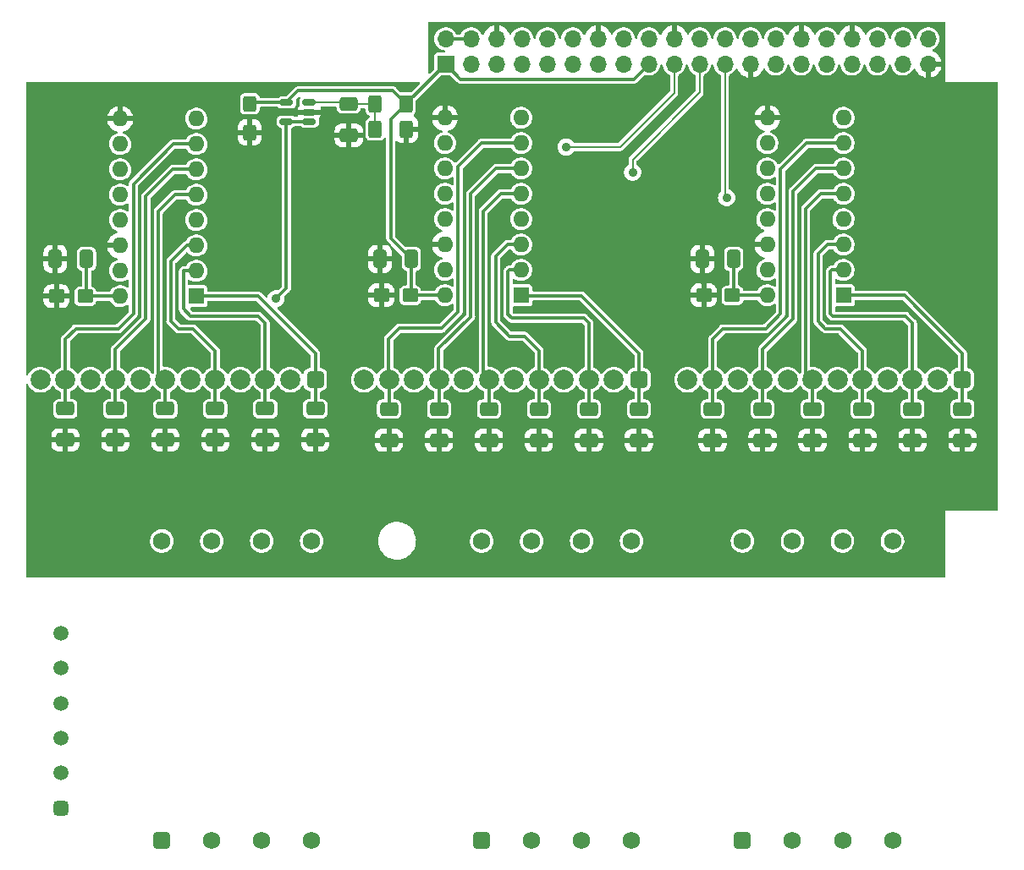
<source format=gbl>
G04 #@! TF.GenerationSoftware,KiCad,Pcbnew,(6.0.8)*
G04 #@! TF.CreationDate,2022-10-16T23:30:32+02:00*
G04 #@! TF.ProjectId,RPiWattMeterHatv3,52506957-6174-4744-9d65-746572486174,rev?*
G04 #@! TF.SameCoordinates,Original*
G04 #@! TF.FileFunction,Copper,L2,Bot*
G04 #@! TF.FilePolarity,Positive*
%FSLAX45Y45*%
G04 Gerber Fmt 4.5, Leading zero omitted, Abs format (unit mm)*
G04 Created by KiCad (PCBNEW (6.0.8)) date 2022-10-16 23:30:32*
%MOMM*%
%LPD*%
G01*
G04 APERTURE LIST*
G04 Aperture macros list*
%AMRoundRect*
0 Rectangle with rounded corners*
0 $1 Rounding radius*
0 $2 $3 $4 $5 $6 $7 $8 $9 X,Y pos of 4 corners*
0 Add a 4 corners polygon primitive as box body*
4,1,4,$2,$3,$4,$5,$6,$7,$8,$9,$2,$3,0*
0 Add four circle primitives for the rounded corners*
1,1,$1+$1,$2,$3*
1,1,$1+$1,$4,$5*
1,1,$1+$1,$6,$7*
1,1,$1+$1,$8,$9*
0 Add four rect primitives between the rounded corners*
20,1,$1+$1,$2,$3,$4,$5,0*
20,1,$1+$1,$4,$5,$6,$7,0*
20,1,$1+$1,$6,$7,$8,$9,0*
20,1,$1+$1,$8,$9,$2,$3,0*%
G04 Aperture macros list end*
G04 #@! TA.AperFunction,SMDPad,CuDef*
%ADD10RoundRect,0.250000X-0.425000X0.537500X-0.425000X-0.537500X0.425000X-0.537500X0.425000X0.537500X0*%
G04 #@! TD*
G04 #@! TA.AperFunction,SMDPad,CuDef*
%ADD11RoundRect,0.250000X0.412500X0.650000X-0.412500X0.650000X-0.412500X-0.650000X0.412500X-0.650000X0*%
G04 #@! TD*
G04 #@! TA.AperFunction,SMDPad,CuDef*
%ADD12RoundRect,0.250000X0.537500X0.425000X-0.537500X0.425000X-0.537500X-0.425000X0.537500X-0.425000X0*%
G04 #@! TD*
G04 #@! TA.AperFunction,ComponentPad*
%ADD13R,1.600000X1.600000*%
G04 #@! TD*
G04 #@! TA.AperFunction,ComponentPad*
%ADD14O,1.600000X1.600000*%
G04 #@! TD*
G04 #@! TA.AperFunction,ComponentPad*
%ADD15C,1.750000*%
G04 #@! TD*
G04 #@! TA.AperFunction,ComponentPad*
%ADD16RoundRect,0.437500X0.437500X-0.437500X0.437500X0.437500X-0.437500X0.437500X-0.437500X-0.437500X0*%
G04 #@! TD*
G04 #@! TA.AperFunction,ComponentPad*
%ADD17RoundRect,0.437500X0.437500X0.437500X-0.437500X0.437500X-0.437500X-0.437500X0.437500X-0.437500X0*%
G04 #@! TD*
G04 #@! TA.AperFunction,ComponentPad*
%ADD18C,2.000000*%
G04 #@! TD*
G04 #@! TA.AperFunction,SMDPad,CuDef*
%ADD19RoundRect,0.250000X-0.650000X0.412500X-0.650000X-0.412500X0.650000X-0.412500X0.650000X0.412500X0*%
G04 #@! TD*
G04 #@! TA.AperFunction,SMDPad,CuDef*
%ADD20RoundRect,0.250000X0.650000X-0.412500X0.650000X0.412500X-0.650000X0.412500X-0.650000X-0.412500X0*%
G04 #@! TD*
G04 #@! TA.AperFunction,ComponentPad*
%ADD21C,1.500000*%
G04 #@! TD*
G04 #@! TA.AperFunction,ComponentPad*
%ADD22RoundRect,0.375000X0.375000X-0.375000X0.375000X0.375000X-0.375000X0.375000X-0.375000X-0.375000X0*%
G04 #@! TD*
G04 #@! TA.AperFunction,ComponentPad*
%ADD23O,1.700000X1.700000*%
G04 #@! TD*
G04 #@! TA.AperFunction,ComponentPad*
%ADD24R,1.700000X1.700000*%
G04 #@! TD*
G04 #@! TA.AperFunction,SMDPad,CuDef*
%ADD25RoundRect,0.150000X0.512500X0.150000X-0.512500X0.150000X-0.512500X-0.150000X0.512500X-0.150000X0*%
G04 #@! TD*
G04 #@! TA.AperFunction,SMDPad,CuDef*
%ADD26RoundRect,0.250000X0.400000X0.625000X-0.400000X0.625000X-0.400000X-0.625000X0.400000X-0.625000X0*%
G04 #@! TD*
G04 #@! TA.AperFunction,SMDPad,CuDef*
%ADD27RoundRect,0.250000X-0.400000X-0.625000X0.400000X-0.625000X0.400000X0.625000X-0.400000X0.625000X0*%
G04 #@! TD*
G04 #@! TA.AperFunction,ViaPad*
%ADD28C,1.000000*%
G04 #@! TD*
G04 #@! TA.AperFunction,ViaPad*
%ADD29C,0.900000*%
G04 #@! TD*
G04 #@! TA.AperFunction,Conductor*
%ADD30C,0.300000*%
G04 #@! TD*
G04 #@! TA.AperFunction,Conductor*
%ADD31C,0.200000*%
G04 #@! TD*
G04 APERTURE END LIST*
D10*
X8877000Y-5273250D03*
X8877000Y-5560750D03*
D11*
X7243250Y-6827000D03*
X6930750Y-6827000D03*
D12*
X13705750Y-7192000D03*
X13418250Y-7192000D03*
X10480750Y-7192000D03*
X10193250Y-7192000D03*
X7230750Y-7202000D03*
X6943250Y-7202000D03*
D13*
X11592000Y-7192000D03*
D14*
X11592000Y-6938000D03*
X11592000Y-6684000D03*
X11592000Y-6430000D03*
X11592000Y-6176000D03*
X11592000Y-5922000D03*
X11592000Y-5668000D03*
X11592000Y-5414000D03*
X10830000Y-5414000D03*
X10830000Y-5668000D03*
X10830000Y-5922000D03*
X10830000Y-6176000D03*
X10830000Y-6430000D03*
X10830000Y-6684000D03*
X10830000Y-6938000D03*
X10830000Y-7192000D03*
D15*
X11197000Y-9652000D03*
X11697000Y-9652000D03*
X12197000Y-9652000D03*
X12697000Y-9652000D03*
X12697000Y-12652000D03*
X12197000Y-12652000D03*
X11697000Y-12652000D03*
D16*
X11197000Y-12652000D03*
D17*
X12770000Y-8037000D03*
D18*
X12520000Y-8037000D03*
X12270000Y-8037000D03*
X12020000Y-8037000D03*
X11770000Y-8037000D03*
X11520000Y-8037000D03*
X11270000Y-8037000D03*
X11020000Y-8037000D03*
X10770000Y-8037000D03*
X10520000Y-8037000D03*
X10270000Y-8037000D03*
X10020000Y-8037000D03*
D11*
X10180750Y-6827000D03*
X10493250Y-6827000D03*
D19*
X10270000Y-8330750D03*
X10270000Y-8643250D03*
X10770000Y-8643250D03*
X10770000Y-8330750D03*
X11270000Y-8643250D03*
X11270000Y-8330750D03*
D20*
X11770000Y-8330750D03*
X11770000Y-8643250D03*
X12270000Y-8330750D03*
X12270000Y-8643250D03*
X12770000Y-8330750D03*
X12770000Y-8643250D03*
D13*
X8342000Y-7202000D03*
D14*
X8342000Y-6948000D03*
X8342000Y-6694000D03*
X8342000Y-6440000D03*
X8342000Y-6186000D03*
X8342000Y-5932000D03*
X8342000Y-5678000D03*
X8342000Y-5424000D03*
X7580000Y-5424000D03*
X7580000Y-5678000D03*
X7580000Y-5932000D03*
X7580000Y-6186000D03*
X7580000Y-6440000D03*
X7580000Y-6694000D03*
X7580000Y-6948000D03*
X7580000Y-7202000D03*
D15*
X7997000Y-9652000D03*
X8497000Y-9652000D03*
X8997000Y-9652000D03*
X9497000Y-9652000D03*
X9497000Y-12652000D03*
X8997000Y-12652000D03*
X8497000Y-12652000D03*
D16*
X7997000Y-12652000D03*
D18*
X6782000Y-8037088D03*
X7032000Y-8037088D03*
X7282000Y-8037088D03*
X7532000Y-8037088D03*
X7782000Y-8037088D03*
X8032000Y-8037088D03*
X8282000Y-8037088D03*
X8532000Y-8037088D03*
X8782000Y-8037088D03*
X9032000Y-8037088D03*
X9282000Y-8037088D03*
D17*
X9532000Y-8037088D03*
D20*
X9532000Y-8640750D03*
X9532000Y-8328250D03*
D19*
X7031635Y-8328250D03*
X7031635Y-8640750D03*
X7532000Y-8328250D03*
X7532000Y-8640750D03*
D20*
X9032000Y-8640750D03*
X9032000Y-8328250D03*
D19*
X8032000Y-8328250D03*
X8032000Y-8640750D03*
D20*
X8532000Y-8640750D03*
X8532000Y-8328250D03*
D21*
X6987000Y-10577000D03*
X6987000Y-10927000D03*
X6987000Y-11277000D03*
X6987000Y-11627000D03*
X6987000Y-11977000D03*
D22*
X6987000Y-12327000D03*
D16*
X13807000Y-12652000D03*
D15*
X14307000Y-12652000D03*
X14807000Y-12652000D03*
X15307000Y-12652000D03*
X15307000Y-9652000D03*
X14807000Y-9652000D03*
X14307000Y-9652000D03*
X13807000Y-9652000D03*
D14*
X14055000Y-7192000D03*
X14055000Y-6938000D03*
X14055000Y-6684000D03*
X14055000Y-6430000D03*
X14055000Y-6176000D03*
X14055000Y-5922000D03*
X14055000Y-5668000D03*
X14055000Y-5414000D03*
X14817000Y-5414000D03*
X14817000Y-5668000D03*
X14817000Y-5922000D03*
X14817000Y-6176000D03*
X14817000Y-6430000D03*
X14817000Y-6684000D03*
X14817000Y-6938000D03*
D13*
X14817000Y-7192000D03*
D18*
X13257000Y-8037000D03*
X13507000Y-8037000D03*
X13757000Y-8037000D03*
X14007000Y-8037000D03*
X14257000Y-8037000D03*
X14507000Y-8037000D03*
X14757000Y-8037000D03*
X15007000Y-8037000D03*
X15257000Y-8037000D03*
X15507000Y-8037000D03*
X15757000Y-8037000D03*
D17*
X16007000Y-8037000D03*
D23*
X15663000Y-4623000D03*
X15663000Y-4877000D03*
X15409000Y-4623000D03*
X15409000Y-4877000D03*
X15155000Y-4623000D03*
X15155000Y-4877000D03*
X14901000Y-4623000D03*
X14901000Y-4877000D03*
X14647000Y-4623000D03*
X14647000Y-4877000D03*
X14393000Y-4623000D03*
X14393000Y-4877000D03*
X14139000Y-4623000D03*
X14139000Y-4877000D03*
X13885000Y-4623000D03*
X13885000Y-4877000D03*
X13631000Y-4623000D03*
X13631000Y-4877000D03*
X13377000Y-4623000D03*
X13377000Y-4877000D03*
X13123000Y-4623000D03*
X13123000Y-4877000D03*
X12869000Y-4623000D03*
X12869000Y-4877000D03*
X12615000Y-4623000D03*
X12615000Y-4877000D03*
X12361000Y-4623000D03*
X12361000Y-4877000D03*
X12107000Y-4623000D03*
X12107000Y-4877000D03*
X11853000Y-4623000D03*
X11853000Y-4877000D03*
X11599000Y-4623000D03*
X11599000Y-4877000D03*
X11345000Y-4623000D03*
X11345000Y-4877000D03*
X11091000Y-4623000D03*
X11091000Y-4877000D03*
X10837000Y-4623000D03*
D24*
X10837000Y-4877000D03*
D25*
X9243250Y-5262000D03*
X9243250Y-5452000D03*
X9470750Y-5452000D03*
X9470750Y-5357000D03*
X9470750Y-5262000D03*
D11*
X13718250Y-6827000D03*
X13405750Y-6827000D03*
D19*
X13507000Y-8643250D03*
X13507000Y-8330750D03*
D20*
X15507000Y-8330750D03*
X15507000Y-8643250D03*
D26*
X10132000Y-5527000D03*
X10442000Y-5527000D03*
D20*
X15007000Y-8330750D03*
X15007000Y-8643250D03*
D19*
X9867000Y-5588250D03*
X9867000Y-5275750D03*
X14507000Y-8643250D03*
X14507000Y-8330750D03*
D27*
X10442000Y-5277000D03*
X10132000Y-5277000D03*
D19*
X14007000Y-8643250D03*
X14007000Y-8330750D03*
D20*
X16007000Y-8330750D03*
X16007000Y-8643250D03*
D28*
X15749500Y-7727000D03*
D29*
X16049500Y-7652000D03*
D28*
X9274500Y-7727000D03*
D29*
X9574500Y-7652000D03*
D28*
X12512000Y-7727000D03*
D29*
X12812000Y-7652000D03*
X12042000Y-5707637D03*
X13647871Y-6212871D03*
X12707000Y-5958189D03*
X9137000Y-7227000D03*
D30*
X15507000Y-8037000D02*
X15507000Y-7472000D01*
X15437000Y-7402000D02*
X14712000Y-7402000D01*
X15507000Y-7472000D02*
X15437000Y-7402000D01*
X14712000Y-7402000D02*
X14687000Y-7377000D01*
X14687000Y-7377000D02*
X14687000Y-6952000D01*
X14687000Y-6952000D02*
X14701000Y-6938000D01*
X14701000Y-6938000D02*
X14817000Y-6938000D01*
X9032000Y-8037000D02*
X9032000Y-7472000D01*
X9032000Y-7472000D02*
X8962000Y-7402000D01*
X8962000Y-7402000D02*
X8287000Y-7402000D01*
X8287000Y-7402000D02*
X8212000Y-7327000D01*
X8212000Y-7327000D02*
X8212000Y-6952000D01*
X8212000Y-6952000D02*
X8216000Y-6948000D01*
X8216000Y-6948000D02*
X8342000Y-6948000D01*
X12267000Y-8032000D02*
X12270000Y-8029000D01*
X12270000Y-8029000D02*
X12270000Y-7470000D01*
X12270000Y-7470000D02*
X12222000Y-7422000D01*
X12222000Y-7422000D02*
X11497000Y-7422000D01*
X11497000Y-7422000D02*
X11462000Y-7387000D01*
X11462000Y-7387000D02*
X11462000Y-6952000D01*
X11462000Y-6952000D02*
X11476000Y-6938000D01*
X11476000Y-6938000D02*
X11592000Y-6938000D01*
X11767000Y-8032000D02*
X11770000Y-8029000D01*
X11770000Y-7745000D02*
X11627000Y-7602000D01*
X11770000Y-8029000D02*
X11770000Y-7745000D01*
X11627000Y-7602000D02*
X11477000Y-7602000D01*
X11477000Y-7602000D02*
X11337000Y-7462000D01*
X11337000Y-6802000D02*
X11455000Y-6684000D01*
X11337000Y-7462000D02*
X11337000Y-6802000D01*
X11455000Y-6684000D02*
X11592000Y-6684000D01*
X10770000Y-8037000D02*
X10767000Y-8034000D01*
X10767000Y-8034000D02*
X10767000Y-7727000D01*
X10767000Y-7727000D02*
X11087000Y-7407000D01*
X11087000Y-7407000D02*
X11087000Y-6177000D01*
X11342000Y-5922000D02*
X11592000Y-5922000D01*
X11087000Y-6177000D02*
X11342000Y-5922000D01*
X10270000Y-8037000D02*
X10267000Y-8034000D01*
X10267000Y-8034000D02*
X10267000Y-7627000D01*
X10267000Y-7627000D02*
X10372000Y-7522000D01*
X10372000Y-7522000D02*
X10797000Y-7522000D01*
X10797000Y-7522000D02*
X10962000Y-7357000D01*
X10962000Y-7357000D02*
X10962000Y-5902000D01*
X10962000Y-5902000D02*
X11196000Y-5668000D01*
X11196000Y-5668000D02*
X11592000Y-5668000D01*
X14507000Y-8037000D02*
X14437000Y-7967000D01*
X14437000Y-7967000D02*
X14437000Y-6327000D01*
X14437000Y-6327000D02*
X14588000Y-6176000D01*
X14588000Y-6176000D02*
X14817000Y-6176000D01*
X15007000Y-8037000D02*
X15007000Y-7747000D01*
X15007000Y-7747000D02*
X14787000Y-7527000D01*
X14637000Y-7527000D02*
X14562000Y-7452000D01*
X14787000Y-7527000D02*
X14637000Y-7527000D01*
X14562000Y-6777000D02*
X14655000Y-6684000D01*
X14655000Y-6684000D02*
X14817000Y-6684000D01*
X14562000Y-7452000D02*
X14562000Y-6777000D01*
X14007000Y-8037000D02*
X14007000Y-7732000D01*
X14007000Y-7732000D02*
X14312000Y-7427000D01*
X14312000Y-7427000D02*
X14312000Y-6152000D01*
X14312000Y-6152000D02*
X14542000Y-5922000D01*
X14542000Y-5922000D02*
X14817000Y-5922000D01*
X13507000Y-8037000D02*
X13507000Y-7632000D01*
X13507000Y-7632000D02*
X13612000Y-7527000D01*
X13612000Y-7527000D02*
X14037000Y-7527000D01*
X14037000Y-7527000D02*
X14187000Y-7377000D01*
X14187000Y-7377000D02*
X14187000Y-5927000D01*
X14187000Y-5927000D02*
X14446000Y-5668000D01*
X14446000Y-5668000D02*
X14817000Y-5668000D01*
X11267000Y-8032000D02*
X11265000Y-8032000D01*
X11265000Y-8032000D02*
X11212000Y-7979000D01*
X11212000Y-7979000D02*
X11212000Y-6352000D01*
X11388000Y-6176000D02*
X11592000Y-6176000D01*
X11212000Y-6352000D02*
X11388000Y-6176000D01*
X8012000Y-8017088D02*
X7962000Y-7967088D01*
X7962000Y-7967088D02*
X7962000Y-6352000D01*
X7962000Y-6352000D02*
X8128000Y-6186000D01*
X8128000Y-6186000D02*
X8342000Y-6186000D01*
X8532000Y-8037000D02*
X8532000Y-7747000D01*
X8312000Y-7527000D02*
X8162000Y-7527000D01*
X8245000Y-6694000D02*
X8342000Y-6694000D01*
X8532000Y-7747000D02*
X8312000Y-7527000D01*
X8162000Y-7527000D02*
X8087000Y-7452000D01*
X8087000Y-7452000D02*
X8087000Y-6852000D01*
X8087000Y-6852000D02*
X8245000Y-6694000D01*
X7532000Y-8037000D02*
X7532000Y-7732000D01*
X7532000Y-7732000D02*
X7837000Y-7427000D01*
X7837000Y-7427000D02*
X7837000Y-6202000D01*
X7837000Y-6202000D02*
X8107000Y-5932000D01*
X8107000Y-5932000D02*
X8342000Y-5932000D01*
X7032000Y-8037000D02*
X7032000Y-7632000D01*
X7032000Y-7632000D02*
X7137000Y-7527000D01*
X7137000Y-7527000D02*
X7562000Y-7527000D01*
X7562000Y-7527000D02*
X7712000Y-7377000D01*
X7712000Y-7377000D02*
X7712000Y-6077000D01*
X7712000Y-6077000D02*
X8111000Y-5678000D01*
X8111000Y-5678000D02*
X8342000Y-5678000D01*
X10442000Y-5277000D02*
X10287000Y-5432000D01*
X10287000Y-5432000D02*
X10287000Y-6620750D01*
X10287000Y-6620750D02*
X10493250Y-6827000D01*
X10442000Y-5277000D02*
X10309500Y-5144500D01*
X10309500Y-5144500D02*
X9360750Y-5144500D01*
X9360750Y-5144500D02*
X9243250Y-5262000D01*
X10837000Y-4877000D02*
X10987000Y-5027000D01*
X10987000Y-5027000D02*
X12719000Y-5027000D01*
X12719000Y-5027000D02*
X12869000Y-4877000D01*
X13718250Y-6827000D02*
X13718250Y-7179500D01*
X13718250Y-7179500D02*
X13705750Y-7192000D01*
X13705750Y-7192000D02*
X14055000Y-7192000D01*
D31*
X9470750Y-5262000D02*
X9853250Y-5262000D01*
X9853250Y-5262000D02*
X9867000Y-5275750D01*
X9867000Y-5275750D02*
X9867000Y-5260750D01*
X10132000Y-5277000D02*
X9868250Y-5277000D01*
X9868250Y-5277000D02*
X9867000Y-5275750D01*
X10132000Y-5277000D02*
X10132000Y-5527000D01*
D30*
X10837000Y-4877000D02*
X10442000Y-5272000D01*
X10442000Y-5272000D02*
X10442000Y-5277000D01*
D31*
X13631000Y-4877000D02*
X13631000Y-6196000D01*
X13631000Y-6196000D02*
X13647871Y-6212871D01*
X13377000Y-4877000D02*
X13377000Y-5162000D01*
X13377000Y-5162000D02*
X12707000Y-5832000D01*
X12707000Y-5832000D02*
X12707000Y-5958189D01*
X13123000Y-4877000D02*
X13123000Y-5166000D01*
X13123000Y-5166000D02*
X12581363Y-5707637D01*
X12581363Y-5707637D02*
X12042000Y-5707637D01*
D30*
X9243250Y-7120750D02*
X9137000Y-7227000D01*
X9243250Y-5452000D02*
X9243250Y-7120750D01*
X12770000Y-8037000D02*
X12770000Y-7770000D01*
X12770000Y-7770000D02*
X12197000Y-7197000D01*
X12197000Y-7197000D02*
X11597000Y-7197000D01*
X11597000Y-7197000D02*
X11592000Y-7192000D01*
X10493250Y-6827000D02*
X10493250Y-7192000D01*
X10830000Y-7192000D02*
X10493250Y-7192000D01*
X9532000Y-8037000D02*
X9532000Y-7772000D01*
X9532000Y-7772000D02*
X8962000Y-7202000D01*
X8962000Y-7202000D02*
X8342000Y-7202000D01*
X7243250Y-7202000D02*
X7580000Y-7202000D01*
X7243250Y-6827000D02*
X7243250Y-7202000D01*
X16007000Y-8037000D02*
X16007000Y-7772000D01*
X16007000Y-7772000D02*
X15427000Y-7192000D01*
X15427000Y-7192000D02*
X14817000Y-7192000D01*
X9243250Y-5452000D02*
X9470750Y-5452000D01*
X8877000Y-5260750D02*
X9242000Y-5260750D01*
X9242000Y-5260750D02*
X9243250Y-5262000D01*
X10837000Y-4623000D02*
X11091000Y-4623000D01*
X13507000Y-8330750D02*
X13507000Y-8037000D01*
X14007000Y-8330750D02*
X14007000Y-8037000D01*
X14507000Y-8330750D02*
X14507000Y-8037000D01*
X15007000Y-8330750D02*
X15007000Y-8037000D01*
X15507000Y-8330750D02*
X15507000Y-8037000D01*
X16007000Y-8330750D02*
X16007000Y-8037000D01*
X11270000Y-8037000D02*
X11270000Y-8328162D01*
X10770000Y-8037000D02*
X10770000Y-8328162D01*
X12270000Y-8037000D02*
X12270000Y-8328162D01*
X10270000Y-8037000D02*
X10270000Y-8327797D01*
X11770000Y-8037000D02*
X11770000Y-8328162D01*
X12770000Y-8037000D02*
X12770000Y-8328162D01*
X10270000Y-8327797D02*
X10269635Y-8328162D01*
X7032000Y-8037088D02*
X7032000Y-8327885D01*
X7032000Y-8327885D02*
X7031635Y-8328250D01*
X7532000Y-8037088D02*
X7532000Y-8328250D01*
X8032000Y-8037088D02*
X8032000Y-8328250D01*
X8532000Y-8037088D02*
X8532000Y-8328250D01*
X9032000Y-8037088D02*
X9032000Y-8328250D01*
X9532000Y-8037088D02*
X9532000Y-8328250D01*
G04 #@! TA.AperFunction,Conductor*
G36*
X15831212Y-4454000D02*
G01*
X15835861Y-4459366D01*
X15837000Y-4464600D01*
X15837000Y-5052000D01*
X16349400Y-5052000D01*
X16356212Y-5054000D01*
X16360861Y-5059366D01*
X16362000Y-5064600D01*
X16362000Y-9339400D01*
X16360000Y-9346212D01*
X16354634Y-9350861D01*
X16349400Y-9352000D01*
X15837000Y-9352000D01*
X15837000Y-10004400D01*
X15835000Y-10011212D01*
X15829634Y-10015861D01*
X15824400Y-10017000D01*
X6649600Y-10017000D01*
X6642788Y-10015000D01*
X6638139Y-10009634D01*
X6637000Y-10004400D01*
X6637000Y-9648910D01*
X7878987Y-9648910D01*
X7880400Y-9670468D01*
X7880542Y-9671028D01*
X7880542Y-9671028D01*
X7882848Y-9680107D01*
X7885718Y-9691407D01*
X7885959Y-9691931D01*
X7885959Y-9691931D01*
X7889887Y-9700450D01*
X7894763Y-9711027D01*
X7907231Y-9728670D01*
X7922706Y-9743745D01*
X7940670Y-9755748D01*
X7941200Y-9755975D01*
X7941200Y-9755976D01*
X7949556Y-9759565D01*
X7960519Y-9764276D01*
X7968313Y-9766039D01*
X7981027Y-9768916D01*
X7981028Y-9768916D01*
X7981591Y-9769044D01*
X7982168Y-9769066D01*
X7982168Y-9769066D01*
X7988665Y-9769322D01*
X8003178Y-9769892D01*
X8014015Y-9768321D01*
X8023987Y-9766875D01*
X8023987Y-9766875D01*
X8024559Y-9766792D01*
X8025106Y-9766606D01*
X8025106Y-9766606D01*
X8044470Y-9760033D01*
X8044470Y-9760033D01*
X8045017Y-9759847D01*
X8063866Y-9749291D01*
X8080476Y-9735477D01*
X8094291Y-9718866D01*
X8104847Y-9700017D01*
X8110944Y-9682056D01*
X8111606Y-9680107D01*
X8111606Y-9680106D01*
X8111792Y-9679559D01*
X8111875Y-9678988D01*
X8111875Y-9678987D01*
X8114838Y-9658546D01*
X8114892Y-9658178D01*
X8115054Y-9652000D01*
X8114770Y-9648910D01*
X8378987Y-9648910D01*
X8380400Y-9670468D01*
X8380542Y-9671028D01*
X8380542Y-9671028D01*
X8382848Y-9680107D01*
X8385718Y-9691407D01*
X8385959Y-9691931D01*
X8385959Y-9691931D01*
X8389887Y-9700450D01*
X8394763Y-9711027D01*
X8407231Y-9728670D01*
X8422707Y-9743745D01*
X8440670Y-9755748D01*
X8441200Y-9755975D01*
X8441200Y-9755976D01*
X8449556Y-9759565D01*
X8460519Y-9764276D01*
X8468313Y-9766039D01*
X8481027Y-9768916D01*
X8481028Y-9768916D01*
X8481591Y-9769044D01*
X8482168Y-9769066D01*
X8482168Y-9769066D01*
X8488665Y-9769322D01*
X8503178Y-9769892D01*
X8514015Y-9768321D01*
X8523987Y-9766875D01*
X8523988Y-9766875D01*
X8524559Y-9766792D01*
X8525106Y-9766606D01*
X8525107Y-9766606D01*
X8544470Y-9760033D01*
X8544471Y-9760033D01*
X8545017Y-9759847D01*
X8563866Y-9749291D01*
X8580477Y-9735477D01*
X8594291Y-9718866D01*
X8604847Y-9700017D01*
X8610944Y-9682056D01*
X8611606Y-9680107D01*
X8611606Y-9680106D01*
X8611792Y-9679559D01*
X8611875Y-9678988D01*
X8611875Y-9678987D01*
X8614839Y-9658546D01*
X8614892Y-9658178D01*
X8615054Y-9652000D01*
X8614770Y-9648910D01*
X8878987Y-9648910D01*
X8880400Y-9670468D01*
X8880542Y-9671028D01*
X8880542Y-9671028D01*
X8882848Y-9680107D01*
X8885718Y-9691407D01*
X8885960Y-9691931D01*
X8885960Y-9691931D01*
X8889887Y-9700450D01*
X8894763Y-9711027D01*
X8907231Y-9728670D01*
X8922707Y-9743745D01*
X8940670Y-9755748D01*
X8941200Y-9755975D01*
X8941200Y-9755976D01*
X8949556Y-9759565D01*
X8960519Y-9764276D01*
X8968313Y-9766039D01*
X8981027Y-9768916D01*
X8981028Y-9768916D01*
X8981591Y-9769044D01*
X8982168Y-9769066D01*
X8982168Y-9769066D01*
X8988665Y-9769322D01*
X9003178Y-9769892D01*
X9014015Y-9768321D01*
X9023987Y-9766875D01*
X9023988Y-9766875D01*
X9024559Y-9766792D01*
X9025106Y-9766606D01*
X9025107Y-9766606D01*
X9044470Y-9760033D01*
X9044471Y-9760033D01*
X9045017Y-9759847D01*
X9063866Y-9749291D01*
X9080477Y-9735477D01*
X9094291Y-9718866D01*
X9104847Y-9700017D01*
X9110944Y-9682056D01*
X9111606Y-9680107D01*
X9111606Y-9680106D01*
X9111792Y-9679559D01*
X9111875Y-9678988D01*
X9111875Y-9678987D01*
X9114839Y-9658546D01*
X9114892Y-9658178D01*
X9115054Y-9652000D01*
X9114770Y-9648910D01*
X9378987Y-9648910D01*
X9380400Y-9670468D01*
X9380542Y-9671028D01*
X9380542Y-9671028D01*
X9382848Y-9680107D01*
X9385718Y-9691407D01*
X9385960Y-9691931D01*
X9385960Y-9691931D01*
X9389887Y-9700450D01*
X9394763Y-9711027D01*
X9407231Y-9728670D01*
X9422707Y-9743745D01*
X9440670Y-9755748D01*
X9441200Y-9755975D01*
X9441200Y-9755976D01*
X9449556Y-9759565D01*
X9460519Y-9764276D01*
X9468313Y-9766039D01*
X9481027Y-9768916D01*
X9481028Y-9768916D01*
X9481591Y-9769044D01*
X9482168Y-9769066D01*
X9482168Y-9769066D01*
X9488665Y-9769322D01*
X9503178Y-9769892D01*
X9514015Y-9768321D01*
X9523987Y-9766875D01*
X9523988Y-9766875D01*
X9524559Y-9766792D01*
X9525106Y-9766606D01*
X9525107Y-9766606D01*
X9544470Y-9760033D01*
X9544471Y-9760033D01*
X9545017Y-9759847D01*
X9563866Y-9749291D01*
X9580477Y-9735477D01*
X9594291Y-9718866D01*
X9604847Y-9700017D01*
X9610944Y-9682056D01*
X9611606Y-9680107D01*
X9611606Y-9680106D01*
X9611792Y-9679559D01*
X9611875Y-9678988D01*
X9611875Y-9678987D01*
X9614839Y-9658546D01*
X9614892Y-9658178D01*
X9614993Y-9654301D01*
X10160493Y-9654301D01*
X10163099Y-9681612D01*
X10163207Y-9682055D01*
X10163207Y-9682056D01*
X10165496Y-9691407D01*
X10169620Y-9708261D01*
X10169791Y-9708685D01*
X10169792Y-9708685D01*
X10176585Y-9725458D01*
X10179920Y-9733690D01*
X10180150Y-9734084D01*
X10180150Y-9734084D01*
X10192647Y-9755427D01*
X10193782Y-9757366D01*
X10210917Y-9778792D01*
X10230966Y-9797520D01*
X10240378Y-9804050D01*
X10253133Y-9812898D01*
X10253134Y-9812899D01*
X10253508Y-9813159D01*
X10253917Y-9813362D01*
X10253917Y-9813362D01*
X10265790Y-9819269D01*
X10278072Y-9825379D01*
X10278505Y-9825521D01*
X10278506Y-9825521D01*
X10303709Y-9833783D01*
X10303710Y-9833783D01*
X10304142Y-9833925D01*
X10304591Y-9834003D01*
X10304592Y-9834003D01*
X10330795Y-9838553D01*
X10330796Y-9838553D01*
X10331173Y-9838619D01*
X10331557Y-9838638D01*
X10339684Y-9839042D01*
X10339685Y-9839042D01*
X10339841Y-9839050D01*
X10356970Y-9839050D01*
X10357197Y-9839034D01*
X10357198Y-9839034D01*
X10370551Y-9838065D01*
X10377364Y-9837570D01*
X10377809Y-9837472D01*
X10377809Y-9837472D01*
X10403708Y-9831754D01*
X10403708Y-9831754D01*
X10404154Y-9831656D01*
X10421258Y-9825175D01*
X10429383Y-9822097D01*
X10429383Y-9822097D01*
X10429810Y-9821935D01*
X10453794Y-9808613D01*
X10467989Y-9797780D01*
X10475240Y-9792246D01*
X10475240Y-9792246D01*
X10475603Y-9791969D01*
X10494782Y-9772350D01*
X10510927Y-9750169D01*
X10523702Y-9725888D01*
X10532837Y-9700019D01*
X10536555Y-9681157D01*
X10538055Y-9673548D01*
X10538055Y-9673548D01*
X10538143Y-9673101D01*
X10538886Y-9658178D01*
X10539347Y-9648910D01*
X11078987Y-9648910D01*
X11080400Y-9670468D01*
X11080542Y-9671028D01*
X11080542Y-9671028D01*
X11082848Y-9680107D01*
X11085718Y-9691407D01*
X11085960Y-9691931D01*
X11085960Y-9691931D01*
X11089887Y-9700450D01*
X11094763Y-9711027D01*
X11107231Y-9728670D01*
X11122707Y-9743745D01*
X11140670Y-9755748D01*
X11141200Y-9755975D01*
X11141200Y-9755976D01*
X11149556Y-9759565D01*
X11160519Y-9764276D01*
X11168313Y-9766039D01*
X11181027Y-9768916D01*
X11181028Y-9768916D01*
X11181591Y-9769044D01*
X11182168Y-9769066D01*
X11182168Y-9769066D01*
X11188665Y-9769322D01*
X11203178Y-9769892D01*
X11214015Y-9768321D01*
X11223987Y-9766875D01*
X11223987Y-9766875D01*
X11224559Y-9766792D01*
X11225106Y-9766606D01*
X11225106Y-9766606D01*
X11244470Y-9760033D01*
X11244470Y-9760033D01*
X11245017Y-9759847D01*
X11263866Y-9749291D01*
X11280476Y-9735477D01*
X11294291Y-9718866D01*
X11304847Y-9700017D01*
X11310944Y-9682056D01*
X11311606Y-9680107D01*
X11311606Y-9680106D01*
X11311792Y-9679559D01*
X11311875Y-9678988D01*
X11311875Y-9678987D01*
X11314838Y-9658546D01*
X11314892Y-9658178D01*
X11315054Y-9652000D01*
X11314770Y-9648910D01*
X11578987Y-9648910D01*
X11580400Y-9670468D01*
X11580542Y-9671028D01*
X11580542Y-9671028D01*
X11582848Y-9680107D01*
X11585718Y-9691407D01*
X11585959Y-9691931D01*
X11585959Y-9691931D01*
X11589887Y-9700450D01*
X11594763Y-9711027D01*
X11607231Y-9728670D01*
X11622706Y-9743745D01*
X11640670Y-9755748D01*
X11641200Y-9755975D01*
X11641200Y-9755976D01*
X11649556Y-9759565D01*
X11660519Y-9764276D01*
X11668313Y-9766039D01*
X11681027Y-9768916D01*
X11681028Y-9768916D01*
X11681591Y-9769044D01*
X11682168Y-9769066D01*
X11682168Y-9769066D01*
X11688665Y-9769322D01*
X11703178Y-9769892D01*
X11714015Y-9768321D01*
X11723987Y-9766875D01*
X11723987Y-9766875D01*
X11724559Y-9766792D01*
X11725106Y-9766606D01*
X11725106Y-9766606D01*
X11744470Y-9760033D01*
X11744470Y-9760033D01*
X11745017Y-9759847D01*
X11763866Y-9749291D01*
X11780476Y-9735477D01*
X11794291Y-9718866D01*
X11804847Y-9700017D01*
X11810944Y-9682056D01*
X11811606Y-9680107D01*
X11811606Y-9680106D01*
X11811792Y-9679559D01*
X11811875Y-9678988D01*
X11811875Y-9678987D01*
X11814838Y-9658546D01*
X11814892Y-9658178D01*
X11815054Y-9652000D01*
X11814770Y-9648910D01*
X12078987Y-9648910D01*
X12080400Y-9670468D01*
X12080542Y-9671028D01*
X12080542Y-9671028D01*
X12082848Y-9680107D01*
X12085718Y-9691407D01*
X12085959Y-9691931D01*
X12085959Y-9691931D01*
X12089887Y-9700450D01*
X12094763Y-9711027D01*
X12107231Y-9728670D01*
X12122706Y-9743745D01*
X12140670Y-9755748D01*
X12141200Y-9755975D01*
X12141200Y-9755976D01*
X12149556Y-9759565D01*
X12160519Y-9764276D01*
X12168313Y-9766039D01*
X12181027Y-9768916D01*
X12181028Y-9768916D01*
X12181591Y-9769044D01*
X12182168Y-9769066D01*
X12182168Y-9769066D01*
X12188665Y-9769322D01*
X12203178Y-9769892D01*
X12214015Y-9768321D01*
X12223987Y-9766875D01*
X12223987Y-9766875D01*
X12224559Y-9766792D01*
X12225106Y-9766606D01*
X12225106Y-9766606D01*
X12244470Y-9760033D01*
X12244470Y-9760033D01*
X12245017Y-9759847D01*
X12263866Y-9749291D01*
X12280476Y-9735477D01*
X12294291Y-9718866D01*
X12304847Y-9700017D01*
X12310944Y-9682056D01*
X12311606Y-9680107D01*
X12311606Y-9680106D01*
X12311792Y-9679559D01*
X12311875Y-9678988D01*
X12311875Y-9678987D01*
X12314838Y-9658546D01*
X12314892Y-9658178D01*
X12315054Y-9652000D01*
X12314770Y-9648910D01*
X12578987Y-9648910D01*
X12580400Y-9670468D01*
X12580542Y-9671028D01*
X12580542Y-9671028D01*
X12582848Y-9680107D01*
X12585718Y-9691407D01*
X12585959Y-9691931D01*
X12585959Y-9691931D01*
X12589887Y-9700450D01*
X12594763Y-9711027D01*
X12607231Y-9728670D01*
X12622706Y-9743745D01*
X12640670Y-9755748D01*
X12641200Y-9755975D01*
X12641200Y-9755976D01*
X12649556Y-9759565D01*
X12660519Y-9764276D01*
X12668313Y-9766039D01*
X12681027Y-9768916D01*
X12681028Y-9768916D01*
X12681591Y-9769044D01*
X12682168Y-9769066D01*
X12682168Y-9769066D01*
X12688665Y-9769322D01*
X12703178Y-9769892D01*
X12714015Y-9768321D01*
X12723987Y-9766875D01*
X12723987Y-9766875D01*
X12724559Y-9766792D01*
X12725106Y-9766606D01*
X12725106Y-9766606D01*
X12744470Y-9760033D01*
X12744470Y-9760033D01*
X12745017Y-9759847D01*
X12763866Y-9749291D01*
X12780476Y-9735477D01*
X12794291Y-9718866D01*
X12804847Y-9700017D01*
X12810944Y-9682056D01*
X12811606Y-9680107D01*
X12811606Y-9680106D01*
X12811792Y-9679559D01*
X12811875Y-9678988D01*
X12811875Y-9678987D01*
X12814838Y-9658546D01*
X12814892Y-9658178D01*
X12815054Y-9652000D01*
X12814770Y-9648910D01*
X13688987Y-9648910D01*
X13690400Y-9670468D01*
X13690542Y-9671028D01*
X13690542Y-9671028D01*
X13692848Y-9680107D01*
X13695718Y-9691407D01*
X13695959Y-9691931D01*
X13695959Y-9691931D01*
X13699887Y-9700450D01*
X13704763Y-9711027D01*
X13717231Y-9728670D01*
X13732706Y-9743745D01*
X13750670Y-9755748D01*
X13751200Y-9755975D01*
X13751200Y-9755976D01*
X13759556Y-9759565D01*
X13770519Y-9764276D01*
X13778313Y-9766039D01*
X13791027Y-9768916D01*
X13791028Y-9768916D01*
X13791591Y-9769044D01*
X13792168Y-9769066D01*
X13792168Y-9769066D01*
X13798665Y-9769322D01*
X13813178Y-9769892D01*
X13824015Y-9768321D01*
X13833987Y-9766875D01*
X13833987Y-9766875D01*
X13834559Y-9766792D01*
X13835106Y-9766606D01*
X13835106Y-9766606D01*
X13854470Y-9760033D01*
X13854470Y-9760033D01*
X13855017Y-9759847D01*
X13873866Y-9749291D01*
X13890476Y-9735477D01*
X13904291Y-9718866D01*
X13914847Y-9700017D01*
X13920944Y-9682056D01*
X13921606Y-9680107D01*
X13921606Y-9680106D01*
X13921792Y-9679559D01*
X13921875Y-9678988D01*
X13921875Y-9678987D01*
X13924838Y-9658546D01*
X13924892Y-9658178D01*
X13925054Y-9652000D01*
X13924770Y-9648910D01*
X14188987Y-9648910D01*
X14190400Y-9670468D01*
X14190542Y-9671028D01*
X14190542Y-9671028D01*
X14192848Y-9680107D01*
X14195718Y-9691407D01*
X14195959Y-9691931D01*
X14195959Y-9691931D01*
X14199887Y-9700450D01*
X14204763Y-9711027D01*
X14217231Y-9728670D01*
X14232706Y-9743745D01*
X14250670Y-9755748D01*
X14251200Y-9755975D01*
X14251200Y-9755976D01*
X14259556Y-9759565D01*
X14270519Y-9764276D01*
X14278313Y-9766039D01*
X14291027Y-9768916D01*
X14291028Y-9768916D01*
X14291591Y-9769044D01*
X14292168Y-9769066D01*
X14292168Y-9769066D01*
X14298665Y-9769322D01*
X14313178Y-9769892D01*
X14324015Y-9768321D01*
X14333987Y-9766875D01*
X14333987Y-9766875D01*
X14334559Y-9766792D01*
X14335106Y-9766606D01*
X14335106Y-9766606D01*
X14354470Y-9760033D01*
X14354470Y-9760033D01*
X14355017Y-9759847D01*
X14373866Y-9749291D01*
X14390476Y-9735477D01*
X14404291Y-9718866D01*
X14414847Y-9700017D01*
X14420944Y-9682056D01*
X14421606Y-9680107D01*
X14421606Y-9680106D01*
X14421792Y-9679559D01*
X14421875Y-9678988D01*
X14421875Y-9678987D01*
X14424838Y-9658546D01*
X14424892Y-9658178D01*
X14425054Y-9652000D01*
X14424770Y-9648910D01*
X14688987Y-9648910D01*
X14690400Y-9670468D01*
X14690542Y-9671028D01*
X14690542Y-9671028D01*
X14692848Y-9680107D01*
X14695718Y-9691407D01*
X14695959Y-9691931D01*
X14695959Y-9691931D01*
X14699887Y-9700450D01*
X14704763Y-9711027D01*
X14717231Y-9728670D01*
X14732706Y-9743745D01*
X14750670Y-9755748D01*
X14751200Y-9755975D01*
X14751200Y-9755976D01*
X14759556Y-9759565D01*
X14770519Y-9764276D01*
X14778313Y-9766039D01*
X14791027Y-9768916D01*
X14791028Y-9768916D01*
X14791591Y-9769044D01*
X14792168Y-9769066D01*
X14792168Y-9769066D01*
X14798665Y-9769322D01*
X14813178Y-9769892D01*
X14824015Y-9768321D01*
X14833987Y-9766875D01*
X14833987Y-9766875D01*
X14834559Y-9766792D01*
X14835106Y-9766606D01*
X14835106Y-9766606D01*
X14854470Y-9760033D01*
X14854470Y-9760033D01*
X14855017Y-9759847D01*
X14873866Y-9749291D01*
X14890476Y-9735477D01*
X14904291Y-9718866D01*
X14914847Y-9700017D01*
X14920944Y-9682056D01*
X14921606Y-9680107D01*
X14921606Y-9680106D01*
X14921792Y-9679559D01*
X14921875Y-9678988D01*
X14921875Y-9678987D01*
X14924838Y-9658546D01*
X14924892Y-9658178D01*
X14925054Y-9652000D01*
X14924770Y-9648910D01*
X15188987Y-9648910D01*
X15190400Y-9670468D01*
X15190542Y-9671028D01*
X15190542Y-9671028D01*
X15192848Y-9680107D01*
X15195718Y-9691407D01*
X15195959Y-9691931D01*
X15195959Y-9691931D01*
X15199887Y-9700450D01*
X15204763Y-9711027D01*
X15217231Y-9728670D01*
X15232706Y-9743745D01*
X15250670Y-9755748D01*
X15251200Y-9755975D01*
X15251200Y-9755976D01*
X15259556Y-9759565D01*
X15270519Y-9764276D01*
X15278313Y-9766039D01*
X15291027Y-9768916D01*
X15291028Y-9768916D01*
X15291591Y-9769044D01*
X15292168Y-9769066D01*
X15292168Y-9769066D01*
X15298665Y-9769322D01*
X15313178Y-9769892D01*
X15324015Y-9768321D01*
X15333987Y-9766875D01*
X15333987Y-9766875D01*
X15334559Y-9766792D01*
X15335106Y-9766606D01*
X15335106Y-9766606D01*
X15354470Y-9760033D01*
X15354470Y-9760033D01*
X15355017Y-9759847D01*
X15373866Y-9749291D01*
X15390476Y-9735477D01*
X15404291Y-9718866D01*
X15414847Y-9700017D01*
X15420944Y-9682056D01*
X15421606Y-9680107D01*
X15421606Y-9680106D01*
X15421792Y-9679559D01*
X15421875Y-9678988D01*
X15421875Y-9678987D01*
X15424838Y-9658546D01*
X15424892Y-9658178D01*
X15425054Y-9652000D01*
X15423077Y-9630486D01*
X15419665Y-9618388D01*
X15417369Y-9610249D01*
X15417369Y-9610249D01*
X15417212Y-9609693D01*
X15416069Y-9607375D01*
X15407913Y-9590835D01*
X15407657Y-9590317D01*
X15394731Y-9573007D01*
X15378866Y-9558342D01*
X15360595Y-9546814D01*
X15340529Y-9538808D01*
X15319340Y-9534593D01*
X15318762Y-9534586D01*
X15318762Y-9534586D01*
X15307924Y-9534444D01*
X15297738Y-9534310D01*
X15297168Y-9534408D01*
X15297168Y-9534408D01*
X15277015Y-9537871D01*
X15276445Y-9537969D01*
X15256177Y-9545447D01*
X15237610Y-9556493D01*
X15237176Y-9556873D01*
X15237175Y-9556874D01*
X15235054Y-9558734D01*
X15221367Y-9570737D01*
X15221009Y-9571191D01*
X15221009Y-9571191D01*
X15219887Y-9572615D01*
X15207992Y-9587703D01*
X15207723Y-9588215D01*
X15207723Y-9588215D01*
X15201532Y-9599981D01*
X15197933Y-9606823D01*
X15191526Y-9627455D01*
X15188987Y-9648910D01*
X14924770Y-9648910D01*
X14923077Y-9630486D01*
X14919665Y-9618388D01*
X14917369Y-9610249D01*
X14917369Y-9610249D01*
X14917212Y-9609693D01*
X14916069Y-9607375D01*
X14907913Y-9590835D01*
X14907657Y-9590317D01*
X14894731Y-9573007D01*
X14878866Y-9558342D01*
X14860595Y-9546814D01*
X14840529Y-9538808D01*
X14819340Y-9534593D01*
X14818762Y-9534586D01*
X14818762Y-9534586D01*
X14807924Y-9534444D01*
X14797738Y-9534310D01*
X14797168Y-9534408D01*
X14797168Y-9534408D01*
X14777015Y-9537871D01*
X14776445Y-9537969D01*
X14756177Y-9545447D01*
X14737610Y-9556493D01*
X14737176Y-9556873D01*
X14737175Y-9556874D01*
X14735054Y-9558734D01*
X14721367Y-9570737D01*
X14721009Y-9571191D01*
X14721009Y-9571191D01*
X14719887Y-9572615D01*
X14707992Y-9587703D01*
X14707723Y-9588215D01*
X14707723Y-9588215D01*
X14701532Y-9599981D01*
X14697933Y-9606823D01*
X14691526Y-9627455D01*
X14688987Y-9648910D01*
X14424770Y-9648910D01*
X14423077Y-9630486D01*
X14419665Y-9618388D01*
X14417369Y-9610249D01*
X14417369Y-9610249D01*
X14417212Y-9609693D01*
X14416069Y-9607375D01*
X14407913Y-9590835D01*
X14407657Y-9590317D01*
X14394731Y-9573007D01*
X14378866Y-9558342D01*
X14360595Y-9546814D01*
X14340529Y-9538808D01*
X14319340Y-9534593D01*
X14318762Y-9534586D01*
X14318762Y-9534586D01*
X14307924Y-9534444D01*
X14297738Y-9534310D01*
X14297168Y-9534408D01*
X14297168Y-9534408D01*
X14277015Y-9537871D01*
X14276445Y-9537969D01*
X14256177Y-9545447D01*
X14237610Y-9556493D01*
X14237176Y-9556873D01*
X14237175Y-9556874D01*
X14235054Y-9558734D01*
X14221367Y-9570737D01*
X14221009Y-9571191D01*
X14221009Y-9571191D01*
X14219887Y-9572615D01*
X14207992Y-9587703D01*
X14207723Y-9588215D01*
X14207723Y-9588215D01*
X14201532Y-9599981D01*
X14197933Y-9606823D01*
X14191526Y-9627455D01*
X14188987Y-9648910D01*
X13924770Y-9648910D01*
X13923077Y-9630486D01*
X13919665Y-9618388D01*
X13917369Y-9610249D01*
X13917369Y-9610249D01*
X13917212Y-9609693D01*
X13916069Y-9607375D01*
X13907913Y-9590835D01*
X13907657Y-9590317D01*
X13894731Y-9573007D01*
X13878866Y-9558342D01*
X13860595Y-9546814D01*
X13840529Y-9538808D01*
X13819340Y-9534593D01*
X13818762Y-9534586D01*
X13818762Y-9534586D01*
X13807924Y-9534444D01*
X13797738Y-9534310D01*
X13797168Y-9534408D01*
X13797168Y-9534408D01*
X13777015Y-9537871D01*
X13776445Y-9537969D01*
X13756177Y-9545447D01*
X13737610Y-9556493D01*
X13737176Y-9556873D01*
X13737175Y-9556874D01*
X13735054Y-9558734D01*
X13721367Y-9570737D01*
X13721009Y-9571191D01*
X13721009Y-9571191D01*
X13719887Y-9572615D01*
X13707992Y-9587703D01*
X13707723Y-9588215D01*
X13707723Y-9588215D01*
X13701532Y-9599981D01*
X13697933Y-9606823D01*
X13691526Y-9627455D01*
X13688987Y-9648910D01*
X12814770Y-9648910D01*
X12813077Y-9630486D01*
X12809665Y-9618388D01*
X12807369Y-9610249D01*
X12807369Y-9610249D01*
X12807212Y-9609693D01*
X12806069Y-9607375D01*
X12797913Y-9590835D01*
X12797657Y-9590317D01*
X12784731Y-9573007D01*
X12768866Y-9558342D01*
X12750595Y-9546814D01*
X12730529Y-9538808D01*
X12709340Y-9534593D01*
X12708762Y-9534586D01*
X12708762Y-9534586D01*
X12697924Y-9534444D01*
X12687738Y-9534310D01*
X12687168Y-9534408D01*
X12687168Y-9534408D01*
X12667015Y-9537871D01*
X12666445Y-9537969D01*
X12646177Y-9545447D01*
X12627610Y-9556493D01*
X12627176Y-9556873D01*
X12627175Y-9556874D01*
X12625054Y-9558734D01*
X12611367Y-9570737D01*
X12611009Y-9571191D01*
X12611009Y-9571191D01*
X12609887Y-9572615D01*
X12597992Y-9587703D01*
X12597723Y-9588215D01*
X12597723Y-9588215D01*
X12591532Y-9599981D01*
X12587933Y-9606823D01*
X12581526Y-9627455D01*
X12578987Y-9648910D01*
X12314770Y-9648910D01*
X12313077Y-9630486D01*
X12309665Y-9618388D01*
X12307369Y-9610249D01*
X12307369Y-9610249D01*
X12307212Y-9609693D01*
X12306069Y-9607375D01*
X12297913Y-9590835D01*
X12297657Y-9590317D01*
X12284731Y-9573007D01*
X12268866Y-9558342D01*
X12250595Y-9546814D01*
X12230529Y-9538808D01*
X12209340Y-9534593D01*
X12208762Y-9534586D01*
X12208762Y-9534586D01*
X12197924Y-9534444D01*
X12187738Y-9534310D01*
X12187168Y-9534408D01*
X12187168Y-9534408D01*
X12167015Y-9537871D01*
X12166445Y-9537969D01*
X12146177Y-9545447D01*
X12127610Y-9556493D01*
X12127176Y-9556873D01*
X12127175Y-9556874D01*
X12125054Y-9558734D01*
X12111367Y-9570737D01*
X12111009Y-9571191D01*
X12111009Y-9571191D01*
X12109887Y-9572615D01*
X12097992Y-9587703D01*
X12097723Y-9588215D01*
X12097723Y-9588215D01*
X12091532Y-9599981D01*
X12087933Y-9606823D01*
X12081526Y-9627455D01*
X12078987Y-9648910D01*
X11814770Y-9648910D01*
X11813077Y-9630486D01*
X11809665Y-9618388D01*
X11807369Y-9610249D01*
X11807369Y-9610249D01*
X11807212Y-9609693D01*
X11806069Y-9607375D01*
X11797913Y-9590835D01*
X11797657Y-9590317D01*
X11784731Y-9573007D01*
X11768866Y-9558342D01*
X11750595Y-9546814D01*
X11730529Y-9538808D01*
X11709340Y-9534593D01*
X11708762Y-9534586D01*
X11708762Y-9534586D01*
X11697924Y-9534444D01*
X11687738Y-9534310D01*
X11687168Y-9534408D01*
X11687168Y-9534408D01*
X11667015Y-9537871D01*
X11666445Y-9537969D01*
X11646177Y-9545447D01*
X11627610Y-9556493D01*
X11627176Y-9556873D01*
X11627175Y-9556874D01*
X11625054Y-9558734D01*
X11611367Y-9570737D01*
X11611009Y-9571191D01*
X11611009Y-9571191D01*
X11609887Y-9572615D01*
X11597992Y-9587703D01*
X11597723Y-9588215D01*
X11597723Y-9588215D01*
X11591532Y-9599981D01*
X11587933Y-9606823D01*
X11581526Y-9627455D01*
X11578987Y-9648910D01*
X11314770Y-9648910D01*
X11313077Y-9630486D01*
X11309665Y-9618388D01*
X11307369Y-9610249D01*
X11307369Y-9610249D01*
X11307212Y-9609693D01*
X11306069Y-9607375D01*
X11297913Y-9590835D01*
X11297657Y-9590317D01*
X11284731Y-9573007D01*
X11268866Y-9558342D01*
X11250595Y-9546814D01*
X11230529Y-9538808D01*
X11209340Y-9534593D01*
X11208762Y-9534586D01*
X11208762Y-9534586D01*
X11197924Y-9534444D01*
X11187738Y-9534310D01*
X11187168Y-9534408D01*
X11187168Y-9534408D01*
X11167015Y-9537871D01*
X11166446Y-9537969D01*
X11146177Y-9545447D01*
X11127610Y-9556493D01*
X11127176Y-9556873D01*
X11127175Y-9556874D01*
X11125054Y-9558734D01*
X11111367Y-9570737D01*
X11111009Y-9571191D01*
X11111009Y-9571191D01*
X11109887Y-9572615D01*
X11097992Y-9587703D01*
X11097723Y-9588215D01*
X11097723Y-9588215D01*
X11091532Y-9599981D01*
X11087933Y-9606823D01*
X11081526Y-9627455D01*
X11078987Y-9648910D01*
X10539347Y-9648910D01*
X10539484Y-9646156D01*
X10539484Y-9646156D01*
X10539507Y-9645700D01*
X10536901Y-9618388D01*
X10534910Y-9610249D01*
X10533572Y-9604782D01*
X10530380Y-9591739D01*
X10530014Y-9590835D01*
X10520252Y-9566733D01*
X10520252Y-9566733D01*
X10520080Y-9566310D01*
X10514159Y-9556197D01*
X10506449Y-9543029D01*
X10506449Y-9543029D01*
X10506218Y-9542635D01*
X10489083Y-9521208D01*
X10469034Y-9502480D01*
X10459622Y-9495950D01*
X10446867Y-9487102D01*
X10446867Y-9487101D01*
X10446492Y-9486841D01*
X10446083Y-9486638D01*
X10446083Y-9486638D01*
X10434210Y-9480731D01*
X10421928Y-9474621D01*
X10421495Y-9474479D01*
X10421494Y-9474479D01*
X10396291Y-9466217D01*
X10396291Y-9466217D01*
X10395858Y-9466075D01*
X10395409Y-9465997D01*
X10369205Y-9461447D01*
X10369204Y-9461447D01*
X10368827Y-9461382D01*
X10368104Y-9461346D01*
X10360316Y-9460958D01*
X10360315Y-9460958D01*
X10360159Y-9460950D01*
X10343030Y-9460950D01*
X10342804Y-9460967D01*
X10342802Y-9460967D01*
X10329449Y-9461935D01*
X10322637Y-9462430D01*
X10322191Y-9462528D01*
X10322191Y-9462528D01*
X10296292Y-9468246D01*
X10296292Y-9468246D01*
X10295846Y-9468345D01*
X10283018Y-9473205D01*
X10270617Y-9477903D01*
X10270617Y-9477903D01*
X10270190Y-9478065D01*
X10246206Y-9491387D01*
X10245843Y-9491664D01*
X10231671Y-9502480D01*
X10224397Y-9508031D01*
X10205218Y-9527650D01*
X10200082Y-9534706D01*
X10191045Y-9547122D01*
X10189073Y-9549832D01*
X10176298Y-9574112D01*
X10167163Y-9599981D01*
X10161857Y-9626899D01*
X10161835Y-9627354D01*
X10161835Y-9627355D01*
X10160589Y-9652370D01*
X10160493Y-9654301D01*
X9614993Y-9654301D01*
X9615054Y-9652000D01*
X9613077Y-9630486D01*
X9609665Y-9618388D01*
X9607369Y-9610249D01*
X9607369Y-9610249D01*
X9607213Y-9609693D01*
X9606069Y-9607375D01*
X9597913Y-9590835D01*
X9597657Y-9590317D01*
X9584731Y-9573007D01*
X9568867Y-9558342D01*
X9550595Y-9546814D01*
X9530529Y-9538808D01*
X9509340Y-9534593D01*
X9508763Y-9534586D01*
X9508762Y-9534586D01*
X9497924Y-9534444D01*
X9487738Y-9534310D01*
X9487168Y-9534408D01*
X9487168Y-9534408D01*
X9467015Y-9537871D01*
X9466446Y-9537969D01*
X9446177Y-9545447D01*
X9427610Y-9556493D01*
X9427176Y-9556873D01*
X9427175Y-9556874D01*
X9425054Y-9558734D01*
X9411367Y-9570737D01*
X9411009Y-9571191D01*
X9411009Y-9571191D01*
X9409887Y-9572615D01*
X9397992Y-9587703D01*
X9397723Y-9588215D01*
X9397723Y-9588215D01*
X9391532Y-9599981D01*
X9387933Y-9606823D01*
X9381526Y-9627455D01*
X9378987Y-9648910D01*
X9114770Y-9648910D01*
X9113077Y-9630486D01*
X9109665Y-9618388D01*
X9107369Y-9610249D01*
X9107369Y-9610249D01*
X9107213Y-9609693D01*
X9106069Y-9607375D01*
X9097913Y-9590835D01*
X9097657Y-9590317D01*
X9084731Y-9573007D01*
X9068867Y-9558342D01*
X9050595Y-9546814D01*
X9030529Y-9538808D01*
X9009340Y-9534593D01*
X9008763Y-9534586D01*
X9008762Y-9534586D01*
X8997924Y-9534444D01*
X8987738Y-9534310D01*
X8987168Y-9534408D01*
X8987168Y-9534408D01*
X8967015Y-9537871D01*
X8966446Y-9537969D01*
X8946177Y-9545447D01*
X8927610Y-9556493D01*
X8927176Y-9556873D01*
X8927175Y-9556874D01*
X8925054Y-9558734D01*
X8911367Y-9570737D01*
X8911009Y-9571191D01*
X8911009Y-9571191D01*
X8909887Y-9572615D01*
X8897992Y-9587703D01*
X8897723Y-9588215D01*
X8897723Y-9588215D01*
X8891532Y-9599981D01*
X8887933Y-9606823D01*
X8881526Y-9627455D01*
X8878987Y-9648910D01*
X8614770Y-9648910D01*
X8613077Y-9630486D01*
X8609665Y-9618388D01*
X8607369Y-9610249D01*
X8607369Y-9610249D01*
X8607213Y-9609693D01*
X8606069Y-9607375D01*
X8597913Y-9590835D01*
X8597657Y-9590317D01*
X8584731Y-9573007D01*
X8568867Y-9558342D01*
X8550595Y-9546814D01*
X8530529Y-9538808D01*
X8509340Y-9534593D01*
X8508763Y-9534586D01*
X8508762Y-9534586D01*
X8497924Y-9534444D01*
X8487738Y-9534310D01*
X8487168Y-9534408D01*
X8487168Y-9534408D01*
X8467015Y-9537871D01*
X8466446Y-9537969D01*
X8446177Y-9545447D01*
X8427610Y-9556493D01*
X8427176Y-9556873D01*
X8427175Y-9556874D01*
X8425054Y-9558734D01*
X8411367Y-9570737D01*
X8411009Y-9571191D01*
X8411009Y-9571191D01*
X8409887Y-9572615D01*
X8397992Y-9587703D01*
X8397723Y-9588215D01*
X8397723Y-9588215D01*
X8391532Y-9599981D01*
X8387933Y-9606823D01*
X8381526Y-9627455D01*
X8378987Y-9648910D01*
X8114770Y-9648910D01*
X8113077Y-9630486D01*
X8109665Y-9618388D01*
X8107369Y-9610249D01*
X8107369Y-9610249D01*
X8107212Y-9609693D01*
X8106069Y-9607375D01*
X8097913Y-9590835D01*
X8097657Y-9590317D01*
X8084731Y-9573007D01*
X8068866Y-9558342D01*
X8050595Y-9546814D01*
X8030529Y-9538808D01*
X8009340Y-9534593D01*
X8008762Y-9534586D01*
X8008762Y-9534586D01*
X7997924Y-9534444D01*
X7987738Y-9534310D01*
X7987168Y-9534408D01*
X7987168Y-9534408D01*
X7967015Y-9537871D01*
X7966445Y-9537969D01*
X7946177Y-9545447D01*
X7927610Y-9556493D01*
X7927176Y-9556873D01*
X7927175Y-9556874D01*
X7925054Y-9558734D01*
X7911367Y-9570737D01*
X7911009Y-9571191D01*
X7911009Y-9571191D01*
X7909887Y-9572615D01*
X7897992Y-9587703D01*
X7897723Y-9588215D01*
X7897723Y-9588215D01*
X7891532Y-9599981D01*
X7887933Y-9606823D01*
X7881526Y-9627455D01*
X7878987Y-9648910D01*
X6637000Y-9648910D01*
X6637000Y-8686710D01*
X6890835Y-8686710D01*
X6890869Y-8687361D01*
X6891861Y-8696921D01*
X6892150Y-8698260D01*
X6897294Y-8713678D01*
X6897911Y-8714996D01*
X6906441Y-8728781D01*
X6907345Y-8729921D01*
X6918818Y-8741374D01*
X6919959Y-8742275D01*
X6933759Y-8750782D01*
X6935077Y-8751396D01*
X6950506Y-8756514D01*
X6951844Y-8756801D01*
X6961279Y-8757767D01*
X6961920Y-8757800D01*
X7004423Y-8757800D01*
X7005947Y-8757353D01*
X7006068Y-8757214D01*
X7006235Y-8756445D01*
X7006235Y-8755988D01*
X7057035Y-8755988D01*
X7057482Y-8757512D01*
X7057621Y-8757633D01*
X7058390Y-8757800D01*
X7101344Y-8757800D01*
X7101996Y-8757766D01*
X7111556Y-8756774D01*
X7112895Y-8756485D01*
X7128313Y-8751341D01*
X7129631Y-8750724D01*
X7143416Y-8742194D01*
X7144556Y-8741290D01*
X7156009Y-8729817D01*
X7156910Y-8728676D01*
X7165417Y-8714876D01*
X7166031Y-8713558D01*
X7171149Y-8698129D01*
X7171435Y-8696791D01*
X7172402Y-8687356D01*
X7172435Y-8686715D01*
X7172435Y-8686710D01*
X7391200Y-8686710D01*
X7391234Y-8687361D01*
X7392226Y-8696921D01*
X7392515Y-8698260D01*
X7397659Y-8713678D01*
X7398276Y-8714996D01*
X7406806Y-8728781D01*
X7407710Y-8729921D01*
X7419183Y-8741374D01*
X7420324Y-8742275D01*
X7434124Y-8750782D01*
X7435442Y-8751396D01*
X7450871Y-8756514D01*
X7452209Y-8756801D01*
X7461644Y-8757767D01*
X7462285Y-8757800D01*
X7504788Y-8757800D01*
X7506312Y-8757353D01*
X7506433Y-8757214D01*
X7506600Y-8756445D01*
X7506600Y-8755988D01*
X7557400Y-8755988D01*
X7557847Y-8757512D01*
X7557986Y-8757633D01*
X7558755Y-8757800D01*
X7601709Y-8757800D01*
X7602361Y-8757766D01*
X7611921Y-8756774D01*
X7613260Y-8756485D01*
X7628678Y-8751341D01*
X7629996Y-8750724D01*
X7643781Y-8742194D01*
X7644921Y-8741290D01*
X7656374Y-8729817D01*
X7657275Y-8728676D01*
X7665782Y-8714876D01*
X7666396Y-8713558D01*
X7671514Y-8698129D01*
X7671800Y-8696791D01*
X7672767Y-8687356D01*
X7672800Y-8686715D01*
X7672800Y-8686710D01*
X7891200Y-8686710D01*
X7891234Y-8687361D01*
X7892226Y-8696921D01*
X7892515Y-8698260D01*
X7897659Y-8713678D01*
X7898276Y-8714996D01*
X7906806Y-8728781D01*
X7907710Y-8729921D01*
X7919183Y-8741374D01*
X7920324Y-8742275D01*
X7934124Y-8750782D01*
X7935442Y-8751396D01*
X7950871Y-8756514D01*
X7952209Y-8756801D01*
X7961644Y-8757767D01*
X7962285Y-8757800D01*
X8004788Y-8757800D01*
X8006312Y-8757353D01*
X8006433Y-8757214D01*
X8006600Y-8756445D01*
X8006600Y-8755988D01*
X8057400Y-8755988D01*
X8057847Y-8757512D01*
X8057986Y-8757633D01*
X8058755Y-8757800D01*
X8101709Y-8757800D01*
X8102361Y-8757766D01*
X8111921Y-8756774D01*
X8113260Y-8756485D01*
X8128678Y-8751341D01*
X8129996Y-8750724D01*
X8143781Y-8742194D01*
X8144921Y-8741290D01*
X8156374Y-8729817D01*
X8157275Y-8728676D01*
X8165782Y-8714876D01*
X8166396Y-8713558D01*
X8171514Y-8698129D01*
X8171800Y-8696791D01*
X8172767Y-8687356D01*
X8172800Y-8686715D01*
X8172800Y-8686710D01*
X8391200Y-8686710D01*
X8391234Y-8687361D01*
X8392226Y-8696921D01*
X8392515Y-8698260D01*
X8397659Y-8713678D01*
X8398276Y-8714996D01*
X8406806Y-8728781D01*
X8407710Y-8729921D01*
X8419183Y-8741374D01*
X8420324Y-8742275D01*
X8434124Y-8750782D01*
X8435442Y-8751396D01*
X8450871Y-8756514D01*
X8452209Y-8756801D01*
X8461644Y-8757767D01*
X8462285Y-8757800D01*
X8504789Y-8757800D01*
X8506312Y-8757353D01*
X8506433Y-8757214D01*
X8506600Y-8756445D01*
X8506600Y-8755988D01*
X8557400Y-8755988D01*
X8557848Y-8757512D01*
X8557987Y-8757633D01*
X8558755Y-8757800D01*
X8601710Y-8757800D01*
X8602361Y-8757766D01*
X8611921Y-8756774D01*
X8613260Y-8756485D01*
X8628678Y-8751341D01*
X8629996Y-8750724D01*
X8643781Y-8742194D01*
X8644921Y-8741290D01*
X8656374Y-8729817D01*
X8657275Y-8728676D01*
X8665782Y-8714876D01*
X8666396Y-8713558D01*
X8671514Y-8698129D01*
X8671801Y-8696791D01*
X8672767Y-8687356D01*
X8672800Y-8686715D01*
X8672800Y-8686710D01*
X8891200Y-8686710D01*
X8891234Y-8687361D01*
X8892226Y-8696921D01*
X8892515Y-8698260D01*
X8897659Y-8713678D01*
X8898276Y-8714996D01*
X8906806Y-8728781D01*
X8907710Y-8729921D01*
X8919183Y-8741374D01*
X8920324Y-8742275D01*
X8934124Y-8750782D01*
X8935442Y-8751396D01*
X8950871Y-8756514D01*
X8952209Y-8756801D01*
X8961644Y-8757767D01*
X8962285Y-8757800D01*
X9004789Y-8757800D01*
X9006312Y-8757353D01*
X9006433Y-8757214D01*
X9006600Y-8756445D01*
X9006600Y-8755988D01*
X9057400Y-8755988D01*
X9057848Y-8757512D01*
X9057987Y-8757633D01*
X9058755Y-8757800D01*
X9101710Y-8757800D01*
X9102361Y-8757766D01*
X9111921Y-8756774D01*
X9113260Y-8756485D01*
X9128678Y-8751341D01*
X9129996Y-8750724D01*
X9143781Y-8742194D01*
X9144921Y-8741290D01*
X9156374Y-8729817D01*
X9157275Y-8728676D01*
X9165782Y-8714876D01*
X9166396Y-8713558D01*
X9171514Y-8698129D01*
X9171801Y-8696791D01*
X9172767Y-8687356D01*
X9172800Y-8686715D01*
X9172800Y-8686710D01*
X9391200Y-8686710D01*
X9391234Y-8687361D01*
X9392226Y-8696921D01*
X9392515Y-8698260D01*
X9397659Y-8713678D01*
X9398276Y-8714996D01*
X9406806Y-8728781D01*
X9407710Y-8729921D01*
X9419183Y-8741374D01*
X9420324Y-8742275D01*
X9434124Y-8750782D01*
X9435442Y-8751396D01*
X9450871Y-8756514D01*
X9452209Y-8756801D01*
X9461644Y-8757767D01*
X9462285Y-8757800D01*
X9504789Y-8757800D01*
X9506312Y-8757353D01*
X9506433Y-8757214D01*
X9506600Y-8756445D01*
X9506600Y-8755988D01*
X9557400Y-8755988D01*
X9557848Y-8757512D01*
X9557987Y-8757633D01*
X9558755Y-8757800D01*
X9601710Y-8757800D01*
X9602361Y-8757766D01*
X9611921Y-8756774D01*
X9613260Y-8756485D01*
X9628678Y-8751341D01*
X9629996Y-8750724D01*
X9643781Y-8742194D01*
X9644921Y-8741290D01*
X9656374Y-8729817D01*
X9657275Y-8728676D01*
X9665782Y-8714876D01*
X9666396Y-8713558D01*
X9671514Y-8698129D01*
X9671801Y-8696791D01*
X9672577Y-8689210D01*
X10129200Y-8689210D01*
X10129234Y-8689861D01*
X10130226Y-8699421D01*
X10130515Y-8700760D01*
X10135659Y-8716178D01*
X10136276Y-8717496D01*
X10144806Y-8731281D01*
X10145710Y-8732421D01*
X10157183Y-8743874D01*
X10158324Y-8744775D01*
X10172124Y-8753282D01*
X10173442Y-8753896D01*
X10188871Y-8759014D01*
X10190209Y-8759301D01*
X10199644Y-8760267D01*
X10200285Y-8760300D01*
X10242789Y-8760300D01*
X10244312Y-8759853D01*
X10244433Y-8759714D01*
X10244600Y-8758945D01*
X10244600Y-8758488D01*
X10295400Y-8758488D01*
X10295848Y-8760012D01*
X10295987Y-8760133D01*
X10296755Y-8760300D01*
X10339710Y-8760300D01*
X10340361Y-8760266D01*
X10349921Y-8759274D01*
X10351260Y-8758985D01*
X10366678Y-8753841D01*
X10367996Y-8753224D01*
X10381781Y-8744694D01*
X10382921Y-8743790D01*
X10394374Y-8732317D01*
X10395275Y-8731176D01*
X10403782Y-8717376D01*
X10404396Y-8716058D01*
X10409514Y-8700629D01*
X10409801Y-8699291D01*
X10410767Y-8689856D01*
X10410800Y-8689215D01*
X10410800Y-8689210D01*
X10629200Y-8689210D01*
X10629234Y-8689861D01*
X10630226Y-8699421D01*
X10630515Y-8700760D01*
X10635659Y-8716178D01*
X10636276Y-8717496D01*
X10644806Y-8731281D01*
X10645710Y-8732421D01*
X10657183Y-8743874D01*
X10658324Y-8744775D01*
X10672124Y-8753282D01*
X10673442Y-8753896D01*
X10688871Y-8759014D01*
X10690209Y-8759301D01*
X10699644Y-8760267D01*
X10700285Y-8760300D01*
X10742789Y-8760300D01*
X10744312Y-8759853D01*
X10744433Y-8759714D01*
X10744600Y-8758945D01*
X10744600Y-8758488D01*
X10795400Y-8758488D01*
X10795848Y-8760012D01*
X10795987Y-8760133D01*
X10796755Y-8760300D01*
X10839710Y-8760300D01*
X10840361Y-8760266D01*
X10849921Y-8759274D01*
X10851260Y-8758985D01*
X10866678Y-8753841D01*
X10867996Y-8753224D01*
X10881781Y-8744694D01*
X10882921Y-8743790D01*
X10894374Y-8732317D01*
X10895275Y-8731176D01*
X10903782Y-8717376D01*
X10904396Y-8716058D01*
X10909514Y-8700629D01*
X10909801Y-8699291D01*
X10910767Y-8689856D01*
X10910800Y-8689215D01*
X10910800Y-8689210D01*
X11129200Y-8689210D01*
X11129234Y-8689861D01*
X11130226Y-8699421D01*
X11130515Y-8700760D01*
X11135659Y-8716178D01*
X11136276Y-8717496D01*
X11144806Y-8731281D01*
X11145710Y-8732421D01*
X11157183Y-8743874D01*
X11158324Y-8744775D01*
X11172124Y-8753282D01*
X11173442Y-8753896D01*
X11188871Y-8759014D01*
X11190209Y-8759301D01*
X11199644Y-8760267D01*
X11200285Y-8760300D01*
X11242788Y-8760300D01*
X11244312Y-8759853D01*
X11244433Y-8759714D01*
X11244600Y-8758945D01*
X11244600Y-8758488D01*
X11295400Y-8758488D01*
X11295847Y-8760012D01*
X11295986Y-8760133D01*
X11296755Y-8760300D01*
X11339709Y-8760300D01*
X11340361Y-8760266D01*
X11349921Y-8759274D01*
X11351260Y-8758985D01*
X11366678Y-8753841D01*
X11367996Y-8753224D01*
X11381781Y-8744694D01*
X11382921Y-8743790D01*
X11394374Y-8732317D01*
X11395275Y-8731176D01*
X11403782Y-8717376D01*
X11404396Y-8716058D01*
X11409514Y-8700629D01*
X11409800Y-8699291D01*
X11410767Y-8689856D01*
X11410800Y-8689215D01*
X11410800Y-8689210D01*
X11629200Y-8689210D01*
X11629234Y-8689861D01*
X11630226Y-8699421D01*
X11630515Y-8700760D01*
X11635659Y-8716178D01*
X11636276Y-8717496D01*
X11644806Y-8731281D01*
X11645710Y-8732421D01*
X11657183Y-8743874D01*
X11658324Y-8744775D01*
X11672124Y-8753282D01*
X11673442Y-8753896D01*
X11688871Y-8759014D01*
X11690209Y-8759301D01*
X11699644Y-8760267D01*
X11700285Y-8760300D01*
X11742788Y-8760300D01*
X11744312Y-8759853D01*
X11744433Y-8759714D01*
X11744600Y-8758945D01*
X11744600Y-8758488D01*
X11795400Y-8758488D01*
X11795847Y-8760012D01*
X11795986Y-8760133D01*
X11796755Y-8760300D01*
X11839709Y-8760300D01*
X11840361Y-8760266D01*
X11849921Y-8759274D01*
X11851260Y-8758985D01*
X11866678Y-8753841D01*
X11867996Y-8753224D01*
X11881781Y-8744694D01*
X11882921Y-8743790D01*
X11894374Y-8732317D01*
X11895275Y-8731176D01*
X11903782Y-8717376D01*
X11904396Y-8716058D01*
X11909514Y-8700629D01*
X11909800Y-8699291D01*
X11910767Y-8689856D01*
X11910800Y-8689215D01*
X11910800Y-8689210D01*
X12129200Y-8689210D01*
X12129234Y-8689861D01*
X12130226Y-8699421D01*
X12130515Y-8700760D01*
X12135659Y-8716178D01*
X12136276Y-8717496D01*
X12144806Y-8731281D01*
X12145710Y-8732421D01*
X12157183Y-8743874D01*
X12158324Y-8744775D01*
X12172124Y-8753282D01*
X12173442Y-8753896D01*
X12188871Y-8759014D01*
X12190209Y-8759301D01*
X12199644Y-8760267D01*
X12200285Y-8760300D01*
X12242788Y-8760300D01*
X12244312Y-8759853D01*
X12244433Y-8759714D01*
X12244600Y-8758945D01*
X12244600Y-8758488D01*
X12295400Y-8758488D01*
X12295847Y-8760012D01*
X12295986Y-8760133D01*
X12296755Y-8760300D01*
X12339709Y-8760300D01*
X12340361Y-8760266D01*
X12349921Y-8759274D01*
X12351260Y-8758985D01*
X12366678Y-8753841D01*
X12367996Y-8753224D01*
X12381781Y-8744694D01*
X12382921Y-8743790D01*
X12394374Y-8732317D01*
X12395275Y-8731176D01*
X12403782Y-8717376D01*
X12404396Y-8716058D01*
X12409514Y-8700629D01*
X12409800Y-8699291D01*
X12410767Y-8689856D01*
X12410800Y-8689215D01*
X12410800Y-8689210D01*
X12629200Y-8689210D01*
X12629234Y-8689861D01*
X12630226Y-8699421D01*
X12630515Y-8700760D01*
X12635659Y-8716178D01*
X12636276Y-8717496D01*
X12644806Y-8731281D01*
X12645710Y-8732421D01*
X12657183Y-8743874D01*
X12658324Y-8744775D01*
X12672124Y-8753282D01*
X12673442Y-8753896D01*
X12688871Y-8759014D01*
X12690209Y-8759301D01*
X12699644Y-8760267D01*
X12700285Y-8760300D01*
X12742788Y-8760300D01*
X12744312Y-8759853D01*
X12744433Y-8759714D01*
X12744600Y-8758945D01*
X12744600Y-8758488D01*
X12795400Y-8758488D01*
X12795847Y-8760012D01*
X12795986Y-8760133D01*
X12796755Y-8760300D01*
X12839709Y-8760300D01*
X12840361Y-8760266D01*
X12849921Y-8759274D01*
X12851260Y-8758985D01*
X12866678Y-8753841D01*
X12867996Y-8753224D01*
X12881781Y-8744694D01*
X12882921Y-8743790D01*
X12894374Y-8732317D01*
X12895275Y-8731176D01*
X12903782Y-8717376D01*
X12904396Y-8716058D01*
X12909514Y-8700629D01*
X12909800Y-8699291D01*
X12910767Y-8689856D01*
X12910800Y-8689215D01*
X12910800Y-8689210D01*
X13366200Y-8689210D01*
X13366234Y-8689861D01*
X13367226Y-8699421D01*
X13367515Y-8700760D01*
X13372659Y-8716178D01*
X13373276Y-8717496D01*
X13381806Y-8731281D01*
X13382710Y-8732421D01*
X13394183Y-8743874D01*
X13395324Y-8744775D01*
X13409124Y-8753282D01*
X13410442Y-8753896D01*
X13425871Y-8759014D01*
X13427209Y-8759301D01*
X13436644Y-8760267D01*
X13437285Y-8760300D01*
X13479788Y-8760300D01*
X13481312Y-8759853D01*
X13481433Y-8759714D01*
X13481600Y-8758945D01*
X13481600Y-8758488D01*
X13532400Y-8758488D01*
X13532847Y-8760012D01*
X13532986Y-8760133D01*
X13533755Y-8760300D01*
X13576709Y-8760300D01*
X13577361Y-8760266D01*
X13586921Y-8759274D01*
X13588260Y-8758985D01*
X13603678Y-8753841D01*
X13604996Y-8753224D01*
X13618781Y-8744694D01*
X13619921Y-8743790D01*
X13631374Y-8732317D01*
X13632275Y-8731176D01*
X13640782Y-8717376D01*
X13641396Y-8716058D01*
X13646514Y-8700629D01*
X13646800Y-8699291D01*
X13647767Y-8689856D01*
X13647800Y-8689215D01*
X13647800Y-8689210D01*
X13866200Y-8689210D01*
X13866234Y-8689861D01*
X13867226Y-8699421D01*
X13867515Y-8700760D01*
X13872659Y-8716178D01*
X13873276Y-8717496D01*
X13881806Y-8731281D01*
X13882710Y-8732421D01*
X13894183Y-8743874D01*
X13895324Y-8744775D01*
X13909124Y-8753282D01*
X13910442Y-8753896D01*
X13925871Y-8759014D01*
X13927209Y-8759301D01*
X13936644Y-8760267D01*
X13937285Y-8760300D01*
X13979788Y-8760300D01*
X13981312Y-8759853D01*
X13981433Y-8759714D01*
X13981600Y-8758945D01*
X13981600Y-8758488D01*
X14032400Y-8758488D01*
X14032847Y-8760012D01*
X14032986Y-8760133D01*
X14033755Y-8760300D01*
X14076709Y-8760300D01*
X14077361Y-8760266D01*
X14086921Y-8759274D01*
X14088260Y-8758985D01*
X14103678Y-8753841D01*
X14104996Y-8753224D01*
X14118781Y-8744694D01*
X14119921Y-8743790D01*
X14131374Y-8732317D01*
X14132275Y-8731176D01*
X14140782Y-8717376D01*
X14141396Y-8716058D01*
X14146514Y-8700629D01*
X14146800Y-8699291D01*
X14147767Y-8689856D01*
X14147800Y-8689215D01*
X14147800Y-8689210D01*
X14366200Y-8689210D01*
X14366234Y-8689861D01*
X14367226Y-8699421D01*
X14367515Y-8700760D01*
X14372659Y-8716178D01*
X14373276Y-8717496D01*
X14381806Y-8731281D01*
X14382710Y-8732421D01*
X14394183Y-8743874D01*
X14395324Y-8744775D01*
X14409124Y-8753282D01*
X14410442Y-8753896D01*
X14425871Y-8759014D01*
X14427209Y-8759301D01*
X14436644Y-8760267D01*
X14437285Y-8760300D01*
X14479788Y-8760300D01*
X14481312Y-8759853D01*
X14481433Y-8759714D01*
X14481600Y-8758945D01*
X14481600Y-8758488D01*
X14532400Y-8758488D01*
X14532847Y-8760012D01*
X14532986Y-8760133D01*
X14533755Y-8760300D01*
X14576709Y-8760300D01*
X14577361Y-8760266D01*
X14586921Y-8759274D01*
X14588260Y-8758985D01*
X14603678Y-8753841D01*
X14604996Y-8753224D01*
X14618781Y-8744694D01*
X14619921Y-8743790D01*
X14631374Y-8732317D01*
X14632275Y-8731176D01*
X14640782Y-8717376D01*
X14641396Y-8716058D01*
X14646514Y-8700629D01*
X14646800Y-8699291D01*
X14647767Y-8689856D01*
X14647800Y-8689215D01*
X14647800Y-8689210D01*
X14866200Y-8689210D01*
X14866234Y-8689861D01*
X14867226Y-8699421D01*
X14867515Y-8700760D01*
X14872659Y-8716178D01*
X14873276Y-8717496D01*
X14881806Y-8731281D01*
X14882710Y-8732421D01*
X14894183Y-8743874D01*
X14895324Y-8744775D01*
X14909124Y-8753282D01*
X14910442Y-8753896D01*
X14925871Y-8759014D01*
X14927209Y-8759301D01*
X14936644Y-8760267D01*
X14937285Y-8760300D01*
X14979788Y-8760300D01*
X14981312Y-8759853D01*
X14981433Y-8759714D01*
X14981600Y-8758945D01*
X14981600Y-8758488D01*
X15032400Y-8758488D01*
X15032847Y-8760012D01*
X15032986Y-8760133D01*
X15033755Y-8760300D01*
X15076709Y-8760300D01*
X15077361Y-8760266D01*
X15086921Y-8759274D01*
X15088260Y-8758985D01*
X15103678Y-8753841D01*
X15104996Y-8753224D01*
X15118781Y-8744694D01*
X15119921Y-8743790D01*
X15131374Y-8732317D01*
X15132275Y-8731176D01*
X15140782Y-8717376D01*
X15141396Y-8716058D01*
X15146514Y-8700629D01*
X15146800Y-8699291D01*
X15147767Y-8689856D01*
X15147800Y-8689215D01*
X15147800Y-8689210D01*
X15366200Y-8689210D01*
X15366234Y-8689861D01*
X15367226Y-8699421D01*
X15367515Y-8700760D01*
X15372659Y-8716178D01*
X15373276Y-8717496D01*
X15381806Y-8731281D01*
X15382710Y-8732421D01*
X15394183Y-8743874D01*
X15395324Y-8744775D01*
X15409124Y-8753282D01*
X15410442Y-8753896D01*
X15425871Y-8759014D01*
X15427209Y-8759301D01*
X15436644Y-8760267D01*
X15437285Y-8760300D01*
X15479788Y-8760300D01*
X15481312Y-8759853D01*
X15481433Y-8759714D01*
X15481600Y-8758945D01*
X15481600Y-8758488D01*
X15532400Y-8758488D01*
X15532847Y-8760012D01*
X15532986Y-8760133D01*
X15533755Y-8760300D01*
X15576709Y-8760300D01*
X15577361Y-8760266D01*
X15586921Y-8759274D01*
X15588260Y-8758985D01*
X15603678Y-8753841D01*
X15604996Y-8753224D01*
X15618781Y-8744694D01*
X15619921Y-8743790D01*
X15631374Y-8732317D01*
X15632275Y-8731176D01*
X15640782Y-8717376D01*
X15641396Y-8716058D01*
X15646514Y-8700629D01*
X15646800Y-8699291D01*
X15647767Y-8689856D01*
X15647800Y-8689215D01*
X15647800Y-8689210D01*
X15866200Y-8689210D01*
X15866234Y-8689861D01*
X15867226Y-8699421D01*
X15867515Y-8700760D01*
X15872659Y-8716178D01*
X15873276Y-8717496D01*
X15881806Y-8731281D01*
X15882710Y-8732421D01*
X15894183Y-8743874D01*
X15895324Y-8744775D01*
X15909124Y-8753282D01*
X15910442Y-8753896D01*
X15925871Y-8759014D01*
X15927209Y-8759301D01*
X15936644Y-8760267D01*
X15937285Y-8760300D01*
X15979788Y-8760300D01*
X15981312Y-8759853D01*
X15981433Y-8759714D01*
X15981600Y-8758945D01*
X15981600Y-8758488D01*
X16032400Y-8758488D01*
X16032847Y-8760012D01*
X16032986Y-8760133D01*
X16033755Y-8760300D01*
X16076709Y-8760300D01*
X16077361Y-8760266D01*
X16086921Y-8759274D01*
X16088260Y-8758985D01*
X16103678Y-8753841D01*
X16104996Y-8753224D01*
X16118781Y-8744694D01*
X16119921Y-8743790D01*
X16131374Y-8732317D01*
X16132275Y-8731176D01*
X16140782Y-8717376D01*
X16141396Y-8716058D01*
X16146514Y-8700629D01*
X16146800Y-8699291D01*
X16147767Y-8689856D01*
X16147800Y-8689215D01*
X16147800Y-8670462D01*
X16147352Y-8668938D01*
X16147213Y-8668817D01*
X16146445Y-8668650D01*
X16034211Y-8668650D01*
X16032688Y-8669098D01*
X16032567Y-8669237D01*
X16032400Y-8670005D01*
X16032400Y-8758488D01*
X15981600Y-8758488D01*
X15981600Y-8670462D01*
X15981152Y-8668938D01*
X15981013Y-8668817D01*
X15980245Y-8668650D01*
X15868012Y-8668650D01*
X15866488Y-8669098D01*
X15866367Y-8669237D01*
X15866200Y-8670005D01*
X15866200Y-8689210D01*
X15647800Y-8689210D01*
X15647800Y-8670462D01*
X15647352Y-8668938D01*
X15647213Y-8668817D01*
X15646445Y-8668650D01*
X15534211Y-8668650D01*
X15532688Y-8669098D01*
X15532567Y-8669237D01*
X15532400Y-8670005D01*
X15532400Y-8758488D01*
X15481600Y-8758488D01*
X15481600Y-8670462D01*
X15481152Y-8668938D01*
X15481013Y-8668817D01*
X15480245Y-8668650D01*
X15368012Y-8668650D01*
X15366488Y-8669098D01*
X15366367Y-8669237D01*
X15366200Y-8670005D01*
X15366200Y-8689210D01*
X15147800Y-8689210D01*
X15147800Y-8670462D01*
X15147352Y-8668938D01*
X15147213Y-8668817D01*
X15146445Y-8668650D01*
X15034211Y-8668650D01*
X15032688Y-8669098D01*
X15032567Y-8669237D01*
X15032400Y-8670005D01*
X15032400Y-8758488D01*
X14981600Y-8758488D01*
X14981600Y-8670462D01*
X14981152Y-8668938D01*
X14981013Y-8668817D01*
X14980245Y-8668650D01*
X14868012Y-8668650D01*
X14866488Y-8669098D01*
X14866367Y-8669237D01*
X14866200Y-8670005D01*
X14866200Y-8689210D01*
X14647800Y-8689210D01*
X14647800Y-8670462D01*
X14647352Y-8668938D01*
X14647213Y-8668817D01*
X14646445Y-8668650D01*
X14534211Y-8668650D01*
X14532688Y-8669098D01*
X14532567Y-8669237D01*
X14532400Y-8670005D01*
X14532400Y-8758488D01*
X14481600Y-8758488D01*
X14481600Y-8670462D01*
X14481152Y-8668938D01*
X14481013Y-8668817D01*
X14480245Y-8668650D01*
X14368012Y-8668650D01*
X14366488Y-8669098D01*
X14366367Y-8669237D01*
X14366200Y-8670005D01*
X14366200Y-8689210D01*
X14147800Y-8689210D01*
X14147800Y-8670462D01*
X14147352Y-8668938D01*
X14147213Y-8668817D01*
X14146445Y-8668650D01*
X14034211Y-8668650D01*
X14032688Y-8669098D01*
X14032567Y-8669237D01*
X14032400Y-8670005D01*
X14032400Y-8758488D01*
X13981600Y-8758488D01*
X13981600Y-8670462D01*
X13981152Y-8668938D01*
X13981013Y-8668817D01*
X13980245Y-8668650D01*
X13868012Y-8668650D01*
X13866488Y-8669098D01*
X13866367Y-8669237D01*
X13866200Y-8670005D01*
X13866200Y-8689210D01*
X13647800Y-8689210D01*
X13647800Y-8670462D01*
X13647352Y-8668938D01*
X13647213Y-8668817D01*
X13646445Y-8668650D01*
X13534211Y-8668650D01*
X13532688Y-8669098D01*
X13532567Y-8669237D01*
X13532400Y-8670005D01*
X13532400Y-8758488D01*
X13481600Y-8758488D01*
X13481600Y-8670462D01*
X13481152Y-8668938D01*
X13481013Y-8668817D01*
X13480245Y-8668650D01*
X13368012Y-8668650D01*
X13366488Y-8669098D01*
X13366367Y-8669237D01*
X13366200Y-8670005D01*
X13366200Y-8689210D01*
X12910800Y-8689210D01*
X12910800Y-8670462D01*
X12910352Y-8668938D01*
X12910213Y-8668817D01*
X12909445Y-8668650D01*
X12797211Y-8668650D01*
X12795688Y-8669098D01*
X12795567Y-8669237D01*
X12795400Y-8670005D01*
X12795400Y-8758488D01*
X12744600Y-8758488D01*
X12744600Y-8670462D01*
X12744152Y-8668938D01*
X12744013Y-8668817D01*
X12743245Y-8668650D01*
X12631012Y-8668650D01*
X12629488Y-8669098D01*
X12629367Y-8669237D01*
X12629200Y-8670005D01*
X12629200Y-8689210D01*
X12410800Y-8689210D01*
X12410800Y-8670462D01*
X12410352Y-8668938D01*
X12410213Y-8668817D01*
X12409445Y-8668650D01*
X12297211Y-8668650D01*
X12295688Y-8669098D01*
X12295567Y-8669237D01*
X12295400Y-8670005D01*
X12295400Y-8758488D01*
X12244600Y-8758488D01*
X12244600Y-8670462D01*
X12244152Y-8668938D01*
X12244013Y-8668817D01*
X12243245Y-8668650D01*
X12131012Y-8668650D01*
X12129488Y-8669098D01*
X12129367Y-8669237D01*
X12129200Y-8670005D01*
X12129200Y-8689210D01*
X11910800Y-8689210D01*
X11910800Y-8670462D01*
X11910352Y-8668938D01*
X11910213Y-8668817D01*
X11909445Y-8668650D01*
X11797211Y-8668650D01*
X11795688Y-8669098D01*
X11795567Y-8669237D01*
X11795400Y-8670005D01*
X11795400Y-8758488D01*
X11744600Y-8758488D01*
X11744600Y-8670462D01*
X11744152Y-8668938D01*
X11744013Y-8668817D01*
X11743245Y-8668650D01*
X11631012Y-8668650D01*
X11629488Y-8669098D01*
X11629367Y-8669237D01*
X11629200Y-8670005D01*
X11629200Y-8689210D01*
X11410800Y-8689210D01*
X11410800Y-8670462D01*
X11410352Y-8668938D01*
X11410213Y-8668817D01*
X11409445Y-8668650D01*
X11297211Y-8668650D01*
X11295688Y-8669098D01*
X11295567Y-8669237D01*
X11295400Y-8670005D01*
X11295400Y-8758488D01*
X11244600Y-8758488D01*
X11244600Y-8670462D01*
X11244152Y-8668938D01*
X11244013Y-8668817D01*
X11243245Y-8668650D01*
X11131012Y-8668650D01*
X11129488Y-8669098D01*
X11129367Y-8669237D01*
X11129200Y-8670005D01*
X11129200Y-8689210D01*
X10910800Y-8689210D01*
X10910800Y-8670462D01*
X10910353Y-8668938D01*
X10910214Y-8668817D01*
X10909445Y-8668650D01*
X10797212Y-8668650D01*
X10795688Y-8669098D01*
X10795567Y-8669237D01*
X10795400Y-8670005D01*
X10795400Y-8758488D01*
X10744600Y-8758488D01*
X10744600Y-8670462D01*
X10744153Y-8668938D01*
X10744014Y-8668817D01*
X10743245Y-8668650D01*
X10631012Y-8668650D01*
X10629488Y-8669098D01*
X10629367Y-8669237D01*
X10629200Y-8670005D01*
X10629200Y-8689210D01*
X10410800Y-8689210D01*
X10410800Y-8670462D01*
X10410353Y-8668938D01*
X10410214Y-8668817D01*
X10409445Y-8668650D01*
X10297212Y-8668650D01*
X10295688Y-8669098D01*
X10295567Y-8669237D01*
X10295400Y-8670005D01*
X10295400Y-8758488D01*
X10244600Y-8758488D01*
X10244600Y-8670462D01*
X10244153Y-8668938D01*
X10244014Y-8668817D01*
X10243245Y-8668650D01*
X10131012Y-8668650D01*
X10129488Y-8669098D01*
X10129367Y-8669237D01*
X10129200Y-8670005D01*
X10129200Y-8689210D01*
X9672577Y-8689210D01*
X9672767Y-8687356D01*
X9672800Y-8686715D01*
X9672800Y-8667962D01*
X9672353Y-8666438D01*
X9672214Y-8666317D01*
X9671445Y-8666150D01*
X9559212Y-8666150D01*
X9557688Y-8666598D01*
X9557567Y-8666737D01*
X9557400Y-8667505D01*
X9557400Y-8755988D01*
X9506600Y-8755988D01*
X9506600Y-8667962D01*
X9506153Y-8666438D01*
X9506014Y-8666317D01*
X9505245Y-8666150D01*
X9393012Y-8666150D01*
X9391488Y-8666598D01*
X9391367Y-8666737D01*
X9391200Y-8667505D01*
X9391200Y-8686710D01*
X9172800Y-8686710D01*
X9172800Y-8667962D01*
X9172353Y-8666438D01*
X9172214Y-8666317D01*
X9171445Y-8666150D01*
X9059212Y-8666150D01*
X9057688Y-8666598D01*
X9057567Y-8666737D01*
X9057400Y-8667505D01*
X9057400Y-8755988D01*
X9006600Y-8755988D01*
X9006600Y-8667962D01*
X9006153Y-8666438D01*
X9006014Y-8666317D01*
X9005245Y-8666150D01*
X8893012Y-8666150D01*
X8891488Y-8666598D01*
X8891367Y-8666737D01*
X8891200Y-8667505D01*
X8891200Y-8686710D01*
X8672800Y-8686710D01*
X8672800Y-8667962D01*
X8672353Y-8666438D01*
X8672214Y-8666317D01*
X8671445Y-8666150D01*
X8559212Y-8666150D01*
X8557688Y-8666598D01*
X8557567Y-8666737D01*
X8557400Y-8667505D01*
X8557400Y-8755988D01*
X8506600Y-8755988D01*
X8506600Y-8667962D01*
X8506153Y-8666438D01*
X8506014Y-8666317D01*
X8505245Y-8666150D01*
X8393012Y-8666150D01*
X8391488Y-8666598D01*
X8391367Y-8666737D01*
X8391200Y-8667505D01*
X8391200Y-8686710D01*
X8172800Y-8686710D01*
X8172800Y-8667962D01*
X8172352Y-8666438D01*
X8172213Y-8666317D01*
X8171445Y-8666150D01*
X8059211Y-8666150D01*
X8057688Y-8666598D01*
X8057567Y-8666737D01*
X8057400Y-8667505D01*
X8057400Y-8755988D01*
X8006600Y-8755988D01*
X8006600Y-8667962D01*
X8006152Y-8666438D01*
X8006013Y-8666317D01*
X8005245Y-8666150D01*
X7893012Y-8666150D01*
X7891488Y-8666598D01*
X7891367Y-8666737D01*
X7891200Y-8667505D01*
X7891200Y-8686710D01*
X7672800Y-8686710D01*
X7672800Y-8667962D01*
X7672352Y-8666438D01*
X7672213Y-8666317D01*
X7671445Y-8666150D01*
X7559211Y-8666150D01*
X7557688Y-8666598D01*
X7557567Y-8666737D01*
X7557400Y-8667505D01*
X7557400Y-8755988D01*
X7506600Y-8755988D01*
X7506600Y-8667962D01*
X7506152Y-8666438D01*
X7506013Y-8666317D01*
X7505245Y-8666150D01*
X7393012Y-8666150D01*
X7391488Y-8666598D01*
X7391367Y-8666737D01*
X7391200Y-8667505D01*
X7391200Y-8686710D01*
X7172435Y-8686710D01*
X7172435Y-8667962D01*
X7171987Y-8666438D01*
X7171848Y-8666317D01*
X7171080Y-8666150D01*
X7058846Y-8666150D01*
X7057323Y-8666598D01*
X7057202Y-8666737D01*
X7057035Y-8667505D01*
X7057035Y-8755988D01*
X7006235Y-8755988D01*
X7006235Y-8667962D01*
X7005787Y-8666438D01*
X7005648Y-8666317D01*
X7004880Y-8666150D01*
X6892647Y-8666150D01*
X6891123Y-8666598D01*
X6891002Y-8666737D01*
X6890835Y-8667505D01*
X6890835Y-8686710D01*
X6637000Y-8686710D01*
X6637000Y-8616039D01*
X10129200Y-8616039D01*
X10129648Y-8617562D01*
X10129787Y-8617683D01*
X10130555Y-8617850D01*
X10242789Y-8617850D01*
X10244312Y-8617403D01*
X10244433Y-8617264D01*
X10244600Y-8616495D01*
X10244600Y-8616039D01*
X10295400Y-8616039D01*
X10295848Y-8617562D01*
X10295987Y-8617683D01*
X10296755Y-8617850D01*
X10408988Y-8617850D01*
X10410512Y-8617403D01*
X10410633Y-8617264D01*
X10410800Y-8616495D01*
X10410800Y-8616039D01*
X10629200Y-8616039D01*
X10629648Y-8617562D01*
X10629787Y-8617683D01*
X10630555Y-8617850D01*
X10742789Y-8617850D01*
X10744312Y-8617403D01*
X10744433Y-8617264D01*
X10744600Y-8616495D01*
X10744600Y-8616039D01*
X10795400Y-8616039D01*
X10795848Y-8617562D01*
X10795987Y-8617683D01*
X10796755Y-8617850D01*
X10908988Y-8617850D01*
X10910512Y-8617403D01*
X10910633Y-8617264D01*
X10910800Y-8616495D01*
X10910800Y-8616039D01*
X11129200Y-8616039D01*
X11129648Y-8617562D01*
X11129787Y-8617683D01*
X11130555Y-8617850D01*
X11242788Y-8617850D01*
X11244312Y-8617403D01*
X11244433Y-8617264D01*
X11244600Y-8616495D01*
X11244600Y-8616039D01*
X11295400Y-8616039D01*
X11295847Y-8617562D01*
X11295986Y-8617683D01*
X11296755Y-8617850D01*
X11408988Y-8617850D01*
X11410512Y-8617403D01*
X11410633Y-8617264D01*
X11410800Y-8616495D01*
X11410800Y-8616039D01*
X11629200Y-8616039D01*
X11629647Y-8617562D01*
X11629786Y-8617683D01*
X11630555Y-8617850D01*
X11742788Y-8617850D01*
X11744312Y-8617403D01*
X11744433Y-8617264D01*
X11744600Y-8616495D01*
X11744600Y-8616039D01*
X11795400Y-8616039D01*
X11795847Y-8617562D01*
X11795986Y-8617683D01*
X11796755Y-8617850D01*
X11908988Y-8617850D01*
X11910512Y-8617403D01*
X11910633Y-8617264D01*
X11910800Y-8616495D01*
X11910800Y-8616039D01*
X12129200Y-8616039D01*
X12129647Y-8617562D01*
X12129786Y-8617683D01*
X12130555Y-8617850D01*
X12242788Y-8617850D01*
X12244312Y-8617403D01*
X12244433Y-8617264D01*
X12244600Y-8616495D01*
X12244600Y-8616039D01*
X12295400Y-8616039D01*
X12295847Y-8617562D01*
X12295986Y-8617683D01*
X12296755Y-8617850D01*
X12408988Y-8617850D01*
X12410512Y-8617403D01*
X12410633Y-8617264D01*
X12410800Y-8616495D01*
X12410800Y-8616039D01*
X12629200Y-8616039D01*
X12629647Y-8617562D01*
X12629786Y-8617683D01*
X12630555Y-8617850D01*
X12742788Y-8617850D01*
X12744312Y-8617403D01*
X12744433Y-8617264D01*
X12744600Y-8616495D01*
X12744600Y-8616039D01*
X12795400Y-8616039D01*
X12795847Y-8617562D01*
X12795986Y-8617683D01*
X12796755Y-8617850D01*
X12908988Y-8617850D01*
X12910512Y-8617403D01*
X12910633Y-8617264D01*
X12910800Y-8616495D01*
X12910800Y-8616039D01*
X13366200Y-8616039D01*
X13366647Y-8617562D01*
X13366786Y-8617683D01*
X13367555Y-8617850D01*
X13479788Y-8617850D01*
X13481312Y-8617403D01*
X13481433Y-8617264D01*
X13481600Y-8616495D01*
X13481600Y-8616039D01*
X13532400Y-8616039D01*
X13532847Y-8617562D01*
X13532986Y-8617683D01*
X13533755Y-8617850D01*
X13645988Y-8617850D01*
X13647512Y-8617403D01*
X13647633Y-8617264D01*
X13647800Y-8616495D01*
X13647800Y-8616039D01*
X13866200Y-8616039D01*
X13866647Y-8617562D01*
X13866786Y-8617683D01*
X13867555Y-8617850D01*
X13979788Y-8617850D01*
X13981312Y-8617403D01*
X13981433Y-8617264D01*
X13981600Y-8616495D01*
X13981600Y-8616039D01*
X14032400Y-8616039D01*
X14032847Y-8617562D01*
X14032986Y-8617683D01*
X14033755Y-8617850D01*
X14145988Y-8617850D01*
X14147512Y-8617403D01*
X14147633Y-8617264D01*
X14147800Y-8616495D01*
X14147800Y-8616039D01*
X14366200Y-8616039D01*
X14366647Y-8617562D01*
X14366786Y-8617683D01*
X14367555Y-8617850D01*
X14479788Y-8617850D01*
X14481312Y-8617403D01*
X14481433Y-8617264D01*
X14481600Y-8616495D01*
X14481600Y-8616039D01*
X14532400Y-8616039D01*
X14532847Y-8617562D01*
X14532986Y-8617683D01*
X14533755Y-8617850D01*
X14645988Y-8617850D01*
X14647512Y-8617403D01*
X14647633Y-8617264D01*
X14647800Y-8616495D01*
X14647800Y-8616039D01*
X14866200Y-8616039D01*
X14866647Y-8617562D01*
X14866786Y-8617683D01*
X14867555Y-8617850D01*
X14979788Y-8617850D01*
X14981312Y-8617403D01*
X14981433Y-8617264D01*
X14981600Y-8616495D01*
X14981600Y-8616039D01*
X15032400Y-8616039D01*
X15032847Y-8617562D01*
X15032986Y-8617683D01*
X15033755Y-8617850D01*
X15145988Y-8617850D01*
X15147512Y-8617403D01*
X15147633Y-8617264D01*
X15147800Y-8616495D01*
X15147800Y-8616039D01*
X15366200Y-8616039D01*
X15366647Y-8617562D01*
X15366786Y-8617683D01*
X15367555Y-8617850D01*
X15479788Y-8617850D01*
X15481312Y-8617403D01*
X15481433Y-8617264D01*
X15481600Y-8616495D01*
X15481600Y-8616039D01*
X15532400Y-8616039D01*
X15532847Y-8617562D01*
X15532986Y-8617683D01*
X15533755Y-8617850D01*
X15645988Y-8617850D01*
X15647512Y-8617403D01*
X15647633Y-8617264D01*
X15647800Y-8616495D01*
X15647800Y-8616039D01*
X15866200Y-8616039D01*
X15866647Y-8617562D01*
X15866786Y-8617683D01*
X15867555Y-8617850D01*
X15979788Y-8617850D01*
X15981312Y-8617403D01*
X15981433Y-8617264D01*
X15981600Y-8616495D01*
X15981600Y-8616039D01*
X16032400Y-8616039D01*
X16032847Y-8617562D01*
X16032986Y-8617683D01*
X16033755Y-8617850D01*
X16145988Y-8617850D01*
X16147512Y-8617403D01*
X16147633Y-8617264D01*
X16147800Y-8616495D01*
X16147800Y-8597291D01*
X16147766Y-8596639D01*
X16146774Y-8587079D01*
X16146485Y-8585740D01*
X16141341Y-8570322D01*
X16140724Y-8569004D01*
X16132194Y-8555219D01*
X16131290Y-8554079D01*
X16119817Y-8542626D01*
X16118676Y-8541725D01*
X16104876Y-8533218D01*
X16103558Y-8532604D01*
X16088129Y-8527486D01*
X16086791Y-8527200D01*
X16077356Y-8526233D01*
X16076714Y-8526200D01*
X16034211Y-8526200D01*
X16032688Y-8526648D01*
X16032567Y-8526787D01*
X16032400Y-8527555D01*
X16032400Y-8616039D01*
X15981600Y-8616039D01*
X15981600Y-8528012D01*
X15981152Y-8526488D01*
X15981013Y-8526367D01*
X15980245Y-8526200D01*
X15937290Y-8526200D01*
X15936639Y-8526234D01*
X15927079Y-8527226D01*
X15925740Y-8527515D01*
X15910322Y-8532659D01*
X15909004Y-8533276D01*
X15895219Y-8541806D01*
X15894079Y-8542710D01*
X15882626Y-8554183D01*
X15881725Y-8555324D01*
X15873218Y-8569124D01*
X15872604Y-8570442D01*
X15867486Y-8585871D01*
X15867199Y-8587209D01*
X15866233Y-8596644D01*
X15866200Y-8597286D01*
X15866200Y-8616039D01*
X15647800Y-8616039D01*
X15647800Y-8597291D01*
X15647766Y-8596639D01*
X15646774Y-8587079D01*
X15646485Y-8585740D01*
X15641341Y-8570322D01*
X15640724Y-8569004D01*
X15632194Y-8555219D01*
X15631290Y-8554079D01*
X15619817Y-8542626D01*
X15618676Y-8541725D01*
X15604876Y-8533218D01*
X15603558Y-8532604D01*
X15588129Y-8527486D01*
X15586791Y-8527200D01*
X15577356Y-8526233D01*
X15576714Y-8526200D01*
X15534211Y-8526200D01*
X15532688Y-8526648D01*
X15532567Y-8526787D01*
X15532400Y-8527555D01*
X15532400Y-8616039D01*
X15481600Y-8616039D01*
X15481600Y-8528012D01*
X15481152Y-8526488D01*
X15481013Y-8526367D01*
X15480245Y-8526200D01*
X15437290Y-8526200D01*
X15436639Y-8526234D01*
X15427079Y-8527226D01*
X15425740Y-8527515D01*
X15410322Y-8532659D01*
X15409004Y-8533276D01*
X15395219Y-8541806D01*
X15394079Y-8542710D01*
X15382626Y-8554183D01*
X15381725Y-8555324D01*
X15373218Y-8569124D01*
X15372604Y-8570442D01*
X15367486Y-8585871D01*
X15367199Y-8587209D01*
X15366233Y-8596644D01*
X15366200Y-8597286D01*
X15366200Y-8616039D01*
X15147800Y-8616039D01*
X15147800Y-8597291D01*
X15147766Y-8596639D01*
X15146774Y-8587079D01*
X15146485Y-8585740D01*
X15141341Y-8570322D01*
X15140724Y-8569004D01*
X15132194Y-8555219D01*
X15131290Y-8554079D01*
X15119817Y-8542626D01*
X15118676Y-8541725D01*
X15104876Y-8533218D01*
X15103558Y-8532604D01*
X15088129Y-8527486D01*
X15086791Y-8527200D01*
X15077356Y-8526233D01*
X15076714Y-8526200D01*
X15034211Y-8526200D01*
X15032688Y-8526648D01*
X15032567Y-8526787D01*
X15032400Y-8527555D01*
X15032400Y-8616039D01*
X14981600Y-8616039D01*
X14981600Y-8528012D01*
X14981152Y-8526488D01*
X14981013Y-8526367D01*
X14980245Y-8526200D01*
X14937290Y-8526200D01*
X14936639Y-8526234D01*
X14927079Y-8527226D01*
X14925740Y-8527515D01*
X14910322Y-8532659D01*
X14909004Y-8533276D01*
X14895219Y-8541806D01*
X14894079Y-8542710D01*
X14882626Y-8554183D01*
X14881725Y-8555324D01*
X14873218Y-8569124D01*
X14872604Y-8570442D01*
X14867486Y-8585871D01*
X14867199Y-8587209D01*
X14866233Y-8596644D01*
X14866200Y-8597286D01*
X14866200Y-8616039D01*
X14647800Y-8616039D01*
X14647800Y-8597291D01*
X14647766Y-8596639D01*
X14646774Y-8587079D01*
X14646485Y-8585740D01*
X14641341Y-8570322D01*
X14640724Y-8569004D01*
X14632194Y-8555219D01*
X14631290Y-8554079D01*
X14619817Y-8542626D01*
X14618676Y-8541725D01*
X14604876Y-8533218D01*
X14603558Y-8532604D01*
X14588129Y-8527486D01*
X14586791Y-8527200D01*
X14577356Y-8526233D01*
X14576714Y-8526200D01*
X14534211Y-8526200D01*
X14532688Y-8526648D01*
X14532567Y-8526787D01*
X14532400Y-8527555D01*
X14532400Y-8616039D01*
X14481600Y-8616039D01*
X14481600Y-8528012D01*
X14481152Y-8526488D01*
X14481013Y-8526367D01*
X14480245Y-8526200D01*
X14437290Y-8526200D01*
X14436639Y-8526234D01*
X14427079Y-8527226D01*
X14425740Y-8527515D01*
X14410322Y-8532659D01*
X14409004Y-8533276D01*
X14395219Y-8541806D01*
X14394079Y-8542710D01*
X14382626Y-8554183D01*
X14381725Y-8555324D01*
X14373218Y-8569124D01*
X14372604Y-8570442D01*
X14367486Y-8585871D01*
X14367199Y-8587209D01*
X14366233Y-8596644D01*
X14366200Y-8597286D01*
X14366200Y-8616039D01*
X14147800Y-8616039D01*
X14147800Y-8597291D01*
X14147766Y-8596639D01*
X14146774Y-8587079D01*
X14146485Y-8585740D01*
X14141341Y-8570322D01*
X14140724Y-8569004D01*
X14132194Y-8555219D01*
X14131290Y-8554079D01*
X14119817Y-8542626D01*
X14118676Y-8541725D01*
X14104876Y-8533218D01*
X14103558Y-8532604D01*
X14088129Y-8527486D01*
X14086791Y-8527200D01*
X14077356Y-8526233D01*
X14076714Y-8526200D01*
X14034211Y-8526200D01*
X14032688Y-8526648D01*
X14032567Y-8526787D01*
X14032400Y-8527555D01*
X14032400Y-8616039D01*
X13981600Y-8616039D01*
X13981600Y-8528012D01*
X13981152Y-8526488D01*
X13981013Y-8526367D01*
X13980245Y-8526200D01*
X13937290Y-8526200D01*
X13936639Y-8526234D01*
X13927079Y-8527226D01*
X13925740Y-8527515D01*
X13910322Y-8532659D01*
X13909004Y-8533276D01*
X13895219Y-8541806D01*
X13894079Y-8542710D01*
X13882626Y-8554183D01*
X13881725Y-8555324D01*
X13873218Y-8569124D01*
X13872604Y-8570442D01*
X13867486Y-8585871D01*
X13867199Y-8587209D01*
X13866233Y-8596644D01*
X13866200Y-8597286D01*
X13866200Y-8616039D01*
X13647800Y-8616039D01*
X13647800Y-8597291D01*
X13647766Y-8596639D01*
X13646774Y-8587079D01*
X13646485Y-8585740D01*
X13641341Y-8570322D01*
X13640724Y-8569004D01*
X13632194Y-8555219D01*
X13631290Y-8554079D01*
X13619817Y-8542626D01*
X13618676Y-8541725D01*
X13604876Y-8533218D01*
X13603558Y-8532604D01*
X13588129Y-8527486D01*
X13586791Y-8527200D01*
X13577356Y-8526233D01*
X13576714Y-8526200D01*
X13534211Y-8526200D01*
X13532688Y-8526648D01*
X13532567Y-8526787D01*
X13532400Y-8527555D01*
X13532400Y-8616039D01*
X13481600Y-8616039D01*
X13481600Y-8528012D01*
X13481152Y-8526488D01*
X13481013Y-8526367D01*
X13480245Y-8526200D01*
X13437290Y-8526200D01*
X13436639Y-8526234D01*
X13427079Y-8527226D01*
X13425740Y-8527515D01*
X13410322Y-8532659D01*
X13409004Y-8533276D01*
X13395219Y-8541806D01*
X13394079Y-8542710D01*
X13382626Y-8554183D01*
X13381725Y-8555324D01*
X13373218Y-8569124D01*
X13372604Y-8570442D01*
X13367486Y-8585871D01*
X13367199Y-8587209D01*
X13366233Y-8596644D01*
X13366200Y-8597286D01*
X13366200Y-8616039D01*
X12910800Y-8616039D01*
X12910800Y-8597291D01*
X12910766Y-8596639D01*
X12909774Y-8587079D01*
X12909485Y-8585740D01*
X12904341Y-8570322D01*
X12903724Y-8569004D01*
X12895194Y-8555219D01*
X12894290Y-8554079D01*
X12882817Y-8542626D01*
X12881676Y-8541725D01*
X12867876Y-8533218D01*
X12866558Y-8532604D01*
X12851129Y-8527486D01*
X12849791Y-8527200D01*
X12840356Y-8526233D01*
X12839714Y-8526200D01*
X12797211Y-8526200D01*
X12795688Y-8526648D01*
X12795567Y-8526787D01*
X12795400Y-8527555D01*
X12795400Y-8616039D01*
X12744600Y-8616039D01*
X12744600Y-8528012D01*
X12744152Y-8526488D01*
X12744013Y-8526367D01*
X12743245Y-8526200D01*
X12700290Y-8526200D01*
X12699639Y-8526234D01*
X12690079Y-8527226D01*
X12688740Y-8527515D01*
X12673322Y-8532659D01*
X12672004Y-8533276D01*
X12658219Y-8541806D01*
X12657079Y-8542710D01*
X12645626Y-8554183D01*
X12644725Y-8555324D01*
X12636218Y-8569124D01*
X12635604Y-8570442D01*
X12630486Y-8585871D01*
X12630199Y-8587209D01*
X12629233Y-8596644D01*
X12629200Y-8597286D01*
X12629200Y-8616039D01*
X12410800Y-8616039D01*
X12410800Y-8597291D01*
X12410766Y-8596639D01*
X12409774Y-8587079D01*
X12409485Y-8585740D01*
X12404341Y-8570322D01*
X12403724Y-8569004D01*
X12395194Y-8555219D01*
X12394290Y-8554079D01*
X12382817Y-8542626D01*
X12381676Y-8541725D01*
X12367876Y-8533218D01*
X12366558Y-8532604D01*
X12351129Y-8527486D01*
X12349791Y-8527200D01*
X12340356Y-8526233D01*
X12339714Y-8526200D01*
X12297211Y-8526200D01*
X12295688Y-8526648D01*
X12295567Y-8526787D01*
X12295400Y-8527555D01*
X12295400Y-8616039D01*
X12244600Y-8616039D01*
X12244600Y-8528012D01*
X12244152Y-8526488D01*
X12244013Y-8526367D01*
X12243245Y-8526200D01*
X12200290Y-8526200D01*
X12199639Y-8526234D01*
X12190079Y-8527226D01*
X12188740Y-8527515D01*
X12173322Y-8532659D01*
X12172004Y-8533276D01*
X12158219Y-8541806D01*
X12157079Y-8542710D01*
X12145626Y-8554183D01*
X12144725Y-8555324D01*
X12136218Y-8569124D01*
X12135604Y-8570442D01*
X12130486Y-8585871D01*
X12130199Y-8587209D01*
X12129233Y-8596644D01*
X12129200Y-8597286D01*
X12129200Y-8616039D01*
X11910800Y-8616039D01*
X11910800Y-8597291D01*
X11910766Y-8596639D01*
X11909774Y-8587079D01*
X11909485Y-8585740D01*
X11904341Y-8570322D01*
X11903724Y-8569004D01*
X11895194Y-8555219D01*
X11894290Y-8554079D01*
X11882817Y-8542626D01*
X11881676Y-8541725D01*
X11867876Y-8533218D01*
X11866558Y-8532604D01*
X11851129Y-8527486D01*
X11849791Y-8527200D01*
X11840356Y-8526233D01*
X11839714Y-8526200D01*
X11797211Y-8526200D01*
X11795688Y-8526648D01*
X11795567Y-8526787D01*
X11795400Y-8527555D01*
X11795400Y-8616039D01*
X11744600Y-8616039D01*
X11744600Y-8528012D01*
X11744152Y-8526488D01*
X11744013Y-8526367D01*
X11743245Y-8526200D01*
X11700290Y-8526200D01*
X11699639Y-8526234D01*
X11690079Y-8527226D01*
X11688740Y-8527515D01*
X11673322Y-8532659D01*
X11672004Y-8533276D01*
X11658219Y-8541806D01*
X11657079Y-8542710D01*
X11645626Y-8554183D01*
X11644725Y-8555324D01*
X11636218Y-8569124D01*
X11635604Y-8570442D01*
X11630486Y-8585871D01*
X11630199Y-8587209D01*
X11629233Y-8596644D01*
X11629200Y-8597286D01*
X11629200Y-8616039D01*
X11410800Y-8616039D01*
X11410800Y-8597291D01*
X11410766Y-8596639D01*
X11409774Y-8587079D01*
X11409485Y-8585740D01*
X11404341Y-8570322D01*
X11403724Y-8569004D01*
X11395194Y-8555219D01*
X11394290Y-8554079D01*
X11382817Y-8542626D01*
X11381676Y-8541725D01*
X11367876Y-8533218D01*
X11366558Y-8532604D01*
X11351129Y-8527486D01*
X11349791Y-8527200D01*
X11340356Y-8526233D01*
X11339714Y-8526200D01*
X11297211Y-8526200D01*
X11295688Y-8526648D01*
X11295567Y-8526787D01*
X11295400Y-8527555D01*
X11295400Y-8616039D01*
X11244600Y-8616039D01*
X11244600Y-8528012D01*
X11244152Y-8526488D01*
X11244013Y-8526367D01*
X11243245Y-8526200D01*
X11200290Y-8526200D01*
X11199639Y-8526234D01*
X11190079Y-8527226D01*
X11188740Y-8527515D01*
X11173322Y-8532659D01*
X11172004Y-8533276D01*
X11158219Y-8541806D01*
X11157079Y-8542710D01*
X11145626Y-8554183D01*
X11144725Y-8555324D01*
X11136218Y-8569124D01*
X11135604Y-8570442D01*
X11130486Y-8585871D01*
X11130200Y-8587209D01*
X11129233Y-8596644D01*
X11129200Y-8597286D01*
X11129200Y-8616039D01*
X10910800Y-8616039D01*
X10910800Y-8597291D01*
X10910766Y-8596639D01*
X10909774Y-8587079D01*
X10909485Y-8585740D01*
X10904341Y-8570322D01*
X10903724Y-8569004D01*
X10895194Y-8555219D01*
X10894290Y-8554079D01*
X10882817Y-8542626D01*
X10881676Y-8541725D01*
X10867876Y-8533218D01*
X10866558Y-8532604D01*
X10851129Y-8527486D01*
X10849791Y-8527200D01*
X10840356Y-8526233D01*
X10839715Y-8526200D01*
X10797212Y-8526200D01*
X10795688Y-8526648D01*
X10795567Y-8526787D01*
X10795400Y-8527555D01*
X10795400Y-8616039D01*
X10744600Y-8616039D01*
X10744600Y-8528012D01*
X10744153Y-8526488D01*
X10744014Y-8526367D01*
X10743245Y-8526200D01*
X10700291Y-8526200D01*
X10699639Y-8526234D01*
X10690079Y-8527226D01*
X10688740Y-8527515D01*
X10673322Y-8532659D01*
X10672004Y-8533276D01*
X10658219Y-8541806D01*
X10657079Y-8542710D01*
X10645626Y-8554183D01*
X10644725Y-8555324D01*
X10636218Y-8569124D01*
X10635604Y-8570442D01*
X10630486Y-8585871D01*
X10630200Y-8587209D01*
X10629233Y-8596644D01*
X10629200Y-8597285D01*
X10629200Y-8616039D01*
X10410800Y-8616039D01*
X10410800Y-8597291D01*
X10410766Y-8596639D01*
X10409774Y-8587079D01*
X10409485Y-8585740D01*
X10404341Y-8570322D01*
X10403724Y-8569004D01*
X10395194Y-8555219D01*
X10394290Y-8554079D01*
X10382817Y-8542626D01*
X10381676Y-8541725D01*
X10367876Y-8533218D01*
X10366558Y-8532604D01*
X10351129Y-8527486D01*
X10349791Y-8527200D01*
X10340356Y-8526233D01*
X10339715Y-8526200D01*
X10297212Y-8526200D01*
X10295688Y-8526648D01*
X10295567Y-8526787D01*
X10295400Y-8527555D01*
X10295400Y-8616039D01*
X10244600Y-8616039D01*
X10244600Y-8528012D01*
X10244153Y-8526488D01*
X10244014Y-8526367D01*
X10243245Y-8526200D01*
X10200291Y-8526200D01*
X10199639Y-8526234D01*
X10190079Y-8527226D01*
X10188740Y-8527515D01*
X10173322Y-8532659D01*
X10172004Y-8533276D01*
X10158219Y-8541806D01*
X10157079Y-8542710D01*
X10145626Y-8554183D01*
X10144725Y-8555324D01*
X10136218Y-8569124D01*
X10135604Y-8570442D01*
X10130486Y-8585871D01*
X10130200Y-8587209D01*
X10129233Y-8596644D01*
X10129200Y-8597286D01*
X10129200Y-8616039D01*
X6637000Y-8616039D01*
X6637000Y-8613539D01*
X6890835Y-8613539D01*
X6891282Y-8615062D01*
X6891421Y-8615183D01*
X6892190Y-8615350D01*
X7004423Y-8615350D01*
X7005947Y-8614903D01*
X7006068Y-8614764D01*
X7006235Y-8613995D01*
X7006235Y-8613539D01*
X7057035Y-8613539D01*
X7057482Y-8615062D01*
X7057621Y-8615183D01*
X7058390Y-8615350D01*
X7170623Y-8615350D01*
X7172147Y-8614903D01*
X7172268Y-8614764D01*
X7172435Y-8613995D01*
X7172435Y-8613539D01*
X7391200Y-8613539D01*
X7391647Y-8615062D01*
X7391786Y-8615183D01*
X7392555Y-8615350D01*
X7504788Y-8615350D01*
X7506312Y-8614903D01*
X7506433Y-8614764D01*
X7506600Y-8613995D01*
X7506600Y-8613539D01*
X7557400Y-8613539D01*
X7557847Y-8615062D01*
X7557986Y-8615183D01*
X7558755Y-8615350D01*
X7670988Y-8615350D01*
X7672512Y-8614903D01*
X7672633Y-8614764D01*
X7672800Y-8613995D01*
X7672800Y-8613539D01*
X7891200Y-8613539D01*
X7891647Y-8615062D01*
X7891786Y-8615183D01*
X7892555Y-8615350D01*
X8004788Y-8615350D01*
X8006312Y-8614903D01*
X8006433Y-8614764D01*
X8006600Y-8613995D01*
X8006600Y-8613539D01*
X8057400Y-8613539D01*
X8057847Y-8615062D01*
X8057986Y-8615183D01*
X8058755Y-8615350D01*
X8170988Y-8615350D01*
X8172512Y-8614903D01*
X8172633Y-8614764D01*
X8172800Y-8613995D01*
X8172800Y-8613539D01*
X8391200Y-8613539D01*
X8391648Y-8615062D01*
X8391787Y-8615183D01*
X8392555Y-8615350D01*
X8504789Y-8615350D01*
X8506312Y-8614903D01*
X8506433Y-8614764D01*
X8506600Y-8613995D01*
X8506600Y-8613539D01*
X8557400Y-8613539D01*
X8557848Y-8615062D01*
X8557987Y-8615183D01*
X8558755Y-8615350D01*
X8670988Y-8615350D01*
X8672512Y-8614903D01*
X8672633Y-8614764D01*
X8672800Y-8613995D01*
X8672800Y-8613539D01*
X8891200Y-8613539D01*
X8891648Y-8615062D01*
X8891787Y-8615183D01*
X8892555Y-8615350D01*
X9004789Y-8615350D01*
X9006312Y-8614903D01*
X9006433Y-8614764D01*
X9006600Y-8613995D01*
X9006600Y-8613539D01*
X9057400Y-8613539D01*
X9057848Y-8615062D01*
X9057987Y-8615183D01*
X9058755Y-8615350D01*
X9170988Y-8615350D01*
X9172512Y-8614903D01*
X9172633Y-8614764D01*
X9172800Y-8613995D01*
X9172800Y-8613539D01*
X9391200Y-8613539D01*
X9391648Y-8615062D01*
X9391787Y-8615183D01*
X9392555Y-8615350D01*
X9504789Y-8615350D01*
X9506312Y-8614903D01*
X9506433Y-8614764D01*
X9506600Y-8613995D01*
X9506600Y-8613539D01*
X9557400Y-8613539D01*
X9557848Y-8615062D01*
X9557987Y-8615183D01*
X9558755Y-8615350D01*
X9670988Y-8615350D01*
X9672512Y-8614903D01*
X9672633Y-8614764D01*
X9672800Y-8613995D01*
X9672800Y-8594791D01*
X9672766Y-8594139D01*
X9671774Y-8584579D01*
X9671485Y-8583240D01*
X9666341Y-8567822D01*
X9665724Y-8566504D01*
X9657194Y-8552719D01*
X9656290Y-8551579D01*
X9644817Y-8540126D01*
X9643676Y-8539225D01*
X9629876Y-8530718D01*
X9628558Y-8530104D01*
X9613129Y-8524986D01*
X9611791Y-8524700D01*
X9602356Y-8523733D01*
X9601715Y-8523700D01*
X9559212Y-8523700D01*
X9557688Y-8524148D01*
X9557567Y-8524287D01*
X9557400Y-8525055D01*
X9557400Y-8613539D01*
X9506600Y-8613539D01*
X9506600Y-8525512D01*
X9506153Y-8523988D01*
X9506014Y-8523867D01*
X9505245Y-8523700D01*
X9462291Y-8523700D01*
X9461639Y-8523734D01*
X9452079Y-8524726D01*
X9450740Y-8525015D01*
X9435322Y-8530159D01*
X9434004Y-8530776D01*
X9420219Y-8539306D01*
X9419079Y-8540210D01*
X9407626Y-8551683D01*
X9406725Y-8552824D01*
X9398218Y-8566624D01*
X9397604Y-8567942D01*
X9392486Y-8583371D01*
X9392200Y-8584709D01*
X9391233Y-8594144D01*
X9391200Y-8594786D01*
X9391200Y-8613539D01*
X9172800Y-8613539D01*
X9172800Y-8594791D01*
X9172766Y-8594139D01*
X9171774Y-8584579D01*
X9171485Y-8583240D01*
X9166341Y-8567822D01*
X9165724Y-8566504D01*
X9157194Y-8552719D01*
X9156290Y-8551579D01*
X9144817Y-8540126D01*
X9143676Y-8539225D01*
X9129876Y-8530718D01*
X9128558Y-8530104D01*
X9113129Y-8524986D01*
X9111791Y-8524700D01*
X9102356Y-8523733D01*
X9101715Y-8523700D01*
X9059212Y-8523700D01*
X9057688Y-8524148D01*
X9057567Y-8524287D01*
X9057400Y-8525055D01*
X9057400Y-8613539D01*
X9006600Y-8613539D01*
X9006600Y-8525512D01*
X9006153Y-8523988D01*
X9006014Y-8523867D01*
X9005245Y-8523700D01*
X8962291Y-8523700D01*
X8961639Y-8523734D01*
X8952079Y-8524726D01*
X8950740Y-8525015D01*
X8935322Y-8530159D01*
X8934004Y-8530776D01*
X8920219Y-8539306D01*
X8919079Y-8540210D01*
X8907626Y-8551683D01*
X8906725Y-8552824D01*
X8898218Y-8566624D01*
X8897604Y-8567942D01*
X8892486Y-8583371D01*
X8892200Y-8584709D01*
X8891233Y-8594144D01*
X8891200Y-8594786D01*
X8891200Y-8613539D01*
X8672800Y-8613539D01*
X8672800Y-8594791D01*
X8672766Y-8594139D01*
X8671774Y-8584579D01*
X8671485Y-8583240D01*
X8666341Y-8567822D01*
X8665724Y-8566504D01*
X8657194Y-8552719D01*
X8656290Y-8551579D01*
X8644817Y-8540126D01*
X8643676Y-8539225D01*
X8629876Y-8530718D01*
X8628558Y-8530104D01*
X8613129Y-8524986D01*
X8611791Y-8524700D01*
X8602356Y-8523733D01*
X8601715Y-8523700D01*
X8559212Y-8523700D01*
X8557688Y-8524148D01*
X8557567Y-8524287D01*
X8557400Y-8525055D01*
X8557400Y-8613539D01*
X8506600Y-8613539D01*
X8506600Y-8525512D01*
X8506153Y-8523988D01*
X8506014Y-8523867D01*
X8505245Y-8523700D01*
X8462291Y-8523700D01*
X8461639Y-8523734D01*
X8452079Y-8524726D01*
X8450740Y-8525015D01*
X8435322Y-8530159D01*
X8434004Y-8530776D01*
X8420219Y-8539306D01*
X8419079Y-8540210D01*
X8407626Y-8551683D01*
X8406725Y-8552824D01*
X8398218Y-8566624D01*
X8397604Y-8567942D01*
X8392486Y-8583371D01*
X8392200Y-8584709D01*
X8391233Y-8594144D01*
X8391200Y-8594786D01*
X8391200Y-8613539D01*
X8172800Y-8613539D01*
X8172800Y-8594791D01*
X8172766Y-8594139D01*
X8171774Y-8584579D01*
X8171485Y-8583240D01*
X8166341Y-8567822D01*
X8165724Y-8566504D01*
X8157194Y-8552719D01*
X8156290Y-8551579D01*
X8144817Y-8540126D01*
X8143676Y-8539225D01*
X8129876Y-8530718D01*
X8128558Y-8530104D01*
X8113129Y-8524986D01*
X8111791Y-8524700D01*
X8102356Y-8523733D01*
X8101714Y-8523700D01*
X8059211Y-8523700D01*
X8057688Y-8524148D01*
X8057567Y-8524287D01*
X8057400Y-8525055D01*
X8057400Y-8613539D01*
X8006600Y-8613539D01*
X8006600Y-8525512D01*
X8006152Y-8523988D01*
X8006013Y-8523867D01*
X8005245Y-8523700D01*
X7962290Y-8523700D01*
X7961639Y-8523734D01*
X7952079Y-8524726D01*
X7950740Y-8525015D01*
X7935322Y-8530159D01*
X7934004Y-8530776D01*
X7920219Y-8539306D01*
X7919079Y-8540210D01*
X7907626Y-8551683D01*
X7906725Y-8552824D01*
X7898218Y-8566624D01*
X7897604Y-8567942D01*
X7892486Y-8583371D01*
X7892199Y-8584709D01*
X7891233Y-8594144D01*
X7891200Y-8594786D01*
X7891200Y-8613539D01*
X7672800Y-8613539D01*
X7672800Y-8594791D01*
X7672766Y-8594139D01*
X7671774Y-8584579D01*
X7671485Y-8583240D01*
X7666341Y-8567822D01*
X7665724Y-8566504D01*
X7657194Y-8552719D01*
X7656290Y-8551579D01*
X7644817Y-8540126D01*
X7643676Y-8539225D01*
X7629876Y-8530718D01*
X7628558Y-8530104D01*
X7613129Y-8524986D01*
X7611791Y-8524700D01*
X7602356Y-8523733D01*
X7601714Y-8523700D01*
X7559211Y-8523700D01*
X7557688Y-8524148D01*
X7557567Y-8524287D01*
X7557400Y-8525055D01*
X7557400Y-8613539D01*
X7506600Y-8613539D01*
X7506600Y-8525512D01*
X7506152Y-8523988D01*
X7506013Y-8523867D01*
X7505245Y-8523700D01*
X7462290Y-8523700D01*
X7461639Y-8523734D01*
X7452079Y-8524726D01*
X7450740Y-8525015D01*
X7435322Y-8530159D01*
X7434004Y-8530776D01*
X7420219Y-8539306D01*
X7419079Y-8540210D01*
X7407626Y-8551683D01*
X7406725Y-8552824D01*
X7398218Y-8566624D01*
X7397604Y-8567942D01*
X7392486Y-8583371D01*
X7392199Y-8584709D01*
X7391233Y-8594144D01*
X7391200Y-8594786D01*
X7391200Y-8613539D01*
X7172435Y-8613539D01*
X7172435Y-8594791D01*
X7172401Y-8594139D01*
X7171409Y-8584579D01*
X7171120Y-8583240D01*
X7165976Y-8567822D01*
X7165359Y-8566504D01*
X7156829Y-8552719D01*
X7155925Y-8551579D01*
X7144452Y-8540126D01*
X7143311Y-8539225D01*
X7129511Y-8530718D01*
X7128193Y-8530104D01*
X7112764Y-8524986D01*
X7111426Y-8524700D01*
X7101991Y-8523733D01*
X7101349Y-8523700D01*
X7058846Y-8523700D01*
X7057323Y-8524148D01*
X7057202Y-8524287D01*
X7057035Y-8525055D01*
X7057035Y-8613539D01*
X7006235Y-8613539D01*
X7006235Y-8525512D01*
X7005787Y-8523988D01*
X7005648Y-8523867D01*
X7004880Y-8523700D01*
X6961925Y-8523700D01*
X6961274Y-8523734D01*
X6951714Y-8524726D01*
X6950375Y-8525015D01*
X6934957Y-8530159D01*
X6933639Y-8530776D01*
X6919854Y-8539306D01*
X6918714Y-8540210D01*
X6907261Y-8551683D01*
X6906360Y-8552824D01*
X6897853Y-8566624D01*
X6897239Y-8567942D01*
X6892121Y-8583371D01*
X6891834Y-8584709D01*
X6890868Y-8594144D01*
X6890835Y-8594786D01*
X6890835Y-8613539D01*
X6637000Y-8613539D01*
X6637000Y-8090694D01*
X6639000Y-8083882D01*
X6644366Y-8079233D01*
X6651393Y-8078223D01*
X6657851Y-8081172D01*
X6661019Y-8085369D01*
X6668670Y-8101775D01*
X6668943Y-8102362D01*
X6681995Y-8121002D01*
X6698086Y-8137093D01*
X6716727Y-8150145D01*
X6717224Y-8150377D01*
X6717225Y-8150377D01*
X6736852Y-8159530D01*
X6737350Y-8159762D01*
X6737881Y-8159904D01*
X6737881Y-8159904D01*
X6758799Y-8165509D01*
X6758799Y-8165509D01*
X6759331Y-8165652D01*
X6782000Y-8167635D01*
X6804669Y-8165652D01*
X6805200Y-8165509D01*
X6805201Y-8165509D01*
X6826119Y-8159904D01*
X6826119Y-8159904D01*
X6826650Y-8159762D01*
X6827148Y-8159530D01*
X6846775Y-8150377D01*
X6846776Y-8150377D01*
X6847273Y-8150145D01*
X6865914Y-8137093D01*
X6882005Y-8121002D01*
X6895057Y-8102362D01*
X6895330Y-8101775D01*
X6895580Y-8101239D01*
X6900272Y-8095910D01*
X6907100Y-8093964D01*
X6913896Y-8096018D01*
X6918419Y-8101239D01*
X6918670Y-8101775D01*
X6918943Y-8102362D01*
X6931995Y-8121002D01*
X6948086Y-8137093D01*
X6966727Y-8150145D01*
X6967224Y-8150377D01*
X6967225Y-8150377D01*
X6979675Y-8156183D01*
X6985003Y-8160875D01*
X6986950Y-8167603D01*
X6986950Y-8219350D01*
X6984950Y-8226162D01*
X6979584Y-8230811D01*
X6974350Y-8231950D01*
X6962358Y-8231950D01*
X6953380Y-8233036D01*
X6952627Y-8233334D01*
X6952627Y-8233334D01*
X6947312Y-8235439D01*
X6939357Y-8238589D01*
X6927343Y-8247708D01*
X6918224Y-8259722D01*
X6912671Y-8273745D01*
X6911585Y-8282723D01*
X6911585Y-8373777D01*
X6912671Y-8382755D01*
X6918224Y-8396778D01*
X6927343Y-8408792D01*
X6939357Y-8417911D01*
X6944360Y-8419892D01*
X6952627Y-8423166D01*
X6952627Y-8423166D01*
X6953380Y-8423464D01*
X6962358Y-8424550D01*
X7100912Y-8424550D01*
X7109890Y-8423464D01*
X7110642Y-8423166D01*
X7110643Y-8423166D01*
X7118910Y-8419892D01*
X7123913Y-8417911D01*
X7135927Y-8408792D01*
X7145046Y-8396778D01*
X7150599Y-8382755D01*
X7151685Y-8373777D01*
X7151685Y-8282723D01*
X7150599Y-8273745D01*
X7145046Y-8259722D01*
X7135927Y-8247708D01*
X7123913Y-8238589D01*
X7115958Y-8235439D01*
X7110643Y-8233334D01*
X7110642Y-8233334D01*
X7109890Y-8233036D01*
X7100912Y-8231950D01*
X7089650Y-8231950D01*
X7082838Y-8229950D01*
X7078189Y-8224584D01*
X7077050Y-8219350D01*
X7077050Y-8167603D01*
X7079050Y-8160790D01*
X7084325Y-8156183D01*
X7096775Y-8150377D01*
X7096776Y-8150377D01*
X7097273Y-8150145D01*
X7115914Y-8137093D01*
X7132005Y-8121002D01*
X7145057Y-8102362D01*
X7145330Y-8101775D01*
X7145580Y-8101239D01*
X7150272Y-8095910D01*
X7157100Y-8093964D01*
X7163896Y-8096018D01*
X7168419Y-8101239D01*
X7168670Y-8101775D01*
X7168943Y-8102362D01*
X7181995Y-8121002D01*
X7198086Y-8137093D01*
X7216727Y-8150145D01*
X7217224Y-8150377D01*
X7217225Y-8150377D01*
X7236852Y-8159530D01*
X7237350Y-8159762D01*
X7237881Y-8159904D01*
X7237881Y-8159904D01*
X7258799Y-8165509D01*
X7258799Y-8165509D01*
X7259331Y-8165652D01*
X7282000Y-8167635D01*
X7304669Y-8165652D01*
X7305200Y-8165509D01*
X7305201Y-8165509D01*
X7326119Y-8159904D01*
X7326119Y-8159904D01*
X7326650Y-8159762D01*
X7327148Y-8159530D01*
X7346775Y-8150377D01*
X7346776Y-8150377D01*
X7347273Y-8150145D01*
X7365914Y-8137093D01*
X7382005Y-8121002D01*
X7395057Y-8102362D01*
X7395330Y-8101775D01*
X7395580Y-8101239D01*
X7400272Y-8095910D01*
X7407100Y-8093964D01*
X7413896Y-8096018D01*
X7418419Y-8101239D01*
X7418670Y-8101775D01*
X7418943Y-8102362D01*
X7431995Y-8121002D01*
X7448086Y-8137093D01*
X7466727Y-8150145D01*
X7467224Y-8150377D01*
X7467225Y-8150377D01*
X7479675Y-8156183D01*
X7485003Y-8160875D01*
X7486950Y-8167603D01*
X7486950Y-8219350D01*
X7484950Y-8226162D01*
X7479584Y-8230811D01*
X7474350Y-8231950D01*
X7462723Y-8231950D01*
X7453745Y-8233036D01*
X7452992Y-8233334D01*
X7452992Y-8233334D01*
X7447677Y-8235439D01*
X7439722Y-8238589D01*
X7427708Y-8247708D01*
X7418589Y-8259722D01*
X7413036Y-8273745D01*
X7411950Y-8282723D01*
X7411950Y-8373777D01*
X7413036Y-8382755D01*
X7418589Y-8396778D01*
X7427708Y-8408792D01*
X7439722Y-8417911D01*
X7444725Y-8419892D01*
X7452992Y-8423166D01*
X7452992Y-8423166D01*
X7453745Y-8423464D01*
X7462723Y-8424550D01*
X7601277Y-8424550D01*
X7610255Y-8423464D01*
X7611007Y-8423166D01*
X7611008Y-8423166D01*
X7619275Y-8419892D01*
X7624278Y-8417911D01*
X7636292Y-8408792D01*
X7645411Y-8396778D01*
X7650964Y-8382755D01*
X7652050Y-8373777D01*
X7652050Y-8282723D01*
X7650964Y-8273745D01*
X7645411Y-8259722D01*
X7636292Y-8247708D01*
X7624278Y-8238589D01*
X7616323Y-8235439D01*
X7611008Y-8233334D01*
X7611007Y-8233334D01*
X7610255Y-8233036D01*
X7601277Y-8231950D01*
X7589650Y-8231950D01*
X7582838Y-8229950D01*
X7578189Y-8224584D01*
X7577050Y-8219350D01*
X7577050Y-8167603D01*
X7579050Y-8160790D01*
X7584325Y-8156183D01*
X7596775Y-8150377D01*
X7596776Y-8150377D01*
X7597273Y-8150145D01*
X7615914Y-8137093D01*
X7632005Y-8121002D01*
X7645057Y-8102362D01*
X7645330Y-8101775D01*
X7645580Y-8101239D01*
X7650272Y-8095910D01*
X7657100Y-8093964D01*
X7663896Y-8096018D01*
X7668419Y-8101239D01*
X7668670Y-8101775D01*
X7668943Y-8102362D01*
X7681995Y-8121002D01*
X7698086Y-8137093D01*
X7716727Y-8150145D01*
X7717224Y-8150377D01*
X7717225Y-8150377D01*
X7736852Y-8159530D01*
X7737350Y-8159762D01*
X7737881Y-8159904D01*
X7737881Y-8159904D01*
X7758799Y-8165509D01*
X7758799Y-8165509D01*
X7759331Y-8165652D01*
X7782000Y-8167635D01*
X7804669Y-8165652D01*
X7805200Y-8165509D01*
X7805201Y-8165509D01*
X7826119Y-8159904D01*
X7826119Y-8159904D01*
X7826650Y-8159762D01*
X7827148Y-8159530D01*
X7846775Y-8150377D01*
X7846776Y-8150377D01*
X7847273Y-8150145D01*
X7865914Y-8137093D01*
X7882005Y-8121002D01*
X7895057Y-8102362D01*
X7895330Y-8101775D01*
X7895580Y-8101239D01*
X7900272Y-8095910D01*
X7907100Y-8093964D01*
X7913896Y-8096018D01*
X7918419Y-8101239D01*
X7918670Y-8101775D01*
X7918943Y-8102362D01*
X7931995Y-8121002D01*
X7948086Y-8137093D01*
X7966727Y-8150145D01*
X7967224Y-8150377D01*
X7967225Y-8150377D01*
X7979675Y-8156183D01*
X7985003Y-8160875D01*
X7986950Y-8167603D01*
X7986950Y-8219350D01*
X7984950Y-8226162D01*
X7979584Y-8230811D01*
X7974350Y-8231950D01*
X7962723Y-8231950D01*
X7953745Y-8233036D01*
X7952992Y-8233334D01*
X7952992Y-8233334D01*
X7947677Y-8235439D01*
X7939722Y-8238589D01*
X7927708Y-8247708D01*
X7918589Y-8259722D01*
X7913036Y-8273745D01*
X7911950Y-8282723D01*
X7911950Y-8373777D01*
X7913036Y-8382755D01*
X7918589Y-8396778D01*
X7927708Y-8408792D01*
X7939722Y-8417911D01*
X7944725Y-8419892D01*
X7952992Y-8423166D01*
X7952992Y-8423166D01*
X7953745Y-8423464D01*
X7962723Y-8424550D01*
X8101277Y-8424550D01*
X8110255Y-8423464D01*
X8111007Y-8423166D01*
X8111008Y-8423166D01*
X8119275Y-8419892D01*
X8124278Y-8417911D01*
X8136292Y-8408792D01*
X8145411Y-8396778D01*
X8150964Y-8382755D01*
X8152050Y-8373777D01*
X8152050Y-8282723D01*
X8150964Y-8273745D01*
X8145411Y-8259722D01*
X8136292Y-8247708D01*
X8124278Y-8238589D01*
X8116323Y-8235439D01*
X8111008Y-8233334D01*
X8111007Y-8233334D01*
X8110255Y-8233036D01*
X8101277Y-8231950D01*
X8089650Y-8231950D01*
X8082838Y-8229950D01*
X8078189Y-8224584D01*
X8077050Y-8219350D01*
X8077050Y-8167603D01*
X8079050Y-8160790D01*
X8084325Y-8156183D01*
X8096775Y-8150377D01*
X8096776Y-8150377D01*
X8097273Y-8150145D01*
X8115914Y-8137093D01*
X8132005Y-8121002D01*
X8145057Y-8102362D01*
X8145330Y-8101775D01*
X8145580Y-8101239D01*
X8150272Y-8095910D01*
X8157100Y-8093964D01*
X8163896Y-8096018D01*
X8168419Y-8101239D01*
X8168670Y-8101775D01*
X8168943Y-8102362D01*
X8181995Y-8121002D01*
X8198086Y-8137093D01*
X8216727Y-8150145D01*
X8217224Y-8150377D01*
X8217225Y-8150377D01*
X8236852Y-8159530D01*
X8237350Y-8159762D01*
X8237881Y-8159904D01*
X8237881Y-8159904D01*
X8258799Y-8165509D01*
X8258799Y-8165509D01*
X8259331Y-8165652D01*
X8282000Y-8167635D01*
X8304669Y-8165652D01*
X8305200Y-8165509D01*
X8305201Y-8165509D01*
X8326119Y-8159904D01*
X8326119Y-8159904D01*
X8326650Y-8159762D01*
X8327148Y-8159530D01*
X8346775Y-8150377D01*
X8346776Y-8150377D01*
X8347273Y-8150145D01*
X8365914Y-8137093D01*
X8382005Y-8121002D01*
X8395057Y-8102362D01*
X8395330Y-8101775D01*
X8395581Y-8101239D01*
X8400272Y-8095910D01*
X8407100Y-8093964D01*
X8413896Y-8096018D01*
X8418420Y-8101239D01*
X8418670Y-8101775D01*
X8418943Y-8102362D01*
X8431995Y-8121002D01*
X8448086Y-8137093D01*
X8466727Y-8150145D01*
X8467224Y-8150377D01*
X8467225Y-8150377D01*
X8479675Y-8156183D01*
X8485004Y-8160875D01*
X8486950Y-8167603D01*
X8486950Y-8219350D01*
X8484950Y-8226162D01*
X8479584Y-8230811D01*
X8474350Y-8231950D01*
X8462723Y-8231950D01*
X8453745Y-8233036D01*
X8452993Y-8233334D01*
X8452992Y-8233334D01*
X8447677Y-8235439D01*
X8439722Y-8238589D01*
X8427708Y-8247708D01*
X8418589Y-8259722D01*
X8413036Y-8273745D01*
X8411950Y-8282723D01*
X8411950Y-8373777D01*
X8413036Y-8382755D01*
X8418589Y-8396778D01*
X8427708Y-8408792D01*
X8439722Y-8417911D01*
X8444725Y-8419892D01*
X8452992Y-8423166D01*
X8452993Y-8423166D01*
X8453745Y-8423464D01*
X8462723Y-8424550D01*
X8601277Y-8424550D01*
X8610255Y-8423464D01*
X8611008Y-8423166D01*
X8611008Y-8423166D01*
X8619275Y-8419892D01*
X8624278Y-8417911D01*
X8636292Y-8408792D01*
X8645411Y-8396778D01*
X8650964Y-8382755D01*
X8652050Y-8373777D01*
X8652050Y-8282723D01*
X8650964Y-8273745D01*
X8645411Y-8259722D01*
X8636292Y-8247708D01*
X8624278Y-8238589D01*
X8616323Y-8235439D01*
X8611008Y-8233334D01*
X8611008Y-8233334D01*
X8610255Y-8233036D01*
X8601277Y-8231950D01*
X8589650Y-8231950D01*
X8582838Y-8229950D01*
X8578189Y-8224584D01*
X8577050Y-8219350D01*
X8577050Y-8167603D01*
X8579050Y-8160790D01*
X8584325Y-8156183D01*
X8596775Y-8150377D01*
X8596776Y-8150377D01*
X8597273Y-8150145D01*
X8615914Y-8137093D01*
X8632005Y-8121002D01*
X8645057Y-8102362D01*
X8645330Y-8101775D01*
X8645581Y-8101239D01*
X8650272Y-8095910D01*
X8657100Y-8093964D01*
X8663896Y-8096018D01*
X8668420Y-8101239D01*
X8668670Y-8101775D01*
X8668943Y-8102362D01*
X8681995Y-8121002D01*
X8698086Y-8137093D01*
X8716727Y-8150145D01*
X8717224Y-8150377D01*
X8717225Y-8150377D01*
X8736852Y-8159530D01*
X8737350Y-8159762D01*
X8737881Y-8159904D01*
X8737881Y-8159904D01*
X8758799Y-8165509D01*
X8758800Y-8165509D01*
X8759331Y-8165652D01*
X8782000Y-8167635D01*
X8804669Y-8165652D01*
X8805201Y-8165509D01*
X8805201Y-8165509D01*
X8826119Y-8159904D01*
X8826119Y-8159904D01*
X8826650Y-8159762D01*
X8827148Y-8159530D01*
X8846775Y-8150377D01*
X8846776Y-8150377D01*
X8847273Y-8150145D01*
X8865914Y-8137093D01*
X8882005Y-8121002D01*
X8895057Y-8102362D01*
X8895330Y-8101775D01*
X8895581Y-8101239D01*
X8900272Y-8095910D01*
X8907100Y-8093964D01*
X8913896Y-8096018D01*
X8918420Y-8101239D01*
X8918670Y-8101775D01*
X8918943Y-8102362D01*
X8931995Y-8121002D01*
X8948086Y-8137093D01*
X8966727Y-8150145D01*
X8967224Y-8150377D01*
X8967225Y-8150377D01*
X8979675Y-8156183D01*
X8985004Y-8160875D01*
X8986950Y-8167603D01*
X8986950Y-8219350D01*
X8984950Y-8226162D01*
X8979584Y-8230811D01*
X8974350Y-8231950D01*
X8962723Y-8231950D01*
X8953745Y-8233036D01*
X8952993Y-8233334D01*
X8952992Y-8233334D01*
X8947677Y-8235439D01*
X8939722Y-8238589D01*
X8927708Y-8247708D01*
X8918589Y-8259722D01*
X8913036Y-8273745D01*
X8911950Y-8282723D01*
X8911950Y-8373777D01*
X8913036Y-8382755D01*
X8918589Y-8396778D01*
X8927708Y-8408792D01*
X8939722Y-8417911D01*
X8944725Y-8419892D01*
X8952992Y-8423166D01*
X8952993Y-8423166D01*
X8953745Y-8423464D01*
X8962723Y-8424550D01*
X9101277Y-8424550D01*
X9110255Y-8423464D01*
X9111008Y-8423166D01*
X9111008Y-8423166D01*
X9119275Y-8419892D01*
X9124278Y-8417911D01*
X9136292Y-8408792D01*
X9145411Y-8396778D01*
X9150964Y-8382755D01*
X9152050Y-8373777D01*
X9152050Y-8282723D01*
X9150964Y-8273745D01*
X9145411Y-8259722D01*
X9136292Y-8247708D01*
X9124278Y-8238589D01*
X9116323Y-8235439D01*
X9111008Y-8233334D01*
X9111008Y-8233334D01*
X9110255Y-8233036D01*
X9101277Y-8231950D01*
X9089650Y-8231950D01*
X9082838Y-8229950D01*
X9078189Y-8224584D01*
X9077050Y-8219350D01*
X9077050Y-8167603D01*
X9079050Y-8160790D01*
X9084325Y-8156183D01*
X9096775Y-8150377D01*
X9096776Y-8150377D01*
X9097273Y-8150145D01*
X9115914Y-8137093D01*
X9132005Y-8121002D01*
X9145057Y-8102362D01*
X9145330Y-8101775D01*
X9145581Y-8101239D01*
X9150272Y-8095910D01*
X9157100Y-8093964D01*
X9163896Y-8096018D01*
X9168420Y-8101239D01*
X9168670Y-8101775D01*
X9168943Y-8102362D01*
X9181995Y-8121002D01*
X9198086Y-8137093D01*
X9216727Y-8150145D01*
X9217224Y-8150377D01*
X9217225Y-8150377D01*
X9236852Y-8159530D01*
X9237350Y-8159762D01*
X9237881Y-8159904D01*
X9237881Y-8159904D01*
X9258799Y-8165509D01*
X9258800Y-8165509D01*
X9259331Y-8165652D01*
X9282000Y-8167635D01*
X9304669Y-8165652D01*
X9305201Y-8165509D01*
X9305201Y-8165509D01*
X9326119Y-8159904D01*
X9326119Y-8159904D01*
X9326650Y-8159762D01*
X9327148Y-8159530D01*
X9346775Y-8150377D01*
X9346776Y-8150377D01*
X9347273Y-8150145D01*
X9365914Y-8137093D01*
X9382005Y-8121002D01*
X9395057Y-8102362D01*
X9395290Y-8101862D01*
X9395341Y-8101774D01*
X9400479Y-8096875D01*
X9407450Y-8095531D01*
X9414041Y-8098170D01*
X9418205Y-8104087D01*
X9420732Y-8111663D01*
X9420733Y-8111663D01*
X9420964Y-8112357D01*
X9430020Y-8126991D01*
X9442199Y-8139149D01*
X9456848Y-8148179D01*
X9457543Y-8148410D01*
X9457543Y-8148410D01*
X9462509Y-8150057D01*
X9473182Y-8153597D01*
X9473866Y-8153667D01*
X9473866Y-8153667D01*
X9475383Y-8153822D01*
X9475634Y-8153848D01*
X9482207Y-8156532D01*
X9486285Y-8162344D01*
X9486950Y-8166382D01*
X9486950Y-8219350D01*
X9484950Y-8226162D01*
X9479584Y-8230811D01*
X9474350Y-8231950D01*
X9462723Y-8231950D01*
X9453745Y-8233036D01*
X9452993Y-8233334D01*
X9452992Y-8233334D01*
X9447677Y-8235439D01*
X9439722Y-8238589D01*
X9427708Y-8247708D01*
X9418589Y-8259722D01*
X9413036Y-8273745D01*
X9411950Y-8282723D01*
X9411950Y-8373777D01*
X9413036Y-8382755D01*
X9418589Y-8396778D01*
X9427708Y-8408792D01*
X9439722Y-8417911D01*
X9444725Y-8419892D01*
X9452992Y-8423166D01*
X9452993Y-8423166D01*
X9453745Y-8423464D01*
X9462723Y-8424550D01*
X9601277Y-8424550D01*
X9610255Y-8423464D01*
X9611008Y-8423166D01*
X9611008Y-8423166D01*
X9619275Y-8419892D01*
X9624278Y-8417911D01*
X9636292Y-8408792D01*
X9645411Y-8396778D01*
X9650964Y-8382755D01*
X9652050Y-8373777D01*
X9652050Y-8282723D01*
X9650964Y-8273745D01*
X9645411Y-8259722D01*
X9636292Y-8247708D01*
X9624278Y-8238589D01*
X9616323Y-8235439D01*
X9611008Y-8233334D01*
X9611008Y-8233334D01*
X9610255Y-8233036D01*
X9601277Y-8231950D01*
X9589650Y-8231950D01*
X9582838Y-8229950D01*
X9578189Y-8224584D01*
X9577050Y-8219350D01*
X9577050Y-8166372D01*
X9579050Y-8159560D01*
X9584416Y-8154911D01*
X9588350Y-8153840D01*
X9590259Y-8153642D01*
X9590259Y-8153642D01*
X9590945Y-8153570D01*
X9607269Y-8148124D01*
X9621903Y-8139069D01*
X9634061Y-8126889D01*
X9643091Y-8112240D01*
X9648509Y-8095906D01*
X9649550Y-8085742D01*
X9649550Y-7988435D01*
X9648482Y-7978144D01*
X9643036Y-7961819D01*
X9633980Y-7947185D01*
X9621801Y-7935027D01*
X9607152Y-7925997D01*
X9602176Y-7924347D01*
X9591470Y-7920796D01*
X9591470Y-7920796D01*
X9590818Y-7920580D01*
X9590134Y-7920510D01*
X9590134Y-7920510D01*
X9588617Y-7920354D01*
X9588366Y-7920328D01*
X9581793Y-7917644D01*
X9577715Y-7911833D01*
X9577050Y-7907794D01*
X9577050Y-7775422D01*
X9577137Y-7773941D01*
X9577426Y-7771504D01*
X9577536Y-7770569D01*
X9577367Y-7769643D01*
X9577367Y-7769642D01*
X9576483Y-7764798D01*
X9576417Y-7764407D01*
X9575685Y-7759536D01*
X9575685Y-7759535D01*
X9575545Y-7758604D01*
X9575232Y-7757952D01*
X9575103Y-7757243D01*
X9572397Y-7752035D01*
X9572222Y-7751684D01*
X9570089Y-7747241D01*
X9570089Y-7747241D01*
X9569681Y-7746392D01*
X9569192Y-7745864D01*
X9569189Y-7745859D01*
X9568858Y-7745221D01*
X9568428Y-7744717D01*
X9564705Y-7740994D01*
X9564362Y-7740638D01*
X9562418Y-7738535D01*
X9560485Y-7736444D01*
X9559850Y-7736075D01*
X9559234Y-7735523D01*
X9154797Y-7331087D01*
X9151395Y-7324856D01*
X9151901Y-7317774D01*
X9156156Y-7312090D01*
X9161087Y-7309853D01*
X9163091Y-7309427D01*
X9163092Y-7309426D01*
X9163737Y-7309289D01*
X9164356Y-7309014D01*
X9179659Y-7302200D01*
X9179659Y-7302200D01*
X9180262Y-7301932D01*
X9183541Y-7299550D01*
X9194362Y-7291688D01*
X9194362Y-7291688D01*
X9194896Y-7291300D01*
X9206999Y-7277857D01*
X9207969Y-7276178D01*
X9215713Y-7262765D01*
X9215713Y-7262765D01*
X9216044Y-7262192D01*
X9220262Y-7249209D01*
X9221429Y-7245617D01*
X9221429Y-7245617D01*
X9221633Y-7244989D01*
X9221942Y-7242050D01*
X9222241Y-7239209D01*
X10063700Y-7239209D01*
X10063734Y-7239861D01*
X10064726Y-7249421D01*
X10065015Y-7250760D01*
X10070159Y-7266178D01*
X10070776Y-7267496D01*
X10079306Y-7281281D01*
X10080210Y-7282421D01*
X10091683Y-7293874D01*
X10092824Y-7294775D01*
X10106624Y-7303282D01*
X10107942Y-7303896D01*
X10123371Y-7309014D01*
X10124709Y-7309300D01*
X10134144Y-7310267D01*
X10134785Y-7310300D01*
X10166039Y-7310300D01*
X10167562Y-7309852D01*
X10167683Y-7309713D01*
X10167850Y-7308945D01*
X10167850Y-7308488D01*
X10218650Y-7308488D01*
X10219098Y-7310012D01*
X10219237Y-7310133D01*
X10220005Y-7310300D01*
X10251710Y-7310300D01*
X10252361Y-7310266D01*
X10261921Y-7309274D01*
X10263260Y-7308985D01*
X10278678Y-7303841D01*
X10279996Y-7303224D01*
X10293781Y-7294694D01*
X10294921Y-7293790D01*
X10306374Y-7282317D01*
X10307275Y-7281176D01*
X10315782Y-7267376D01*
X10316396Y-7266058D01*
X10321514Y-7250629D01*
X10321801Y-7249291D01*
X10322767Y-7239856D01*
X10322800Y-7239215D01*
X10322800Y-7219211D01*
X10322353Y-7217688D01*
X10322214Y-7217567D01*
X10321445Y-7217400D01*
X10220462Y-7217400D01*
X10218938Y-7217847D01*
X10218817Y-7217986D01*
X10218650Y-7218755D01*
X10218650Y-7308488D01*
X10167850Y-7308488D01*
X10167850Y-7219211D01*
X10167403Y-7217688D01*
X10167264Y-7217567D01*
X10166495Y-7217400D01*
X10065512Y-7217400D01*
X10063988Y-7217847D01*
X10063867Y-7217986D01*
X10063700Y-7218755D01*
X10063700Y-7239209D01*
X9222241Y-7239209D01*
X9223455Y-7227656D01*
X9223524Y-7227000D01*
X9221982Y-7212333D01*
X9223260Y-7205349D01*
X9225604Y-7202106D01*
X9262922Y-7164788D01*
X10063700Y-7164788D01*
X10064148Y-7166312D01*
X10064287Y-7166433D01*
X10065055Y-7166600D01*
X10166039Y-7166600D01*
X10167562Y-7166152D01*
X10167683Y-7166013D01*
X10167850Y-7165245D01*
X10167850Y-7164788D01*
X10218650Y-7164788D01*
X10219098Y-7166312D01*
X10219237Y-7166433D01*
X10220005Y-7166600D01*
X10320988Y-7166600D01*
X10322512Y-7166152D01*
X10322633Y-7166013D01*
X10322800Y-7165245D01*
X10322800Y-7144790D01*
X10322766Y-7144139D01*
X10321774Y-7134579D01*
X10321485Y-7133240D01*
X10316341Y-7117822D01*
X10315724Y-7116504D01*
X10307194Y-7102719D01*
X10306290Y-7101579D01*
X10294817Y-7090126D01*
X10293676Y-7089225D01*
X10279876Y-7080718D01*
X10278558Y-7080104D01*
X10263129Y-7074986D01*
X10261791Y-7074699D01*
X10252356Y-7073733D01*
X10251715Y-7073700D01*
X10220462Y-7073700D01*
X10218938Y-7074147D01*
X10218817Y-7074286D01*
X10218650Y-7075055D01*
X10218650Y-7164788D01*
X10167850Y-7164788D01*
X10167850Y-7075512D01*
X10167403Y-7073988D01*
X10167264Y-7073867D01*
X10166495Y-7073700D01*
X10134791Y-7073700D01*
X10134139Y-7073734D01*
X10124579Y-7074726D01*
X10123240Y-7075015D01*
X10107822Y-7080159D01*
X10106504Y-7080776D01*
X10092719Y-7089306D01*
X10091579Y-7090210D01*
X10080126Y-7101683D01*
X10079225Y-7102824D01*
X10070718Y-7116624D01*
X10070104Y-7117942D01*
X10064986Y-7133371D01*
X10064700Y-7134708D01*
X10063733Y-7144144D01*
X10063700Y-7144785D01*
X10063700Y-7164788D01*
X9262922Y-7164788D01*
X9272685Y-7155025D01*
X9273794Y-7154040D01*
X9275721Y-7152521D01*
X9275721Y-7152520D01*
X9276461Y-7151937D01*
X9276997Y-7151162D01*
X9276997Y-7151162D01*
X9279797Y-7147110D01*
X9280027Y-7146788D01*
X9282954Y-7142826D01*
X9282954Y-7142826D01*
X9283513Y-7142068D01*
X9283753Y-7141387D01*
X9284163Y-7140793D01*
X9284546Y-7139584D01*
X9285933Y-7135198D01*
X9286058Y-7134823D01*
X9286568Y-7133371D01*
X9288002Y-7129287D01*
X9288030Y-7128568D01*
X9288031Y-7128562D01*
X9288248Y-7127877D01*
X9288300Y-7127216D01*
X9288300Y-7121948D01*
X9288310Y-7121454D01*
X9288332Y-7120891D01*
X9288534Y-7115751D01*
X9288345Y-7115040D01*
X9288300Y-7114215D01*
X9288300Y-6896709D01*
X10063700Y-6896709D01*
X10063734Y-6897361D01*
X10064726Y-6906921D01*
X10065015Y-6908260D01*
X10070159Y-6923678D01*
X10070776Y-6924996D01*
X10079306Y-6938781D01*
X10080210Y-6939921D01*
X10091683Y-6951374D01*
X10092824Y-6952275D01*
X10106624Y-6960782D01*
X10107942Y-6961396D01*
X10123371Y-6966514D01*
X10124709Y-6966800D01*
X10134144Y-6967767D01*
X10134785Y-6967800D01*
X10153539Y-6967800D01*
X10155062Y-6967352D01*
X10155183Y-6967213D01*
X10155350Y-6966445D01*
X10155350Y-6965988D01*
X10206150Y-6965988D01*
X10206598Y-6967512D01*
X10206737Y-6967633D01*
X10207505Y-6967800D01*
X10226710Y-6967800D01*
X10227361Y-6967766D01*
X10236921Y-6966774D01*
X10238260Y-6966485D01*
X10253678Y-6961341D01*
X10254996Y-6960724D01*
X10268781Y-6952194D01*
X10269921Y-6951290D01*
X10281374Y-6939817D01*
X10282275Y-6938676D01*
X10290782Y-6924876D01*
X10291396Y-6923558D01*
X10296514Y-6908129D01*
X10296801Y-6906791D01*
X10297767Y-6897356D01*
X10297800Y-6896715D01*
X10297800Y-6854211D01*
X10297353Y-6852688D01*
X10297214Y-6852567D01*
X10296445Y-6852400D01*
X10207962Y-6852400D01*
X10206438Y-6852847D01*
X10206317Y-6852986D01*
X10206150Y-6853755D01*
X10206150Y-6965988D01*
X10155350Y-6965988D01*
X10155350Y-6854211D01*
X10154903Y-6852688D01*
X10154764Y-6852567D01*
X10153995Y-6852400D01*
X10065512Y-6852400D01*
X10063988Y-6852847D01*
X10063867Y-6852986D01*
X10063700Y-6853755D01*
X10063700Y-6896709D01*
X9288300Y-6896709D01*
X9288300Y-6799788D01*
X10063700Y-6799788D01*
X10064148Y-6801312D01*
X10064287Y-6801433D01*
X10065055Y-6801600D01*
X10153539Y-6801600D01*
X10155062Y-6801152D01*
X10155183Y-6801013D01*
X10155350Y-6800245D01*
X10155350Y-6799788D01*
X10206150Y-6799788D01*
X10206598Y-6801312D01*
X10206737Y-6801433D01*
X10207505Y-6801600D01*
X10295988Y-6801600D01*
X10297512Y-6801152D01*
X10297633Y-6801013D01*
X10297800Y-6800245D01*
X10297800Y-6757290D01*
X10297766Y-6756639D01*
X10296774Y-6747079D01*
X10296485Y-6745740D01*
X10291341Y-6730322D01*
X10290724Y-6729004D01*
X10282194Y-6715219D01*
X10282021Y-6715001D01*
X10281949Y-6714824D01*
X10281808Y-6714596D01*
X10281847Y-6714572D01*
X10279357Y-6708420D01*
X10280241Y-6703738D01*
X10277728Y-6704676D01*
X10270790Y-6703167D01*
X10269019Y-6701996D01*
X10268676Y-6701725D01*
X10254876Y-6693218D01*
X10253558Y-6692604D01*
X10238129Y-6687486D01*
X10236791Y-6687199D01*
X10227356Y-6686233D01*
X10226715Y-6686200D01*
X10207962Y-6686200D01*
X10206438Y-6686647D01*
X10206317Y-6686786D01*
X10206150Y-6687555D01*
X10206150Y-6799788D01*
X10155350Y-6799788D01*
X10155350Y-6688012D01*
X10154903Y-6686488D01*
X10154764Y-6686367D01*
X10153995Y-6686200D01*
X10134791Y-6686200D01*
X10134139Y-6686234D01*
X10124579Y-6687226D01*
X10123240Y-6687515D01*
X10107822Y-6692659D01*
X10106504Y-6693276D01*
X10092719Y-6701806D01*
X10091579Y-6702710D01*
X10080126Y-6714183D01*
X10079225Y-6715324D01*
X10070718Y-6729124D01*
X10070104Y-6730442D01*
X10064986Y-6745871D01*
X10064700Y-6747208D01*
X10063733Y-6756644D01*
X10063700Y-6757285D01*
X10063700Y-6799788D01*
X9288300Y-6799788D01*
X9288300Y-5634209D01*
X9726200Y-5634209D01*
X9726234Y-5634861D01*
X9727226Y-5644421D01*
X9727515Y-5645760D01*
X9732659Y-5661178D01*
X9733276Y-5662496D01*
X9741806Y-5676281D01*
X9742710Y-5677421D01*
X9754183Y-5688874D01*
X9755324Y-5689775D01*
X9769124Y-5698282D01*
X9770442Y-5698896D01*
X9785871Y-5704014D01*
X9787209Y-5704300D01*
X9796644Y-5705267D01*
X9797285Y-5705300D01*
X9839789Y-5705300D01*
X9841312Y-5704852D01*
X9841433Y-5704713D01*
X9841600Y-5703945D01*
X9841600Y-5703488D01*
X9892400Y-5703488D01*
X9892848Y-5705012D01*
X9892987Y-5705133D01*
X9893755Y-5705300D01*
X9936710Y-5705300D01*
X9937361Y-5705266D01*
X9946921Y-5704274D01*
X9948260Y-5703985D01*
X9963678Y-5698841D01*
X9964996Y-5698224D01*
X9978781Y-5689694D01*
X9979921Y-5688790D01*
X9991374Y-5677317D01*
X9992275Y-5676176D01*
X10000782Y-5662376D01*
X10001396Y-5661058D01*
X10006514Y-5645629D01*
X10006801Y-5644291D01*
X10007767Y-5634855D01*
X10007800Y-5634215D01*
X10007800Y-5615461D01*
X10007353Y-5613938D01*
X10007214Y-5613817D01*
X10006445Y-5613650D01*
X9894212Y-5613650D01*
X9892688Y-5614097D01*
X9892567Y-5614236D01*
X9892400Y-5615005D01*
X9892400Y-5703488D01*
X9841600Y-5703488D01*
X9841600Y-5615461D01*
X9841153Y-5613938D01*
X9841014Y-5613817D01*
X9840245Y-5613650D01*
X9728012Y-5613650D01*
X9726488Y-5614097D01*
X9726367Y-5614236D01*
X9726200Y-5615005D01*
X9726200Y-5634209D01*
X9288300Y-5634209D01*
X9288300Y-5561039D01*
X9726200Y-5561039D01*
X9726648Y-5562562D01*
X9726787Y-5562683D01*
X9727555Y-5562850D01*
X9839789Y-5562850D01*
X9841312Y-5562403D01*
X9841433Y-5562264D01*
X9841600Y-5561495D01*
X9841600Y-5561039D01*
X9892400Y-5561039D01*
X9892848Y-5562562D01*
X9892987Y-5562683D01*
X9893755Y-5562850D01*
X10005988Y-5562850D01*
X10007512Y-5562403D01*
X10007633Y-5562264D01*
X10007800Y-5561495D01*
X10007800Y-5542291D01*
X10007766Y-5541639D01*
X10006774Y-5532079D01*
X10006485Y-5530740D01*
X10001341Y-5515322D01*
X10000724Y-5514004D01*
X9992194Y-5500219D01*
X9991290Y-5499079D01*
X9979817Y-5487626D01*
X9978676Y-5486725D01*
X9964876Y-5478218D01*
X9963558Y-5477604D01*
X9948129Y-5472486D01*
X9946791Y-5472200D01*
X9937356Y-5471233D01*
X9936715Y-5471200D01*
X9894212Y-5471200D01*
X9892688Y-5471648D01*
X9892567Y-5471787D01*
X9892400Y-5472555D01*
X9892400Y-5561039D01*
X9841600Y-5561039D01*
X9841600Y-5473012D01*
X9841153Y-5471488D01*
X9841014Y-5471367D01*
X9840245Y-5471200D01*
X9797291Y-5471200D01*
X9796639Y-5471234D01*
X9787079Y-5472226D01*
X9785740Y-5472515D01*
X9770322Y-5477659D01*
X9769004Y-5478276D01*
X9755219Y-5486806D01*
X9754079Y-5487710D01*
X9742626Y-5499183D01*
X9741725Y-5500324D01*
X9733218Y-5514124D01*
X9732604Y-5515442D01*
X9727486Y-5530871D01*
X9727200Y-5532209D01*
X9726233Y-5541644D01*
X9726200Y-5542286D01*
X9726200Y-5561039D01*
X9288300Y-5561039D01*
X9288300Y-5524602D01*
X9290300Y-5517790D01*
X9295666Y-5513141D01*
X9299890Y-5512117D01*
X9299883Y-5512050D01*
X9302272Y-5511824D01*
X9302272Y-5511824D01*
X9303037Y-5511752D01*
X9315818Y-5507263D01*
X9316575Y-5506704D01*
X9316576Y-5506704D01*
X9326309Y-5499515D01*
X9332977Y-5497077D01*
X9333795Y-5497050D01*
X9380205Y-5497050D01*
X9387017Y-5499050D01*
X9387691Y-5499515D01*
X9397424Y-5506704D01*
X9397425Y-5506704D01*
X9398182Y-5507263D01*
X9410963Y-5511752D01*
X9411728Y-5511824D01*
X9411728Y-5511824D01*
X9412325Y-5511881D01*
X9414117Y-5512050D01*
X9527383Y-5512050D01*
X9529175Y-5511881D01*
X9529772Y-5511824D01*
X9529772Y-5511824D01*
X9530537Y-5511752D01*
X9543318Y-5507263D01*
X9544075Y-5506704D01*
X9544076Y-5506704D01*
X9553458Y-5499774D01*
X9554215Y-5499215D01*
X9556754Y-5495778D01*
X9561704Y-5489076D01*
X9561704Y-5489075D01*
X9562263Y-5488318D01*
X9566752Y-5475537D01*
X9567050Y-5472383D01*
X9567050Y-5431617D01*
X9566752Y-5428463D01*
X9566702Y-5428320D01*
X9567177Y-5421502D01*
X9570081Y-5416975D01*
X9573845Y-5413210D01*
X9574809Y-5411968D01*
X9582465Y-5399022D01*
X9583089Y-5397579D01*
X9586994Y-5384140D01*
X9586990Y-5382729D01*
X9586263Y-5382400D01*
X9355812Y-5382400D01*
X9354459Y-5382797D01*
X9354346Y-5383587D01*
X9356451Y-5390835D01*
X9356431Y-5397934D01*
X9352576Y-5403896D01*
X9346109Y-5406827D01*
X9344352Y-5406950D01*
X9333795Y-5406950D01*
X9326983Y-5404950D01*
X9326309Y-5404485D01*
X9316576Y-5397296D01*
X9316575Y-5397296D01*
X9315818Y-5396737D01*
X9303037Y-5392248D01*
X9302272Y-5392176D01*
X9302272Y-5392176D01*
X9301675Y-5392119D01*
X9299883Y-5391950D01*
X9186617Y-5391950D01*
X9184825Y-5392119D01*
X9184228Y-5392176D01*
X9184228Y-5392176D01*
X9183463Y-5392248D01*
X9170682Y-5396737D01*
X9169925Y-5397296D01*
X9169924Y-5397296D01*
X9165163Y-5400813D01*
X9159785Y-5404785D01*
X9158534Y-5406479D01*
X9152296Y-5414924D01*
X9152296Y-5414925D01*
X9151737Y-5415682D01*
X9147248Y-5428463D01*
X9146950Y-5431617D01*
X9146950Y-5472383D01*
X9147248Y-5475537D01*
X9151737Y-5488318D01*
X9152296Y-5489075D01*
X9152296Y-5489076D01*
X9157246Y-5495778D01*
X9159785Y-5499215D01*
X9160542Y-5499774D01*
X9169924Y-5506704D01*
X9169925Y-5506704D01*
X9170682Y-5507263D01*
X9183463Y-5511752D01*
X9184228Y-5511824D01*
X9184228Y-5511824D01*
X9186617Y-5512050D01*
X9186606Y-5512158D01*
X9192905Y-5514336D01*
X9197296Y-5519915D01*
X9198200Y-5524602D01*
X9198200Y-7096871D01*
X9196200Y-7103683D01*
X9194510Y-7105780D01*
X9161847Y-7138443D01*
X9155615Y-7141846D01*
X9150318Y-7141858D01*
X9146044Y-7140950D01*
X9127956Y-7140950D01*
X9127311Y-7141087D01*
X9127310Y-7141087D01*
X9119130Y-7142826D01*
X9110263Y-7144711D01*
X9109660Y-7144979D01*
X9109660Y-7144979D01*
X9094341Y-7151799D01*
X9094341Y-7151800D01*
X9093738Y-7152068D01*
X9093204Y-7152456D01*
X9093204Y-7152456D01*
X9079639Y-7162312D01*
X9079638Y-7162312D01*
X9079104Y-7162700D01*
X9067001Y-7176142D01*
X9057956Y-7191807D01*
X9057752Y-7192436D01*
X9057752Y-7192436D01*
X9053903Y-7204284D01*
X9049895Y-7210144D01*
X9043356Y-7212908D01*
X9036360Y-7211697D01*
X9033010Y-7209300D01*
X8996275Y-7172565D01*
X8995290Y-7171456D01*
X8993771Y-7169529D01*
X8993771Y-7169529D01*
X8993187Y-7168789D01*
X8992413Y-7168253D01*
X8992412Y-7168253D01*
X8988363Y-7165454D01*
X8988040Y-7165224D01*
X8984076Y-7162296D01*
X8984076Y-7162296D01*
X8983318Y-7161737D01*
X8982637Y-7161497D01*
X8982043Y-7161087D01*
X8981145Y-7160803D01*
X8981145Y-7160803D01*
X8979128Y-7160165D01*
X8976448Y-7159317D01*
X8976075Y-7159193D01*
X8971426Y-7157560D01*
X8971426Y-7157560D01*
X8970537Y-7157248D01*
X8969818Y-7157220D01*
X8969812Y-7157219D01*
X8969127Y-7157002D01*
X8968466Y-7156950D01*
X8963198Y-7156950D01*
X8962704Y-7156940D01*
X8957001Y-7156716D01*
X8956290Y-7156905D01*
X8955465Y-7156950D01*
X8464650Y-7156950D01*
X8457838Y-7154950D01*
X8453189Y-7149584D01*
X8452050Y-7144350D01*
X8452050Y-7117535D01*
X8451738Y-7114915D01*
X8450873Y-7112967D01*
X8447666Y-7105748D01*
X8447194Y-7104685D01*
X8445092Y-7102586D01*
X8440095Y-7097598D01*
X8439271Y-7096776D01*
X8438208Y-7096306D01*
X8438207Y-7096305D01*
X8431730Y-7093442D01*
X8429033Y-7092249D01*
X8426465Y-7091950D01*
X8269650Y-7091950D01*
X8262838Y-7089950D01*
X8258189Y-7084584D01*
X8257050Y-7079350D01*
X8257050Y-7047177D01*
X8259050Y-7040364D01*
X8264416Y-7035715D01*
X8271443Y-7034705D01*
X8276650Y-7036700D01*
X8285905Y-7042884D01*
X8289264Y-7045128D01*
X8289794Y-7045356D01*
X8289794Y-7045356D01*
X8298629Y-7049152D01*
X8307847Y-7053112D01*
X8327574Y-7057576D01*
X8328151Y-7057599D01*
X8328151Y-7057599D01*
X8335768Y-7057898D01*
X8347784Y-7058370D01*
X8356413Y-7057119D01*
X8367229Y-7055551D01*
X8367229Y-7055551D01*
X8367801Y-7055468D01*
X8368348Y-7055282D01*
X8368348Y-7055282D01*
X8386407Y-7049152D01*
X8386407Y-7049152D01*
X8386953Y-7048966D01*
X8399202Y-7042107D01*
X8404096Y-7039366D01*
X8404097Y-7039366D01*
X8404600Y-7039084D01*
X8410843Y-7033891D01*
X8419707Y-7026519D01*
X8420151Y-7026150D01*
X8433084Y-7010600D01*
X8442966Y-6992953D01*
X8446547Y-6982407D01*
X8449282Y-6974348D01*
X8449282Y-6974348D01*
X8449468Y-6973801D01*
X8449551Y-6973229D01*
X8449551Y-6973229D01*
X8452077Y-6955806D01*
X8452370Y-6953784D01*
X8452522Y-6948000D01*
X8450671Y-6927859D01*
X8450044Y-6925637D01*
X8445862Y-6910809D01*
X8445181Y-6908393D01*
X8436235Y-6890253D01*
X8434408Y-6887806D01*
X8424479Y-6874509D01*
X8424479Y-6874509D01*
X8424134Y-6874047D01*
X8421835Y-6871922D01*
X8409705Y-6860709D01*
X8409705Y-6860709D01*
X8409281Y-6860317D01*
X8406456Y-6858535D01*
X8392664Y-6849832D01*
X8392176Y-6849525D01*
X8373390Y-6842030D01*
X8353553Y-6838084D01*
X8352975Y-6838076D01*
X8352975Y-6838076D01*
X8342726Y-6837942D01*
X8333329Y-6837819D01*
X8332759Y-6837917D01*
X8332759Y-6837917D01*
X8313965Y-6841146D01*
X8313964Y-6841146D01*
X8313395Y-6841244D01*
X8294419Y-6848245D01*
X8293923Y-6848540D01*
X8293923Y-6848540D01*
X8289137Y-6851387D01*
X8277037Y-6858586D01*
X8261830Y-6871922D01*
X8249309Y-6887806D01*
X8249040Y-6888317D01*
X8249040Y-6888317D01*
X8244884Y-6896217D01*
X8239942Y-6901314D01*
X8233733Y-6902950D01*
X8219422Y-6902950D01*
X8217941Y-6902863D01*
X8215504Y-6902574D01*
X8214569Y-6902464D01*
X8213643Y-6902633D01*
X8213642Y-6902633D01*
X8208799Y-6903517D01*
X8208409Y-6903582D01*
X8203535Y-6904315D01*
X8203535Y-6904315D01*
X8202604Y-6904455D01*
X8201953Y-6904768D01*
X8201243Y-6904897D01*
X8200407Y-6905331D01*
X8196036Y-6907602D01*
X8195682Y-6907779D01*
X8191241Y-6909911D01*
X8190392Y-6910319D01*
X8189864Y-6910807D01*
X8189859Y-6910811D01*
X8189221Y-6911142D01*
X8188717Y-6911572D01*
X8184992Y-6915297D01*
X8184636Y-6915640D01*
X8181612Y-6918435D01*
X8180858Y-6919132D01*
X8180108Y-6919773D01*
X8178789Y-6920813D01*
X8178254Y-6921587D01*
X8178254Y-6921587D01*
X8175454Y-6925637D01*
X8175225Y-6925959D01*
X8171737Y-6930682D01*
X8171497Y-6931363D01*
X8171087Y-6931957D01*
X8170803Y-6932855D01*
X8170803Y-6932855D01*
X8169318Y-6937549D01*
X8169193Y-6937925D01*
X8168209Y-6940727D01*
X8167248Y-6943463D01*
X8167220Y-6944182D01*
X8167219Y-6944188D01*
X8167002Y-6944873D01*
X8166950Y-6945534D01*
X8166950Y-6950802D01*
X8166940Y-6951296D01*
X8166716Y-6956999D01*
X8166905Y-6957710D01*
X8166950Y-6958535D01*
X8166950Y-7323578D01*
X8166863Y-7325059D01*
X8166464Y-7328431D01*
X8166633Y-7329357D01*
X8166633Y-7329357D01*
X8167517Y-7334200D01*
X8167582Y-7334590D01*
X8168455Y-7340396D01*
X8168768Y-7341047D01*
X8168897Y-7341757D01*
X8171602Y-7346965D01*
X8171777Y-7347314D01*
X8174319Y-7352608D01*
X8174808Y-7353136D01*
X8174811Y-7353141D01*
X8175142Y-7353779D01*
X8175572Y-7354283D01*
X8179295Y-7358005D01*
X8179638Y-7358362D01*
X8183515Y-7362556D01*
X8184150Y-7362925D01*
X8184766Y-7363477D01*
X8252725Y-7431435D01*
X8253710Y-7432544D01*
X8255211Y-7434448D01*
X8255813Y-7435211D01*
X8256587Y-7435746D01*
X8256588Y-7435747D01*
X8257571Y-7436426D01*
X8260119Y-7438187D01*
X8260637Y-7438545D01*
X8260959Y-7438775D01*
X8261254Y-7438993D01*
X8263964Y-7440994D01*
X8265682Y-7442263D01*
X8266363Y-7442503D01*
X8266957Y-7442913D01*
X8267855Y-7443197D01*
X8267855Y-7443197D01*
X8269872Y-7443835D01*
X8272552Y-7444683D01*
X8272925Y-7444807D01*
X8277574Y-7446440D01*
X8277574Y-7446440D01*
X8278463Y-7446752D01*
X8279182Y-7446780D01*
X8279188Y-7446781D01*
X8279873Y-7446998D01*
X8280534Y-7447050D01*
X8285802Y-7447050D01*
X8286296Y-7447060D01*
X8291999Y-7447284D01*
X8292710Y-7447095D01*
X8293534Y-7447050D01*
X8938121Y-7447050D01*
X8944933Y-7449050D01*
X8947030Y-7450740D01*
X8983260Y-7486970D01*
X8986662Y-7493201D01*
X8986950Y-7495879D01*
X8986950Y-7906574D01*
X8984950Y-7913386D01*
X8979675Y-7917993D01*
X8967225Y-7923799D01*
X8967224Y-7923799D01*
X8966727Y-7924031D01*
X8948086Y-7937084D01*
X8931995Y-7953174D01*
X8918943Y-7971815D01*
X8918711Y-7972313D01*
X8918711Y-7972313D01*
X8918420Y-7972938D01*
X8913728Y-7978266D01*
X8906900Y-7980213D01*
X8900104Y-7978158D01*
X8895581Y-7972938D01*
X8895289Y-7972313D01*
X8895289Y-7972313D01*
X8895057Y-7971815D01*
X8882005Y-7953174D01*
X8865914Y-7937084D01*
X8847273Y-7924031D01*
X8846776Y-7923799D01*
X8846775Y-7923799D01*
X8827148Y-7914647D01*
X8827148Y-7914647D01*
X8826650Y-7914414D01*
X8826119Y-7914272D01*
X8826119Y-7914272D01*
X8805201Y-7908667D01*
X8805201Y-7908667D01*
X8804669Y-7908525D01*
X8782000Y-7906541D01*
X8759331Y-7908525D01*
X8758800Y-7908667D01*
X8758799Y-7908667D01*
X8737881Y-7914272D01*
X8737881Y-7914272D01*
X8737350Y-7914414D01*
X8736852Y-7914647D01*
X8736852Y-7914647D01*
X8717225Y-7923799D01*
X8717224Y-7923799D01*
X8716727Y-7924031D01*
X8698086Y-7937084D01*
X8681995Y-7953174D01*
X8668943Y-7971815D01*
X8668711Y-7972313D01*
X8668711Y-7972313D01*
X8668420Y-7972938D01*
X8663728Y-7978266D01*
X8656900Y-7980213D01*
X8650104Y-7978158D01*
X8645581Y-7972938D01*
X8645289Y-7972313D01*
X8645289Y-7972313D01*
X8645057Y-7971815D01*
X8632005Y-7953174D01*
X8615914Y-7937084D01*
X8597273Y-7924031D01*
X8596776Y-7923799D01*
X8596775Y-7923799D01*
X8584325Y-7917993D01*
X8578997Y-7913302D01*
X8577050Y-7906574D01*
X8577050Y-7750422D01*
X8577137Y-7748941D01*
X8577426Y-7746504D01*
X8577536Y-7745569D01*
X8577367Y-7744643D01*
X8577367Y-7744642D01*
X8576483Y-7739799D01*
X8576418Y-7739409D01*
X8575685Y-7734535D01*
X8575685Y-7734535D01*
X8575545Y-7733604D01*
X8575232Y-7732953D01*
X8575103Y-7732243D01*
X8572398Y-7727036D01*
X8572221Y-7726682D01*
X8570089Y-7722241D01*
X8569681Y-7721392D01*
X8569192Y-7720863D01*
X8569190Y-7720859D01*
X8568858Y-7720221D01*
X8568428Y-7719717D01*
X8564705Y-7715994D01*
X8564362Y-7715638D01*
X8561125Y-7712136D01*
X8560485Y-7711444D01*
X8559850Y-7711075D01*
X8559234Y-7710523D01*
X8346275Y-7497565D01*
X8345290Y-7496456D01*
X8343771Y-7494529D01*
X8343770Y-7494529D01*
X8343187Y-7493789D01*
X8342412Y-7493253D01*
X8342412Y-7493253D01*
X8338660Y-7490660D01*
X8338361Y-7490454D01*
X8338040Y-7490224D01*
X8337478Y-7489809D01*
X8335674Y-7488477D01*
X8334076Y-7487296D01*
X8334076Y-7487296D01*
X8333318Y-7486737D01*
X8332637Y-7486497D01*
X8332043Y-7486087D01*
X8331145Y-7485803D01*
X8331145Y-7485803D01*
X8329056Y-7485142D01*
X8326448Y-7484317D01*
X8326075Y-7484193D01*
X8321426Y-7482560D01*
X8321426Y-7482560D01*
X8320537Y-7482248D01*
X8319818Y-7482220D01*
X8319812Y-7482219D01*
X8319127Y-7482002D01*
X8318466Y-7481950D01*
X8313198Y-7481950D01*
X8312704Y-7481940D01*
X8307001Y-7481716D01*
X8306290Y-7481905D01*
X8305465Y-7481950D01*
X8185879Y-7481950D01*
X8179067Y-7479950D01*
X8176970Y-7478259D01*
X8135740Y-7437030D01*
X8132338Y-7430799D01*
X8132050Y-7428121D01*
X8132050Y-6875879D01*
X8134050Y-6869067D01*
X8135740Y-6866970D01*
X8238681Y-6764029D01*
X8244912Y-6760627D01*
X8251994Y-6761133D01*
X8257056Y-6765032D01*
X8257250Y-6764867D01*
X8257625Y-6765306D01*
X8257959Y-6765778D01*
X8272447Y-6779891D01*
X8272927Y-6780212D01*
X8274639Y-6781356D01*
X8289264Y-6791128D01*
X8289794Y-6791356D01*
X8289794Y-6791356D01*
X8305122Y-6797941D01*
X8307847Y-6799112D01*
X8327574Y-6803576D01*
X8328151Y-6803599D01*
X8328151Y-6803599D01*
X8335768Y-6803898D01*
X8347784Y-6804370D01*
X8356413Y-6803119D01*
X8367229Y-6801551D01*
X8367229Y-6801551D01*
X8367801Y-6801468D01*
X8368348Y-6801282D01*
X8368348Y-6801282D01*
X8386407Y-6795152D01*
X8386407Y-6795152D01*
X8386953Y-6794966D01*
X8404600Y-6785084D01*
X8408125Y-6782152D01*
X8419707Y-6772519D01*
X8420151Y-6772150D01*
X8433084Y-6756600D01*
X8434022Y-6754924D01*
X8437255Y-6749151D01*
X8442966Y-6738953D01*
X8446230Y-6729338D01*
X8449282Y-6720348D01*
X8449282Y-6720348D01*
X8449468Y-6719801D01*
X8449551Y-6719229D01*
X8449551Y-6719229D01*
X8451438Y-6706213D01*
X8452370Y-6699784D01*
X8452522Y-6694000D01*
X8450671Y-6673859D01*
X8448380Y-6665735D01*
X8445862Y-6656809D01*
X8445181Y-6654393D01*
X8436235Y-6636253D01*
X8434670Y-6634157D01*
X8424479Y-6620509D01*
X8424479Y-6620509D01*
X8424134Y-6620047D01*
X8423710Y-6619655D01*
X8409705Y-6606709D01*
X8409705Y-6606709D01*
X8409281Y-6606317D01*
X8406537Y-6604586D01*
X8392664Y-6595832D01*
X8392176Y-6595525D01*
X8373390Y-6588030D01*
X8353553Y-6584084D01*
X8352975Y-6584076D01*
X8352975Y-6584076D01*
X8342726Y-6583942D01*
X8333329Y-6583819D01*
X8332759Y-6583917D01*
X8332759Y-6583917D01*
X8313965Y-6587146D01*
X8313964Y-6587146D01*
X8313395Y-6587244D01*
X8294419Y-6594245D01*
X8277037Y-6604586D01*
X8261830Y-6617922D01*
X8249309Y-6633806D01*
X8249040Y-6634316D01*
X8249040Y-6634317D01*
X8244287Y-6643350D01*
X8239345Y-6648447D01*
X8235010Y-6649943D01*
X8232535Y-6650315D01*
X8232535Y-6650315D01*
X8231604Y-6650455D01*
X8230952Y-6650768D01*
X8230243Y-6650897D01*
X8225035Y-6653603D01*
X8224684Y-6653778D01*
X8220612Y-6655733D01*
X8219392Y-6656319D01*
X8218864Y-6656808D01*
X8218859Y-6656811D01*
X8218221Y-6657142D01*
X8217717Y-6657572D01*
X8213994Y-6661295D01*
X8213638Y-6661638D01*
X8209444Y-6665515D01*
X8209075Y-6666150D01*
X8208523Y-6666766D01*
X8057565Y-6817725D01*
X8056456Y-6818710D01*
X8054529Y-6820229D01*
X8054529Y-6820229D01*
X8053789Y-6820813D01*
X8053253Y-6821587D01*
X8053253Y-6821588D01*
X8050454Y-6825637D01*
X8050224Y-6825960D01*
X8047411Y-6829768D01*
X8046737Y-6830682D01*
X8046497Y-6831363D01*
X8046087Y-6831957D01*
X8045803Y-6832855D01*
X8045803Y-6832855D01*
X8044318Y-6837549D01*
X8044193Y-6837925D01*
X8042957Y-6841444D01*
X8042248Y-6843463D01*
X8042220Y-6844182D01*
X8042219Y-6844188D01*
X8042002Y-6844873D01*
X8041950Y-6845534D01*
X8041950Y-6850802D01*
X8041940Y-6851296D01*
X8041716Y-6856999D01*
X8041905Y-6857710D01*
X8041950Y-6858535D01*
X8041950Y-7448578D01*
X8041863Y-7450059D01*
X8041464Y-7453431D01*
X8041633Y-7454357D01*
X8041633Y-7454357D01*
X8042517Y-7459200D01*
X8042582Y-7459590D01*
X8043124Y-7463197D01*
X8043455Y-7465396D01*
X8043768Y-7466047D01*
X8043897Y-7466757D01*
X8046602Y-7471965D01*
X8046777Y-7472314D01*
X8049319Y-7477608D01*
X8049808Y-7478136D01*
X8049811Y-7478141D01*
X8050142Y-7478779D01*
X8050572Y-7479283D01*
X8054295Y-7483005D01*
X8054638Y-7483362D01*
X8058515Y-7487556D01*
X8059150Y-7487925D01*
X8059766Y-7488477D01*
X8127725Y-7556435D01*
X8128710Y-7557544D01*
X8130229Y-7559471D01*
X8130813Y-7560211D01*
X8131587Y-7560746D01*
X8131588Y-7560747D01*
X8132067Y-7561078D01*
X8135467Y-7563427D01*
X8135637Y-7563545D01*
X8135959Y-7563775D01*
X8137185Y-7564681D01*
X8139625Y-7566483D01*
X8140682Y-7567263D01*
X8141363Y-7567503D01*
X8141957Y-7567913D01*
X8142855Y-7568197D01*
X8142855Y-7568197D01*
X8144726Y-7568789D01*
X8147552Y-7569683D01*
X8147925Y-7569807D01*
X8152574Y-7571440D01*
X8152574Y-7571440D01*
X8153463Y-7571752D01*
X8154182Y-7571780D01*
X8154188Y-7571781D01*
X8154873Y-7571998D01*
X8155534Y-7572050D01*
X8160802Y-7572050D01*
X8161296Y-7572060D01*
X8166999Y-7572284D01*
X8167710Y-7572095D01*
X8168534Y-7572050D01*
X8288121Y-7572050D01*
X8294933Y-7574050D01*
X8297030Y-7575740D01*
X8483260Y-7761970D01*
X8486662Y-7768201D01*
X8486950Y-7770879D01*
X8486950Y-7906574D01*
X8484950Y-7913386D01*
X8479675Y-7917993D01*
X8467225Y-7923799D01*
X8467224Y-7923799D01*
X8466727Y-7924031D01*
X8448086Y-7937084D01*
X8431995Y-7953174D01*
X8418943Y-7971815D01*
X8418711Y-7972313D01*
X8418711Y-7972313D01*
X8418420Y-7972938D01*
X8413728Y-7978266D01*
X8406900Y-7980213D01*
X8400104Y-7978158D01*
X8395581Y-7972938D01*
X8395289Y-7972313D01*
X8395289Y-7972313D01*
X8395057Y-7971815D01*
X8382005Y-7953174D01*
X8365914Y-7937084D01*
X8347273Y-7924031D01*
X8346776Y-7923799D01*
X8346775Y-7923799D01*
X8327148Y-7914647D01*
X8327148Y-7914647D01*
X8326650Y-7914414D01*
X8326119Y-7914272D01*
X8326119Y-7914272D01*
X8305201Y-7908667D01*
X8305200Y-7908667D01*
X8304669Y-7908525D01*
X8282000Y-7906541D01*
X8259331Y-7908525D01*
X8258799Y-7908667D01*
X8258799Y-7908667D01*
X8237881Y-7914272D01*
X8237881Y-7914272D01*
X8237350Y-7914414D01*
X8236852Y-7914647D01*
X8236852Y-7914647D01*
X8217225Y-7923799D01*
X8217224Y-7923799D01*
X8216727Y-7924031D01*
X8198086Y-7937084D01*
X8181995Y-7953174D01*
X8168943Y-7971815D01*
X8168711Y-7972313D01*
X8168711Y-7972313D01*
X8168419Y-7972938D01*
X8163728Y-7978266D01*
X8156900Y-7980213D01*
X8150104Y-7978158D01*
X8145580Y-7972938D01*
X8145289Y-7972313D01*
X8145289Y-7972313D01*
X8145057Y-7971815D01*
X8132005Y-7953174D01*
X8115914Y-7937084D01*
X8097273Y-7924031D01*
X8096776Y-7923799D01*
X8096775Y-7923799D01*
X8077148Y-7914647D01*
X8077148Y-7914647D01*
X8076650Y-7914414D01*
X8076119Y-7914272D01*
X8076119Y-7914272D01*
X8055201Y-7908667D01*
X8055200Y-7908667D01*
X8054669Y-7908525D01*
X8032000Y-7906541D01*
X8031452Y-7906589D01*
X8020748Y-7907526D01*
X8013788Y-7906127D01*
X8008688Y-7901187D01*
X8007050Y-7894974D01*
X8007050Y-6437107D01*
X8231516Y-6437107D01*
X8232839Y-6457289D01*
X8237818Y-6476893D01*
X8246286Y-6495261D01*
X8246619Y-6495732D01*
X8255656Y-6508519D01*
X8257959Y-6511778D01*
X8272447Y-6525891D01*
X8272927Y-6526212D01*
X8273817Y-6526807D01*
X8289264Y-6537128D01*
X8289794Y-6537356D01*
X8289794Y-6537356D01*
X8305708Y-6544193D01*
X8307847Y-6545112D01*
X8327574Y-6549576D01*
X8328151Y-6549599D01*
X8328151Y-6549599D01*
X8335768Y-6549898D01*
X8347784Y-6550370D01*
X8356413Y-6549119D01*
X8367229Y-6547551D01*
X8367229Y-6547551D01*
X8367801Y-6547468D01*
X8368348Y-6547282D01*
X8368348Y-6547282D01*
X8386407Y-6541152D01*
X8386407Y-6541152D01*
X8386953Y-6540966D01*
X8404600Y-6531084D01*
X8410843Y-6525891D01*
X8419707Y-6518519D01*
X8420151Y-6518150D01*
X8433084Y-6502600D01*
X8442966Y-6484953D01*
X8446547Y-6474407D01*
X8449282Y-6466348D01*
X8449282Y-6466348D01*
X8449468Y-6465801D01*
X8449551Y-6465229D01*
X8449551Y-6465229D01*
X8452071Y-6447850D01*
X8452370Y-6445784D01*
X8452522Y-6440000D01*
X8450671Y-6419859D01*
X8445181Y-6400393D01*
X8436235Y-6382253D01*
X8434408Y-6379806D01*
X8424479Y-6366509D01*
X8424479Y-6366509D01*
X8424134Y-6366047D01*
X8421835Y-6363922D01*
X8409705Y-6352709D01*
X8409705Y-6352709D01*
X8409281Y-6352317D01*
X8407663Y-6351296D01*
X8392664Y-6341832D01*
X8392176Y-6341525D01*
X8373390Y-6334030D01*
X8353553Y-6330084D01*
X8352975Y-6330076D01*
X8352975Y-6330076D01*
X8342726Y-6329942D01*
X8333329Y-6329819D01*
X8332759Y-6329917D01*
X8332759Y-6329917D01*
X8313965Y-6333146D01*
X8313964Y-6333146D01*
X8313395Y-6333244D01*
X8294419Y-6340245D01*
X8293923Y-6340540D01*
X8293923Y-6340540D01*
X8289137Y-6343387D01*
X8277037Y-6350586D01*
X8261830Y-6363922D01*
X8249309Y-6379806D01*
X8239891Y-6397705D01*
X8233894Y-6417021D01*
X8231516Y-6437107D01*
X8007050Y-6437107D01*
X8007050Y-6375879D01*
X8009050Y-6369067D01*
X8010740Y-6366970D01*
X8142970Y-6234740D01*
X8149201Y-6231338D01*
X8151879Y-6231050D01*
X8233513Y-6231050D01*
X8240325Y-6233050D01*
X8244955Y-6238375D01*
X8246286Y-6241261D01*
X8246619Y-6241732D01*
X8255656Y-6254519D01*
X8257959Y-6257778D01*
X8272447Y-6271891D01*
X8272927Y-6272212D01*
X8273817Y-6272807D01*
X8289264Y-6283128D01*
X8289794Y-6283356D01*
X8289794Y-6283356D01*
X8298629Y-6287152D01*
X8307847Y-6291112D01*
X8314973Y-6292725D01*
X8325736Y-6295160D01*
X8327574Y-6295576D01*
X8328151Y-6295599D01*
X8328151Y-6295599D01*
X8335768Y-6295898D01*
X8347784Y-6296370D01*
X8356413Y-6295119D01*
X8367229Y-6293551D01*
X8367229Y-6293551D01*
X8367801Y-6293468D01*
X8368348Y-6293282D01*
X8368348Y-6293282D01*
X8386407Y-6287152D01*
X8386407Y-6287152D01*
X8386953Y-6286966D01*
X8404600Y-6277084D01*
X8410843Y-6271891D01*
X8419707Y-6264519D01*
X8420151Y-6264150D01*
X8433084Y-6248600D01*
X8442966Y-6230953D01*
X8444689Y-6225879D01*
X8449282Y-6212348D01*
X8449282Y-6212348D01*
X8449468Y-6211801D01*
X8449551Y-6211229D01*
X8449551Y-6211229D01*
X8451808Y-6195660D01*
X8452370Y-6191784D01*
X8452522Y-6186000D01*
X8450671Y-6165859D01*
X8448414Y-6157855D01*
X8447694Y-6155303D01*
X8445181Y-6146393D01*
X8437380Y-6130574D01*
X8436491Y-6128771D01*
X8436235Y-6128253D01*
X8434408Y-6125806D01*
X8424479Y-6112509D01*
X8424479Y-6112509D01*
X8424134Y-6112047D01*
X8421835Y-6109922D01*
X8409705Y-6098709D01*
X8409705Y-6098709D01*
X8409281Y-6098317D01*
X8406537Y-6096586D01*
X8392664Y-6087832D01*
X8392176Y-6087525D01*
X8373390Y-6080030D01*
X8353553Y-6076084D01*
X8352975Y-6076076D01*
X8352975Y-6076076D01*
X8342726Y-6075942D01*
X8333329Y-6075819D01*
X8332759Y-6075917D01*
X8332759Y-6075917D01*
X8313965Y-6079146D01*
X8313964Y-6079146D01*
X8313395Y-6079244D01*
X8294419Y-6086245D01*
X8293923Y-6086540D01*
X8293923Y-6086540D01*
X8281271Y-6094067D01*
X8277037Y-6096586D01*
X8261830Y-6109922D01*
X8249309Y-6125806D01*
X8249040Y-6126317D01*
X8249040Y-6126317D01*
X8244884Y-6134217D01*
X8239942Y-6139314D01*
X8233733Y-6140950D01*
X8131422Y-6140950D01*
X8129941Y-6140863D01*
X8127504Y-6140574D01*
X8126569Y-6140464D01*
X8125643Y-6140633D01*
X8125642Y-6140633D01*
X8120799Y-6141517D01*
X8120409Y-6141582D01*
X8115535Y-6142315D01*
X8115535Y-6142315D01*
X8114604Y-6142455D01*
X8113953Y-6142768D01*
X8113243Y-6142897D01*
X8112137Y-6143472D01*
X8108036Y-6145602D01*
X8107682Y-6145779D01*
X8103343Y-6147862D01*
X8102392Y-6148319D01*
X8101864Y-6148807D01*
X8101859Y-6148811D01*
X8101221Y-6149142D01*
X8100717Y-6149572D01*
X8100542Y-6149748D01*
X8096992Y-6153297D01*
X8096635Y-6153641D01*
X8093136Y-6156875D01*
X8093136Y-6156875D01*
X8092444Y-6157515D01*
X8092075Y-6158150D01*
X8091524Y-6158766D01*
X7932565Y-6317725D01*
X7931456Y-6318710D01*
X7928789Y-6320813D01*
X7928253Y-6321587D01*
X7928253Y-6321588D01*
X7925454Y-6325637D01*
X7925224Y-6325960D01*
X7922301Y-6329917D01*
X7921737Y-6330682D01*
X7921497Y-6331363D01*
X7921087Y-6331957D01*
X7920803Y-6332855D01*
X7920803Y-6332855D01*
X7919318Y-6337549D01*
X7919193Y-6337925D01*
X7917690Y-6342205D01*
X7917248Y-6343463D01*
X7917220Y-6344182D01*
X7917219Y-6344188D01*
X7917002Y-6344873D01*
X7916950Y-6345534D01*
X7916950Y-6350802D01*
X7916940Y-6351296D01*
X7916716Y-6356999D01*
X7916905Y-6357710D01*
X7916950Y-6358535D01*
X7916950Y-7963120D01*
X7914950Y-7969932D01*
X7909584Y-7974581D01*
X7902557Y-7975591D01*
X7896099Y-7972642D01*
X7894029Y-7970347D01*
X7888627Y-7962632D01*
X7882005Y-7953174D01*
X7865914Y-7937084D01*
X7847273Y-7924031D01*
X7846776Y-7923799D01*
X7846775Y-7923799D01*
X7827148Y-7914647D01*
X7827148Y-7914647D01*
X7826650Y-7914414D01*
X7826119Y-7914272D01*
X7826119Y-7914272D01*
X7805201Y-7908667D01*
X7805200Y-7908667D01*
X7804669Y-7908525D01*
X7782000Y-7906541D01*
X7759331Y-7908525D01*
X7758799Y-7908667D01*
X7758799Y-7908667D01*
X7737881Y-7914272D01*
X7737881Y-7914272D01*
X7737350Y-7914414D01*
X7736852Y-7914647D01*
X7736852Y-7914647D01*
X7717225Y-7923799D01*
X7717224Y-7923799D01*
X7716727Y-7924031D01*
X7698086Y-7937084D01*
X7681995Y-7953174D01*
X7668943Y-7971815D01*
X7668711Y-7972313D01*
X7668711Y-7972313D01*
X7668419Y-7972938D01*
X7663728Y-7978266D01*
X7656900Y-7980213D01*
X7650104Y-7978158D01*
X7645580Y-7972938D01*
X7645289Y-7972313D01*
X7645289Y-7972313D01*
X7645057Y-7971815D01*
X7632005Y-7953174D01*
X7615914Y-7937084D01*
X7597273Y-7924031D01*
X7596776Y-7923799D01*
X7596775Y-7923799D01*
X7584325Y-7917993D01*
X7578996Y-7913302D01*
X7577050Y-7906574D01*
X7577050Y-7755879D01*
X7579050Y-7749067D01*
X7580740Y-7746970D01*
X7866435Y-7461275D01*
X7867544Y-7460290D01*
X7869471Y-7458771D01*
X7869471Y-7458770D01*
X7870211Y-7458187D01*
X7870864Y-7457243D01*
X7873545Y-7453362D01*
X7873776Y-7453040D01*
X7874646Y-7451862D01*
X7875474Y-7450740D01*
X7876704Y-7449076D01*
X7876704Y-7449076D01*
X7877263Y-7448318D01*
X7877503Y-7447637D01*
X7877913Y-7447043D01*
X7878489Y-7445221D01*
X7878919Y-7443862D01*
X7879683Y-7441448D01*
X7879807Y-7441075D01*
X7881440Y-7436426D01*
X7881440Y-7436426D01*
X7881752Y-7435537D01*
X7881780Y-7434818D01*
X7881781Y-7434812D01*
X7881998Y-7434127D01*
X7882050Y-7433466D01*
X7882050Y-7428198D01*
X7882060Y-7427704D01*
X7882099Y-7426706D01*
X7882284Y-7422001D01*
X7882095Y-7421290D01*
X7882050Y-7420466D01*
X7882050Y-6225879D01*
X7884050Y-6219067D01*
X7885740Y-6216970D01*
X8121970Y-5980740D01*
X8128201Y-5977338D01*
X8130879Y-5977050D01*
X8233513Y-5977050D01*
X8240325Y-5979050D01*
X8244955Y-5984375D01*
X8246286Y-5987261D01*
X8246619Y-5987732D01*
X8255656Y-6000519D01*
X8257959Y-6003778D01*
X8272447Y-6017891D01*
X8289264Y-6029128D01*
X8289794Y-6029356D01*
X8289794Y-6029356D01*
X8307316Y-6036884D01*
X8307847Y-6037112D01*
X8327574Y-6041576D01*
X8328151Y-6041599D01*
X8328151Y-6041599D01*
X8335768Y-6041898D01*
X8347784Y-6042370D01*
X8356413Y-6041119D01*
X8367229Y-6039551D01*
X8367229Y-6039551D01*
X8367801Y-6039468D01*
X8368348Y-6039282D01*
X8368348Y-6039282D01*
X8386407Y-6033152D01*
X8386407Y-6033152D01*
X8386953Y-6032966D01*
X8404600Y-6023084D01*
X8410843Y-6017891D01*
X8419707Y-6010519D01*
X8420151Y-6010150D01*
X8433084Y-5994600D01*
X8434118Y-5992753D01*
X8438966Y-5984096D01*
X8442966Y-5976953D01*
X8446230Y-5967338D01*
X8449282Y-5958348D01*
X8449282Y-5958348D01*
X8449468Y-5957801D01*
X8449551Y-5957229D01*
X8449551Y-5957229D01*
X8452111Y-5939572D01*
X8452370Y-5937784D01*
X8452522Y-5932000D01*
X8450671Y-5911859D01*
X8448379Y-5903734D01*
X8445862Y-5894809D01*
X8445181Y-5892393D01*
X8436235Y-5874253D01*
X8435397Y-5873130D01*
X8424479Y-5858509D01*
X8424479Y-5858509D01*
X8424134Y-5858047D01*
X8421835Y-5855922D01*
X8409705Y-5844709D01*
X8409705Y-5844709D01*
X8409281Y-5844317D01*
X8406537Y-5842586D01*
X8392664Y-5833832D01*
X8392176Y-5833525D01*
X8373390Y-5826030D01*
X8353553Y-5822084D01*
X8352975Y-5822076D01*
X8352975Y-5822076D01*
X8342726Y-5821942D01*
X8333329Y-5821819D01*
X8332759Y-5821917D01*
X8332759Y-5821917D01*
X8313965Y-5825146D01*
X8313964Y-5825146D01*
X8313395Y-5825244D01*
X8294419Y-5832245D01*
X8277037Y-5842586D01*
X8261830Y-5855922D01*
X8249309Y-5871806D01*
X8249040Y-5872317D01*
X8249040Y-5872317D01*
X8244884Y-5880217D01*
X8239942Y-5885314D01*
X8233733Y-5886950D01*
X8110422Y-5886950D01*
X8108941Y-5886863D01*
X8106504Y-5886574D01*
X8105569Y-5886464D01*
X8104643Y-5886633D01*
X8104642Y-5886633D01*
X8099799Y-5887517D01*
X8099409Y-5887582D01*
X8094535Y-5888315D01*
X8094535Y-5888315D01*
X8093604Y-5888455D01*
X8092953Y-5888768D01*
X8092243Y-5888897D01*
X8091407Y-5889331D01*
X8087036Y-5891602D01*
X8086682Y-5891779D01*
X8082287Y-5893889D01*
X8081392Y-5894319D01*
X8080864Y-5894807D01*
X8080859Y-5894811D01*
X8080221Y-5895142D01*
X8079717Y-5895572D01*
X8075993Y-5899296D01*
X8075637Y-5899639D01*
X8071444Y-5903515D01*
X8071075Y-5904150D01*
X8070524Y-5904766D01*
X7807565Y-6167725D01*
X7806456Y-6168710D01*
X7804529Y-6170229D01*
X7804529Y-6170229D01*
X7803789Y-6170813D01*
X7803253Y-6171587D01*
X7803253Y-6171588D01*
X7800454Y-6175637D01*
X7800225Y-6175959D01*
X7796737Y-6180682D01*
X7796497Y-6181363D01*
X7796087Y-6181957D01*
X7795803Y-6182855D01*
X7795803Y-6182855D01*
X7794318Y-6187549D01*
X7794193Y-6187925D01*
X7792709Y-6192152D01*
X7792248Y-6193463D01*
X7792220Y-6194182D01*
X7792219Y-6194188D01*
X7792002Y-6194873D01*
X7791950Y-6195534D01*
X7791950Y-6200802D01*
X7791940Y-6201296D01*
X7791716Y-6206999D01*
X7791905Y-6207710D01*
X7791950Y-6208535D01*
X7791950Y-7403121D01*
X7789950Y-7409933D01*
X7788259Y-7412030D01*
X7502565Y-7697725D01*
X7501456Y-7698710D01*
X7499529Y-7700229D01*
X7499529Y-7700229D01*
X7498789Y-7700813D01*
X7498253Y-7701587D01*
X7498253Y-7701588D01*
X7495454Y-7705637D01*
X7495225Y-7705959D01*
X7491737Y-7710682D01*
X7491497Y-7711363D01*
X7491087Y-7711957D01*
X7490803Y-7712855D01*
X7490803Y-7712855D01*
X7489318Y-7717549D01*
X7489193Y-7717925D01*
X7487975Y-7721392D01*
X7487248Y-7723463D01*
X7487220Y-7724182D01*
X7487219Y-7724188D01*
X7487002Y-7724873D01*
X7486950Y-7725534D01*
X7486950Y-7730802D01*
X7486940Y-7731296D01*
X7486716Y-7736999D01*
X7486905Y-7737710D01*
X7486950Y-7738535D01*
X7486950Y-7906574D01*
X7484950Y-7913386D01*
X7479675Y-7917993D01*
X7467225Y-7923799D01*
X7467224Y-7923799D01*
X7466727Y-7924031D01*
X7448086Y-7937084D01*
X7431995Y-7953174D01*
X7418943Y-7971815D01*
X7418711Y-7972313D01*
X7418711Y-7972313D01*
X7418419Y-7972938D01*
X7413728Y-7978266D01*
X7406900Y-7980213D01*
X7400104Y-7978158D01*
X7395580Y-7972938D01*
X7395289Y-7972313D01*
X7395289Y-7972313D01*
X7395057Y-7971815D01*
X7382005Y-7953174D01*
X7365914Y-7937084D01*
X7347273Y-7924031D01*
X7346776Y-7923799D01*
X7346775Y-7923799D01*
X7327148Y-7914647D01*
X7327148Y-7914647D01*
X7326650Y-7914414D01*
X7326119Y-7914272D01*
X7326119Y-7914272D01*
X7305201Y-7908667D01*
X7305200Y-7908667D01*
X7304669Y-7908525D01*
X7282000Y-7906541D01*
X7259331Y-7908525D01*
X7258799Y-7908667D01*
X7258799Y-7908667D01*
X7237881Y-7914272D01*
X7237881Y-7914272D01*
X7237350Y-7914414D01*
X7236852Y-7914647D01*
X7236852Y-7914647D01*
X7217225Y-7923799D01*
X7217224Y-7923799D01*
X7216727Y-7924031D01*
X7198086Y-7937084D01*
X7181995Y-7953174D01*
X7168943Y-7971815D01*
X7168711Y-7972313D01*
X7168711Y-7972313D01*
X7168419Y-7972938D01*
X7163728Y-7978266D01*
X7156900Y-7980213D01*
X7150104Y-7978158D01*
X7145580Y-7972938D01*
X7145289Y-7972313D01*
X7145289Y-7972313D01*
X7145057Y-7971815D01*
X7132005Y-7953174D01*
X7115914Y-7937084D01*
X7097273Y-7924031D01*
X7096776Y-7923799D01*
X7096775Y-7923799D01*
X7084325Y-7917993D01*
X7078996Y-7913302D01*
X7077050Y-7906574D01*
X7077050Y-7655879D01*
X7079050Y-7649067D01*
X7080740Y-7646970D01*
X7151970Y-7575740D01*
X7158201Y-7572338D01*
X7160879Y-7572050D01*
X7558578Y-7572050D01*
X7560059Y-7572137D01*
X7563431Y-7572536D01*
X7564357Y-7572367D01*
X7564357Y-7572367D01*
X7569200Y-7571483D01*
X7569590Y-7571418D01*
X7574464Y-7570685D01*
X7574465Y-7570685D01*
X7575396Y-7570545D01*
X7576047Y-7570232D01*
X7576757Y-7570102D01*
X7581965Y-7567397D01*
X7582314Y-7567223D01*
X7587608Y-7564681D01*
X7588136Y-7564192D01*
X7588141Y-7564189D01*
X7588779Y-7563858D01*
X7589283Y-7563427D01*
X7593005Y-7559705D01*
X7593362Y-7559362D01*
X7595329Y-7557544D01*
X7597556Y-7555485D01*
X7597925Y-7554849D01*
X7598477Y-7554234D01*
X7741435Y-7411275D01*
X7742544Y-7410290D01*
X7744471Y-7408771D01*
X7744471Y-7408770D01*
X7745211Y-7408187D01*
X7745937Y-7407137D01*
X7748545Y-7403362D01*
X7748776Y-7403040D01*
X7751704Y-7399076D01*
X7751704Y-7399076D01*
X7752263Y-7398318D01*
X7752503Y-7397637D01*
X7752913Y-7397043D01*
X7754683Y-7391448D01*
X7754807Y-7391075D01*
X7756440Y-7386426D01*
X7756440Y-7386426D01*
X7756752Y-7385537D01*
X7756780Y-7384818D01*
X7756781Y-7384812D01*
X7756998Y-7384127D01*
X7757050Y-7383466D01*
X7757050Y-7378198D01*
X7757060Y-7377704D01*
X7757092Y-7376874D01*
X7757284Y-7372001D01*
X7757095Y-7371290D01*
X7757050Y-7370466D01*
X7757050Y-6100879D01*
X7759050Y-6094067D01*
X7760740Y-6091970D01*
X8125970Y-5726740D01*
X8132201Y-5723338D01*
X8134879Y-5723050D01*
X8233513Y-5723050D01*
X8240325Y-5725050D01*
X8244955Y-5730375D01*
X8246286Y-5733261D01*
X8246619Y-5733732D01*
X8255784Y-5746701D01*
X8257959Y-5749778D01*
X8272447Y-5763891D01*
X8289264Y-5775128D01*
X8289794Y-5775356D01*
X8289794Y-5775356D01*
X8307208Y-5782837D01*
X8307847Y-5783112D01*
X8327574Y-5787576D01*
X8328151Y-5787599D01*
X8328151Y-5787599D01*
X8335768Y-5787898D01*
X8347784Y-5788370D01*
X8356413Y-5787119D01*
X8367229Y-5785551D01*
X8367229Y-5785551D01*
X8367801Y-5785468D01*
X8368348Y-5785282D01*
X8368348Y-5785282D01*
X8386407Y-5779152D01*
X8386407Y-5779152D01*
X8386953Y-5778966D01*
X8404600Y-5769084D01*
X8410843Y-5763891D01*
X8417332Y-5758494D01*
X8420151Y-5756150D01*
X8433084Y-5740600D01*
X8442966Y-5722953D01*
X8446230Y-5713338D01*
X8449282Y-5704348D01*
X8449282Y-5704348D01*
X8449468Y-5703801D01*
X8449551Y-5703229D01*
X8449551Y-5703229D01*
X8451467Y-5690012D01*
X8452370Y-5683784D01*
X8452522Y-5678000D01*
X8450671Y-5657859D01*
X8448380Y-5649735D01*
X8445862Y-5640809D01*
X8445181Y-5638393D01*
X8436235Y-5620253D01*
X8435456Y-5619209D01*
X8758700Y-5619209D01*
X8758734Y-5619861D01*
X8759726Y-5629421D01*
X8760015Y-5630760D01*
X8765159Y-5646178D01*
X8765776Y-5647496D01*
X8774306Y-5661281D01*
X8775210Y-5662421D01*
X8786683Y-5673874D01*
X8787824Y-5674775D01*
X8801624Y-5683282D01*
X8802942Y-5683896D01*
X8818371Y-5689014D01*
X8819709Y-5689300D01*
X8829144Y-5690267D01*
X8829785Y-5690300D01*
X8849789Y-5690300D01*
X8851312Y-5689852D01*
X8851433Y-5689713D01*
X8851600Y-5688945D01*
X8851600Y-5688488D01*
X8902400Y-5688488D01*
X8902848Y-5690012D01*
X8902987Y-5690133D01*
X8903755Y-5690300D01*
X8924210Y-5690300D01*
X8924861Y-5690266D01*
X8934421Y-5689274D01*
X8935760Y-5688985D01*
X8951178Y-5683841D01*
X8952496Y-5683224D01*
X8966281Y-5674694D01*
X8967421Y-5673790D01*
X8978874Y-5662317D01*
X8979775Y-5661176D01*
X8988282Y-5647376D01*
X8988896Y-5646058D01*
X8994014Y-5630629D01*
X8994301Y-5629291D01*
X8995267Y-5619856D01*
X8995300Y-5619215D01*
X8995300Y-5587962D01*
X8994853Y-5586438D01*
X8994714Y-5586317D01*
X8993945Y-5586150D01*
X8904212Y-5586150D01*
X8902688Y-5586598D01*
X8902567Y-5586737D01*
X8902400Y-5587505D01*
X8902400Y-5688488D01*
X8851600Y-5688488D01*
X8851600Y-5587962D01*
X8851153Y-5586438D01*
X8851014Y-5586317D01*
X8850245Y-5586150D01*
X8760512Y-5586150D01*
X8758988Y-5586598D01*
X8758867Y-5586737D01*
X8758700Y-5587505D01*
X8758700Y-5619209D01*
X8435456Y-5619209D01*
X8434408Y-5617806D01*
X8424479Y-5604509D01*
X8424479Y-5604509D01*
X8424134Y-5604047D01*
X8423550Y-5603508D01*
X8409705Y-5590709D01*
X8409705Y-5590709D01*
X8409281Y-5590317D01*
X8406537Y-5588586D01*
X8392664Y-5579833D01*
X8392176Y-5579525D01*
X8373390Y-5572030D01*
X8353553Y-5568084D01*
X8352975Y-5568076D01*
X8352975Y-5568076D01*
X8342726Y-5567942D01*
X8333329Y-5567819D01*
X8332759Y-5567917D01*
X8332759Y-5567917D01*
X8313965Y-5571147D01*
X8313964Y-5571147D01*
X8313395Y-5571244D01*
X8294419Y-5578245D01*
X8277037Y-5588586D01*
X8261830Y-5601922D01*
X8249309Y-5617806D01*
X8249040Y-5618317D01*
X8249040Y-5618317D01*
X8244884Y-5626217D01*
X8239942Y-5631314D01*
X8233733Y-5632950D01*
X8114422Y-5632950D01*
X8112941Y-5632863D01*
X8111608Y-5632705D01*
X8109569Y-5632464D01*
X8108643Y-5632633D01*
X8108642Y-5632633D01*
X8103798Y-5633517D01*
X8103408Y-5633582D01*
X8101135Y-5633924D01*
X8098536Y-5634315D01*
X8098535Y-5634315D01*
X8097604Y-5634455D01*
X8096952Y-5634768D01*
X8096243Y-5634897D01*
X8091035Y-5637602D01*
X8090686Y-5637777D01*
X8085392Y-5640319D01*
X8084863Y-5640808D01*
X8084859Y-5640811D01*
X8084221Y-5641142D01*
X8083717Y-5641572D01*
X8079994Y-5645295D01*
X8079638Y-5645638D01*
X8075444Y-5649515D01*
X8075075Y-5650150D01*
X8074523Y-5650766D01*
X7682565Y-6042725D01*
X7681456Y-6043710D01*
X7679529Y-6045229D01*
X7679529Y-6045229D01*
X7678789Y-6045813D01*
X7678253Y-6046587D01*
X7678253Y-6046588D01*
X7675454Y-6050637D01*
X7675225Y-6050959D01*
X7671737Y-6055682D01*
X7671497Y-6056363D01*
X7671087Y-6056957D01*
X7670803Y-6057855D01*
X7670803Y-6057855D01*
X7669318Y-6062549D01*
X7669193Y-6062925D01*
X7668086Y-6066076D01*
X7667248Y-6068463D01*
X7667220Y-6069182D01*
X7667219Y-6069188D01*
X7667002Y-6069873D01*
X7666950Y-6070534D01*
X7666950Y-6075802D01*
X7666940Y-6076296D01*
X7666716Y-6081999D01*
X7666905Y-6082710D01*
X7666950Y-6083535D01*
X7666950Y-6087926D01*
X7664950Y-6094738D01*
X7659584Y-6099387D01*
X7652557Y-6100398D01*
X7647352Y-6098205D01*
X7647281Y-6098317D01*
X7630664Y-6087832D01*
X7630176Y-6087525D01*
X7611390Y-6080030D01*
X7591553Y-6076084D01*
X7590975Y-6076076D01*
X7590975Y-6076076D01*
X7580726Y-6075942D01*
X7571329Y-6075819D01*
X7570759Y-6075917D01*
X7570759Y-6075917D01*
X7551965Y-6079146D01*
X7551964Y-6079146D01*
X7551395Y-6079244D01*
X7532419Y-6086245D01*
X7531923Y-6086540D01*
X7531923Y-6086540D01*
X7519271Y-6094067D01*
X7515037Y-6096586D01*
X7499830Y-6109922D01*
X7487309Y-6125806D01*
X7477891Y-6143705D01*
X7471894Y-6163021D01*
X7469516Y-6183107D01*
X7470839Y-6203289D01*
X7470981Y-6203850D01*
X7474314Y-6216970D01*
X7475818Y-6222893D01*
X7484286Y-6241261D01*
X7484619Y-6241732D01*
X7493656Y-6254519D01*
X7495959Y-6257778D01*
X7510447Y-6271891D01*
X7510927Y-6272212D01*
X7511817Y-6272807D01*
X7527264Y-6283128D01*
X7527794Y-6283356D01*
X7527794Y-6283356D01*
X7536629Y-6287152D01*
X7545847Y-6291112D01*
X7552973Y-6292725D01*
X7563736Y-6295160D01*
X7565574Y-6295576D01*
X7566151Y-6295599D01*
X7566151Y-6295599D01*
X7573768Y-6295898D01*
X7585784Y-6296370D01*
X7594413Y-6295119D01*
X7605229Y-6293551D01*
X7605229Y-6293551D01*
X7605801Y-6293468D01*
X7606348Y-6293282D01*
X7606348Y-6293282D01*
X7624407Y-6287152D01*
X7624407Y-6287152D01*
X7624953Y-6286966D01*
X7642600Y-6277084D01*
X7643044Y-6276714D01*
X7643045Y-6276714D01*
X7646293Y-6274012D01*
X7652809Y-6271194D01*
X7659815Y-6272346D01*
X7665085Y-6277103D01*
X7666950Y-6283700D01*
X7666950Y-6341926D01*
X7664950Y-6348738D01*
X7659584Y-6353387D01*
X7652557Y-6354398D01*
X7647352Y-6352205D01*
X7647281Y-6352317D01*
X7630664Y-6341832D01*
X7630176Y-6341525D01*
X7611390Y-6334030D01*
X7591553Y-6330084D01*
X7590975Y-6330076D01*
X7590975Y-6330076D01*
X7580726Y-6329942D01*
X7571329Y-6329819D01*
X7570759Y-6329917D01*
X7570759Y-6329917D01*
X7551965Y-6333146D01*
X7551964Y-6333146D01*
X7551395Y-6333244D01*
X7532419Y-6340245D01*
X7531923Y-6340540D01*
X7531923Y-6340540D01*
X7527137Y-6343387D01*
X7515037Y-6350586D01*
X7499830Y-6363922D01*
X7487309Y-6379806D01*
X7477891Y-6397705D01*
X7471894Y-6417021D01*
X7469516Y-6437107D01*
X7470839Y-6457289D01*
X7475818Y-6476893D01*
X7484286Y-6495261D01*
X7484619Y-6495732D01*
X7493656Y-6508519D01*
X7495959Y-6511778D01*
X7510447Y-6525891D01*
X7510927Y-6526212D01*
X7511817Y-6526807D01*
X7527264Y-6537128D01*
X7527794Y-6537356D01*
X7527794Y-6537356D01*
X7544896Y-6544703D01*
X7550365Y-6549230D01*
X7552519Y-6555995D01*
X7550673Y-6562851D01*
X7545414Y-6567620D01*
X7543183Y-6568451D01*
X7535624Y-6570476D01*
X7534595Y-6570851D01*
X7514849Y-6580059D01*
X7513899Y-6580607D01*
X7496053Y-6593103D01*
X7495212Y-6593808D01*
X7479808Y-6609212D01*
X7479103Y-6610053D01*
X7466607Y-6627899D01*
X7466059Y-6628849D01*
X7456851Y-6648595D01*
X7456476Y-6649624D01*
X7451861Y-6666850D01*
X7451894Y-6668260D01*
X7452688Y-6668600D01*
X7592800Y-6668600D01*
X7599612Y-6670600D01*
X7604261Y-6675966D01*
X7605400Y-6681200D01*
X7605400Y-6706800D01*
X7603400Y-6713612D01*
X7598034Y-6718261D01*
X7592800Y-6719400D01*
X7453203Y-6719400D01*
X7451850Y-6719797D01*
X7451727Y-6720652D01*
X7456476Y-6738376D01*
X7456851Y-6739405D01*
X7466059Y-6759151D01*
X7466607Y-6760101D01*
X7479103Y-6777947D01*
X7479808Y-6778787D01*
X7495212Y-6794192D01*
X7496053Y-6794897D01*
X7513899Y-6807393D01*
X7514849Y-6807941D01*
X7534595Y-6817149D01*
X7535624Y-6817524D01*
X7543697Y-6819687D01*
X7549759Y-6823382D01*
X7552861Y-6829768D01*
X7552018Y-6836817D01*
X7547498Y-6842292D01*
X7544797Y-6843678D01*
X7532419Y-6848245D01*
X7531923Y-6848540D01*
X7531923Y-6848540D01*
X7527137Y-6851387D01*
X7515037Y-6858586D01*
X7499830Y-6871922D01*
X7487309Y-6887806D01*
X7477891Y-6905705D01*
X7471894Y-6925021D01*
X7469516Y-6945107D01*
X7470839Y-6965289D01*
X7475818Y-6984893D01*
X7484286Y-7003261D01*
X7484619Y-7003732D01*
X7493656Y-7016519D01*
X7495959Y-7019778D01*
X7510447Y-7033891D01*
X7510927Y-7034212D01*
X7511664Y-7034705D01*
X7527264Y-7045128D01*
X7527794Y-7045356D01*
X7527794Y-7045356D01*
X7536629Y-7049152D01*
X7545847Y-7053112D01*
X7565574Y-7057576D01*
X7566151Y-7057599D01*
X7566151Y-7057599D01*
X7573768Y-7057898D01*
X7585784Y-7058370D01*
X7594413Y-7057119D01*
X7605229Y-7055551D01*
X7605229Y-7055551D01*
X7605801Y-7055468D01*
X7606348Y-7055282D01*
X7606348Y-7055282D01*
X7624407Y-7049152D01*
X7624407Y-7049152D01*
X7624953Y-7048966D01*
X7637202Y-7042107D01*
X7642096Y-7039366D01*
X7642096Y-7039366D01*
X7642600Y-7039084D01*
X7643044Y-7038714D01*
X7643045Y-7038714D01*
X7646293Y-7036012D01*
X7652809Y-7033194D01*
X7659815Y-7034346D01*
X7665085Y-7039103D01*
X7666950Y-7045700D01*
X7666950Y-7103926D01*
X7664950Y-7110738D01*
X7659584Y-7115387D01*
X7652557Y-7116398D01*
X7647352Y-7114205D01*
X7647281Y-7114317D01*
X7630664Y-7103832D01*
X7630176Y-7103525D01*
X7611390Y-7096030D01*
X7591553Y-7092084D01*
X7590975Y-7092076D01*
X7590975Y-7092076D01*
X7580726Y-7091942D01*
X7571329Y-7091819D01*
X7570759Y-7091917D01*
X7570759Y-7091917D01*
X7551965Y-7095146D01*
X7551964Y-7095146D01*
X7551395Y-7095244D01*
X7532419Y-7102245D01*
X7531923Y-7102540D01*
X7531923Y-7102540D01*
X7518086Y-7110772D01*
X7515037Y-7112586D01*
X7499830Y-7125922D01*
X7487309Y-7141806D01*
X7487040Y-7142317D01*
X7487040Y-7142317D01*
X7482884Y-7150217D01*
X7477942Y-7155314D01*
X7471733Y-7156950D01*
X7350875Y-7156950D01*
X7344063Y-7154950D01*
X7339414Y-7149584D01*
X7338663Y-7147451D01*
X7338561Y-7147049D01*
X7338464Y-7146245D01*
X7336706Y-7141806D01*
X7333845Y-7134579D01*
X7332911Y-7132222D01*
X7323792Y-7120208D01*
X7311778Y-7111089D01*
X7297755Y-7105536D01*
X7297559Y-7105513D01*
X7291688Y-7102039D01*
X7288503Y-7095694D01*
X7288300Y-7093442D01*
X7288300Y-6958058D01*
X7290300Y-6951246D01*
X7295666Y-6946597D01*
X7297311Y-6946017D01*
X7297755Y-6945964D01*
X7311778Y-6940411D01*
X7323792Y-6931292D01*
X7332911Y-6919278D01*
X7336777Y-6909515D01*
X7338165Y-6906008D01*
X7338166Y-6906007D01*
X7338464Y-6905255D01*
X7339550Y-6896277D01*
X7339550Y-6757723D01*
X7338464Y-6748745D01*
X7337804Y-6747079D01*
X7334786Y-6739456D01*
X7332911Y-6734722D01*
X7323792Y-6722708D01*
X7311778Y-6713589D01*
X7303593Y-6710348D01*
X7298508Y-6708334D01*
X7298507Y-6708334D01*
X7297755Y-6708036D01*
X7288777Y-6706950D01*
X7197723Y-6706950D01*
X7188745Y-6708036D01*
X7187992Y-6708334D01*
X7187992Y-6708334D01*
X7182907Y-6710348D01*
X7174722Y-6713589D01*
X7162708Y-6722708D01*
X7153589Y-6734722D01*
X7151714Y-6739456D01*
X7148696Y-6747079D01*
X7148036Y-6748745D01*
X7146950Y-6757723D01*
X7146950Y-6896277D01*
X7148036Y-6905255D01*
X7148334Y-6906007D01*
X7148334Y-6906008D01*
X7149723Y-6909515D01*
X7153589Y-6919278D01*
X7162708Y-6931292D01*
X7174722Y-6940411D01*
X7188745Y-6945964D01*
X7188941Y-6945987D01*
X7194812Y-6949461D01*
X7197997Y-6955806D01*
X7198200Y-6958058D01*
X7198200Y-7091850D01*
X7196200Y-7098662D01*
X7190834Y-7103311D01*
X7185600Y-7104450D01*
X7172723Y-7104450D01*
X7163745Y-7105536D01*
X7162992Y-7105834D01*
X7162992Y-7105834D01*
X7156083Y-7108570D01*
X7149722Y-7111089D01*
X7137708Y-7120208D01*
X7128589Y-7132222D01*
X7128134Y-7133371D01*
X7123614Y-7144785D01*
X7123036Y-7146245D01*
X7121950Y-7155223D01*
X7121950Y-7248777D01*
X7123036Y-7257755D01*
X7123334Y-7258507D01*
X7123334Y-7258508D01*
X7125020Y-7262765D01*
X7128589Y-7271778D01*
X7137708Y-7283792D01*
X7149722Y-7292911D01*
X7152153Y-7293874D01*
X7162992Y-7298165D01*
X7162992Y-7298166D01*
X7163745Y-7298464D01*
X7172723Y-7299550D01*
X7288777Y-7299550D01*
X7297755Y-7298464D01*
X7298507Y-7298166D01*
X7298508Y-7298165D01*
X7309347Y-7293874D01*
X7311778Y-7292911D01*
X7323792Y-7283792D01*
X7332911Y-7271778D01*
X7338464Y-7257755D01*
X7338561Y-7256951D01*
X7338663Y-7256549D01*
X7342278Y-7250438D01*
X7348623Y-7247253D01*
X7350875Y-7247050D01*
X7471513Y-7247050D01*
X7478325Y-7249050D01*
X7482955Y-7254375D01*
X7484286Y-7257261D01*
X7485812Y-7259421D01*
X7495029Y-7272462D01*
X7495959Y-7273778D01*
X7496373Y-7274181D01*
X7500181Y-7277891D01*
X7510447Y-7287891D01*
X7510927Y-7288212D01*
X7511303Y-7288464D01*
X7527264Y-7299128D01*
X7527794Y-7299356D01*
X7527794Y-7299356D01*
X7540407Y-7304775D01*
X7545847Y-7307112D01*
X7556257Y-7309468D01*
X7564595Y-7311354D01*
X7565574Y-7311576D01*
X7566151Y-7311599D01*
X7566151Y-7311599D01*
X7573768Y-7311898D01*
X7585784Y-7312370D01*
X7594413Y-7311119D01*
X7605229Y-7309551D01*
X7605229Y-7309551D01*
X7605801Y-7309468D01*
X7606348Y-7309282D01*
X7606348Y-7309282D01*
X7624407Y-7303152D01*
X7624407Y-7303152D01*
X7624953Y-7302966D01*
X7642600Y-7293084D01*
X7643044Y-7292714D01*
X7643045Y-7292714D01*
X7646293Y-7290012D01*
X7652809Y-7287194D01*
X7659815Y-7288346D01*
X7665085Y-7293103D01*
X7666950Y-7299700D01*
X7666950Y-7353121D01*
X7664950Y-7359933D01*
X7663259Y-7362030D01*
X7547030Y-7478259D01*
X7540799Y-7481662D01*
X7538121Y-7481950D01*
X7140422Y-7481950D01*
X7138941Y-7481863D01*
X7138016Y-7481753D01*
X7135569Y-7481464D01*
X7134643Y-7481633D01*
X7134642Y-7481633D01*
X7129798Y-7482517D01*
X7129408Y-7482582D01*
X7127135Y-7482924D01*
X7124536Y-7483315D01*
X7124535Y-7483315D01*
X7123604Y-7483455D01*
X7122952Y-7483768D01*
X7122243Y-7483897D01*
X7117035Y-7486603D01*
X7116684Y-7486778D01*
X7112241Y-7488911D01*
X7111392Y-7489319D01*
X7110864Y-7489808D01*
X7110859Y-7489811D01*
X7110221Y-7490142D01*
X7109717Y-7490572D01*
X7105994Y-7494295D01*
X7105638Y-7494638D01*
X7101444Y-7498515D01*
X7101075Y-7499150D01*
X7100523Y-7499766D01*
X7002565Y-7597725D01*
X7001456Y-7598710D01*
X6999529Y-7600229D01*
X6999529Y-7600229D01*
X6998789Y-7600813D01*
X6998253Y-7601587D01*
X6998253Y-7601588D01*
X6995454Y-7605637D01*
X6995225Y-7605959D01*
X6991737Y-7610682D01*
X6991497Y-7611363D01*
X6991087Y-7611957D01*
X6990803Y-7612855D01*
X6990803Y-7612855D01*
X6989318Y-7617549D01*
X6989193Y-7617925D01*
X6988284Y-7620513D01*
X6987248Y-7623463D01*
X6987220Y-7624182D01*
X6987219Y-7624188D01*
X6987002Y-7624873D01*
X6986950Y-7625534D01*
X6986950Y-7630802D01*
X6986940Y-7631296D01*
X6986716Y-7636999D01*
X6986905Y-7637710D01*
X6986950Y-7638535D01*
X6986950Y-7906574D01*
X6984950Y-7913386D01*
X6979675Y-7917993D01*
X6967225Y-7923799D01*
X6967224Y-7923799D01*
X6966727Y-7924031D01*
X6948086Y-7937084D01*
X6931995Y-7953174D01*
X6918943Y-7971815D01*
X6918711Y-7972313D01*
X6918711Y-7972313D01*
X6918419Y-7972938D01*
X6913728Y-7978266D01*
X6906900Y-7980213D01*
X6900104Y-7978158D01*
X6895580Y-7972938D01*
X6895289Y-7972313D01*
X6895289Y-7972313D01*
X6895057Y-7971815D01*
X6882005Y-7953174D01*
X6865914Y-7937084D01*
X6847273Y-7924031D01*
X6846776Y-7923799D01*
X6846775Y-7923799D01*
X6827148Y-7914647D01*
X6827148Y-7914647D01*
X6826650Y-7914414D01*
X6826119Y-7914272D01*
X6826119Y-7914272D01*
X6805201Y-7908667D01*
X6805200Y-7908667D01*
X6804669Y-7908525D01*
X6782000Y-7906541D01*
X6759331Y-7908525D01*
X6758799Y-7908667D01*
X6758799Y-7908667D01*
X6737881Y-7914272D01*
X6737881Y-7914272D01*
X6737350Y-7914414D01*
X6736852Y-7914647D01*
X6736852Y-7914647D01*
X6717225Y-7923799D01*
X6717224Y-7923799D01*
X6716727Y-7924031D01*
X6698086Y-7937084D01*
X6681995Y-7953174D01*
X6668943Y-7971815D01*
X6668711Y-7972313D01*
X6668711Y-7972313D01*
X6661019Y-7988807D01*
X6656328Y-7994136D01*
X6649500Y-7996082D01*
X6642704Y-7994028D01*
X6638097Y-7988625D01*
X6637000Y-7983482D01*
X6637000Y-7249209D01*
X6813700Y-7249209D01*
X6813734Y-7249861D01*
X6814726Y-7259421D01*
X6815015Y-7260760D01*
X6820159Y-7276178D01*
X6820776Y-7277496D01*
X6829306Y-7291281D01*
X6830210Y-7292421D01*
X6841683Y-7303874D01*
X6842824Y-7304775D01*
X6856624Y-7313282D01*
X6857942Y-7313896D01*
X6873371Y-7319014D01*
X6874709Y-7319300D01*
X6884144Y-7320267D01*
X6884785Y-7320300D01*
X6916038Y-7320300D01*
X6917562Y-7319852D01*
X6917683Y-7319713D01*
X6917850Y-7318945D01*
X6917850Y-7318488D01*
X6968650Y-7318488D01*
X6969097Y-7320012D01*
X6969236Y-7320133D01*
X6970005Y-7320300D01*
X7001709Y-7320300D01*
X7002361Y-7320266D01*
X7011921Y-7319274D01*
X7013260Y-7318985D01*
X7028678Y-7313841D01*
X7029996Y-7313224D01*
X7043781Y-7304694D01*
X7044921Y-7303790D01*
X7056374Y-7292317D01*
X7057275Y-7291176D01*
X7065782Y-7277376D01*
X7066396Y-7276058D01*
X7071514Y-7260629D01*
X7071800Y-7259291D01*
X7072767Y-7249856D01*
X7072800Y-7249215D01*
X7072800Y-7229211D01*
X7072352Y-7227688D01*
X7072213Y-7227567D01*
X7071445Y-7227400D01*
X6970461Y-7227400D01*
X6968938Y-7227847D01*
X6968817Y-7227986D01*
X6968650Y-7228755D01*
X6968650Y-7318488D01*
X6917850Y-7318488D01*
X6917850Y-7229211D01*
X6917402Y-7227688D01*
X6917263Y-7227567D01*
X6916495Y-7227400D01*
X6815512Y-7227400D01*
X6813988Y-7227847D01*
X6813867Y-7227986D01*
X6813700Y-7228755D01*
X6813700Y-7249209D01*
X6637000Y-7249209D01*
X6637000Y-7174788D01*
X6813700Y-7174788D01*
X6814147Y-7176312D01*
X6814286Y-7176433D01*
X6815055Y-7176600D01*
X6916038Y-7176600D01*
X6917562Y-7176152D01*
X6917683Y-7176013D01*
X6917850Y-7175245D01*
X6917850Y-7174788D01*
X6968650Y-7174788D01*
X6969097Y-7176312D01*
X6969236Y-7176433D01*
X6970005Y-7176600D01*
X7070988Y-7176600D01*
X7072512Y-7176152D01*
X7072633Y-7176013D01*
X7072800Y-7175245D01*
X7072800Y-7154790D01*
X7072766Y-7154139D01*
X7071774Y-7144579D01*
X7071485Y-7143240D01*
X7066341Y-7127822D01*
X7065724Y-7126504D01*
X7057194Y-7112719D01*
X7056290Y-7111579D01*
X7044817Y-7100126D01*
X7043676Y-7099225D01*
X7029876Y-7090718D01*
X7028558Y-7090104D01*
X7013129Y-7084986D01*
X7011791Y-7084699D01*
X7002356Y-7083733D01*
X7001714Y-7083700D01*
X6970461Y-7083700D01*
X6968938Y-7084147D01*
X6968817Y-7084286D01*
X6968650Y-7085055D01*
X6968650Y-7174788D01*
X6917850Y-7174788D01*
X6917850Y-7085512D01*
X6917402Y-7083988D01*
X6917263Y-7083867D01*
X6916495Y-7083700D01*
X6884790Y-7083700D01*
X6884139Y-7083734D01*
X6874579Y-7084726D01*
X6873240Y-7085015D01*
X6857822Y-7090159D01*
X6856504Y-7090776D01*
X6842719Y-7099306D01*
X6841579Y-7100210D01*
X6830126Y-7111683D01*
X6829225Y-7112824D01*
X6820718Y-7126624D01*
X6820104Y-7127942D01*
X6814986Y-7143371D01*
X6814699Y-7144708D01*
X6813733Y-7154144D01*
X6813700Y-7154785D01*
X6813700Y-7174788D01*
X6637000Y-7174788D01*
X6637000Y-6896709D01*
X6813700Y-6896709D01*
X6813734Y-6897361D01*
X6814726Y-6906921D01*
X6815015Y-6908260D01*
X6820159Y-6923678D01*
X6820776Y-6924996D01*
X6829306Y-6938781D01*
X6830210Y-6939921D01*
X6841683Y-6951374D01*
X6842824Y-6952275D01*
X6856624Y-6960782D01*
X6857942Y-6961396D01*
X6873371Y-6966514D01*
X6874709Y-6966800D01*
X6884144Y-6967767D01*
X6884785Y-6967800D01*
X6903538Y-6967800D01*
X6905062Y-6967352D01*
X6905183Y-6967213D01*
X6905350Y-6966445D01*
X6905350Y-6965988D01*
X6956150Y-6965988D01*
X6956597Y-6967512D01*
X6956736Y-6967633D01*
X6957505Y-6967800D01*
X6976709Y-6967800D01*
X6977361Y-6967766D01*
X6986921Y-6966774D01*
X6988260Y-6966485D01*
X7003678Y-6961341D01*
X7004996Y-6960724D01*
X7018781Y-6952194D01*
X7019921Y-6951290D01*
X7031374Y-6939817D01*
X7032275Y-6938676D01*
X7040782Y-6924876D01*
X7041396Y-6923558D01*
X7046514Y-6908129D01*
X7046801Y-6906791D01*
X7047767Y-6897356D01*
X7047800Y-6896715D01*
X7047800Y-6854211D01*
X7047352Y-6852688D01*
X7047213Y-6852567D01*
X7046445Y-6852400D01*
X6957961Y-6852400D01*
X6956438Y-6852847D01*
X6956317Y-6852986D01*
X6956150Y-6853755D01*
X6956150Y-6965988D01*
X6905350Y-6965988D01*
X6905350Y-6854211D01*
X6904902Y-6852688D01*
X6904763Y-6852567D01*
X6903995Y-6852400D01*
X6815512Y-6852400D01*
X6813988Y-6852847D01*
X6813867Y-6852986D01*
X6813700Y-6853755D01*
X6813700Y-6896709D01*
X6637000Y-6896709D01*
X6637000Y-6799788D01*
X6813700Y-6799788D01*
X6814147Y-6801312D01*
X6814286Y-6801433D01*
X6815055Y-6801600D01*
X6903538Y-6801600D01*
X6905062Y-6801152D01*
X6905183Y-6801013D01*
X6905350Y-6800245D01*
X6905350Y-6799788D01*
X6956150Y-6799788D01*
X6956597Y-6801312D01*
X6956736Y-6801433D01*
X6957505Y-6801600D01*
X7045988Y-6801600D01*
X7047512Y-6801152D01*
X7047633Y-6801013D01*
X7047800Y-6800245D01*
X7047800Y-6757290D01*
X7047766Y-6756639D01*
X7046774Y-6747079D01*
X7046485Y-6745740D01*
X7041341Y-6730322D01*
X7040724Y-6729004D01*
X7032194Y-6715219D01*
X7031290Y-6714079D01*
X7019817Y-6702626D01*
X7018676Y-6701725D01*
X7004876Y-6693218D01*
X7003558Y-6692604D01*
X6988129Y-6687486D01*
X6986791Y-6687199D01*
X6977356Y-6686233D01*
X6976714Y-6686200D01*
X6957961Y-6686200D01*
X6956438Y-6686647D01*
X6956317Y-6686786D01*
X6956150Y-6687555D01*
X6956150Y-6799788D01*
X6905350Y-6799788D01*
X6905350Y-6688012D01*
X6904902Y-6686488D01*
X6904763Y-6686367D01*
X6903995Y-6686200D01*
X6884790Y-6686200D01*
X6884139Y-6686234D01*
X6874579Y-6687226D01*
X6873240Y-6687515D01*
X6857822Y-6692659D01*
X6856504Y-6693276D01*
X6842719Y-6701806D01*
X6841579Y-6702710D01*
X6830126Y-6714183D01*
X6829225Y-6715324D01*
X6820718Y-6729124D01*
X6820104Y-6730442D01*
X6814986Y-6745871D01*
X6814699Y-6747208D01*
X6813733Y-6756644D01*
X6813700Y-6757285D01*
X6813700Y-6799788D01*
X6637000Y-6799788D01*
X6637000Y-5929107D01*
X7469516Y-5929107D01*
X7470839Y-5949289D01*
X7475818Y-5968893D01*
X7484286Y-5987261D01*
X7484619Y-5987732D01*
X7493656Y-6000519D01*
X7495959Y-6003778D01*
X7510447Y-6017891D01*
X7527264Y-6029128D01*
X7527794Y-6029356D01*
X7527794Y-6029356D01*
X7545316Y-6036884D01*
X7545847Y-6037112D01*
X7565574Y-6041576D01*
X7566151Y-6041599D01*
X7566151Y-6041599D01*
X7573768Y-6041898D01*
X7585784Y-6042370D01*
X7594413Y-6041119D01*
X7605229Y-6039551D01*
X7605229Y-6039551D01*
X7605801Y-6039468D01*
X7606348Y-6039282D01*
X7606348Y-6039282D01*
X7624407Y-6033152D01*
X7624407Y-6033152D01*
X7624953Y-6032966D01*
X7642600Y-6023084D01*
X7648843Y-6017891D01*
X7657707Y-6010519D01*
X7658150Y-6010150D01*
X7671084Y-5994600D01*
X7672118Y-5992753D01*
X7676966Y-5984096D01*
X7680966Y-5976953D01*
X7684230Y-5967338D01*
X7687282Y-5958348D01*
X7687282Y-5958348D01*
X7687468Y-5957801D01*
X7687551Y-5957229D01*
X7687551Y-5957229D01*
X7690111Y-5939572D01*
X7690370Y-5937784D01*
X7690521Y-5932000D01*
X7688671Y-5911859D01*
X7686379Y-5903734D01*
X7683862Y-5894809D01*
X7683181Y-5892393D01*
X7674235Y-5874253D01*
X7673397Y-5873130D01*
X7662479Y-5858509D01*
X7662479Y-5858509D01*
X7662133Y-5858047D01*
X7659835Y-5855922D01*
X7647705Y-5844709D01*
X7647705Y-5844709D01*
X7647281Y-5844317D01*
X7644537Y-5842586D01*
X7630664Y-5833832D01*
X7630176Y-5833525D01*
X7611390Y-5826030D01*
X7591553Y-5822084D01*
X7590975Y-5822076D01*
X7590975Y-5822076D01*
X7580726Y-5821942D01*
X7571329Y-5821819D01*
X7570759Y-5821917D01*
X7570759Y-5821917D01*
X7551965Y-5825146D01*
X7551964Y-5825146D01*
X7551395Y-5825244D01*
X7532419Y-5832245D01*
X7515037Y-5842586D01*
X7499830Y-5855922D01*
X7487309Y-5871806D01*
X7477891Y-5889705D01*
X7471894Y-5909021D01*
X7469516Y-5929107D01*
X6637000Y-5929107D01*
X6637000Y-5450652D01*
X7451727Y-5450652D01*
X7456476Y-5468376D01*
X7456851Y-5469405D01*
X7466059Y-5489151D01*
X7466607Y-5490101D01*
X7479103Y-5507947D01*
X7479808Y-5508788D01*
X7495212Y-5524192D01*
X7496053Y-5524897D01*
X7513899Y-5537393D01*
X7514849Y-5537941D01*
X7534595Y-5547149D01*
X7535624Y-5547524D01*
X7543697Y-5549687D01*
X7549759Y-5553382D01*
X7552861Y-5559768D01*
X7552018Y-5566817D01*
X7547498Y-5572292D01*
X7544797Y-5573679D01*
X7532419Y-5578245D01*
X7515037Y-5588586D01*
X7499830Y-5601922D01*
X7487309Y-5617806D01*
X7477891Y-5635705D01*
X7471894Y-5655021D01*
X7469516Y-5675107D01*
X7470839Y-5695289D01*
X7475818Y-5714893D01*
X7484286Y-5733261D01*
X7484619Y-5733732D01*
X7493784Y-5746701D01*
X7495959Y-5749778D01*
X7510447Y-5763891D01*
X7527264Y-5775128D01*
X7527794Y-5775356D01*
X7527794Y-5775356D01*
X7545208Y-5782837D01*
X7545847Y-5783112D01*
X7565574Y-5787576D01*
X7566151Y-5787599D01*
X7566151Y-5787599D01*
X7573768Y-5787898D01*
X7585784Y-5788370D01*
X7594413Y-5787119D01*
X7605229Y-5785551D01*
X7605229Y-5785551D01*
X7605801Y-5785468D01*
X7606348Y-5785282D01*
X7606348Y-5785282D01*
X7624407Y-5779152D01*
X7624407Y-5779152D01*
X7624953Y-5778966D01*
X7642600Y-5769084D01*
X7648843Y-5763891D01*
X7655332Y-5758494D01*
X7658150Y-5756150D01*
X7671084Y-5740600D01*
X7680966Y-5722953D01*
X7684230Y-5713338D01*
X7687282Y-5704348D01*
X7687282Y-5704348D01*
X7687468Y-5703801D01*
X7687551Y-5703229D01*
X7687551Y-5703229D01*
X7689467Y-5690012D01*
X7690370Y-5683784D01*
X7690521Y-5678000D01*
X7688671Y-5657859D01*
X7686380Y-5649735D01*
X7683862Y-5640809D01*
X7683181Y-5638393D01*
X7674235Y-5620253D01*
X7672408Y-5617806D01*
X7662479Y-5604509D01*
X7662479Y-5604509D01*
X7662133Y-5604047D01*
X7661550Y-5603508D01*
X7647705Y-5590709D01*
X7647705Y-5590709D01*
X7647281Y-5590317D01*
X7644537Y-5588586D01*
X7630664Y-5579833D01*
X7630176Y-5579525D01*
X7629640Y-5579311D01*
X7629639Y-5579311D01*
X7615093Y-5573507D01*
X7609507Y-5569125D01*
X7607177Y-5562419D01*
X7608843Y-5555517D01*
X7613975Y-5550612D01*
X7616501Y-5549634D01*
X7624376Y-5547524D01*
X7625405Y-5547149D01*
X7645151Y-5537941D01*
X7646101Y-5537393D01*
X7663947Y-5524897D01*
X7664787Y-5524192D01*
X7680192Y-5508788D01*
X7680897Y-5507947D01*
X7693393Y-5490101D01*
X7693941Y-5489151D01*
X7703149Y-5469405D01*
X7703524Y-5468376D01*
X7708139Y-5451150D01*
X7708106Y-5449740D01*
X7707312Y-5449400D01*
X7453203Y-5449400D01*
X7451850Y-5449797D01*
X7451727Y-5450652D01*
X6637000Y-5450652D01*
X6637000Y-5421107D01*
X8231516Y-5421107D01*
X8232839Y-5441289D01*
X8232981Y-5441850D01*
X8237647Y-5460219D01*
X8237818Y-5460893D01*
X8246286Y-5479261D01*
X8249291Y-5483514D01*
X8255656Y-5492519D01*
X8257959Y-5495778D01*
X8258373Y-5496182D01*
X8264045Y-5501707D01*
X8272447Y-5509891D01*
X8272927Y-5510212D01*
X8278782Y-5514124D01*
X8289264Y-5521128D01*
X8289794Y-5521356D01*
X8289794Y-5521356D01*
X8305122Y-5527941D01*
X8307847Y-5529112D01*
X8327574Y-5533576D01*
X8328151Y-5533599D01*
X8328151Y-5533599D01*
X8335768Y-5533898D01*
X8347784Y-5534370D01*
X8353519Y-5533539D01*
X8758700Y-5533539D01*
X8759148Y-5535062D01*
X8759287Y-5535183D01*
X8760055Y-5535350D01*
X8849789Y-5535350D01*
X8851312Y-5534903D01*
X8851433Y-5534764D01*
X8851600Y-5533995D01*
X8851600Y-5533539D01*
X8902400Y-5533539D01*
X8902848Y-5535062D01*
X8902987Y-5535183D01*
X8903755Y-5535350D01*
X8993488Y-5535350D01*
X8995012Y-5534903D01*
X8995133Y-5534764D01*
X8995300Y-5533995D01*
X8995300Y-5502291D01*
X8995266Y-5501639D01*
X8994274Y-5492079D01*
X8993985Y-5490740D01*
X8988841Y-5475322D01*
X8988224Y-5474004D01*
X8979694Y-5460219D01*
X8978790Y-5459079D01*
X8967317Y-5447626D01*
X8966176Y-5446725D01*
X8952376Y-5438218D01*
X8951058Y-5437604D01*
X8935629Y-5432486D01*
X8934291Y-5432200D01*
X8924856Y-5431233D01*
X8924215Y-5431200D01*
X8904212Y-5431200D01*
X8902688Y-5431648D01*
X8902567Y-5431787D01*
X8902400Y-5432555D01*
X8902400Y-5533539D01*
X8851600Y-5533539D01*
X8851600Y-5433012D01*
X8851153Y-5431488D01*
X8851014Y-5431367D01*
X8850245Y-5431200D01*
X8829791Y-5431200D01*
X8829139Y-5431234D01*
X8819579Y-5432226D01*
X8818240Y-5432515D01*
X8802822Y-5437659D01*
X8801504Y-5438276D01*
X8787719Y-5446806D01*
X8786579Y-5447710D01*
X8775126Y-5459183D01*
X8774225Y-5460324D01*
X8765718Y-5474124D01*
X8765104Y-5475442D01*
X8759986Y-5490871D01*
X8759700Y-5492209D01*
X8758733Y-5501644D01*
X8758700Y-5502286D01*
X8758700Y-5533539D01*
X8353519Y-5533539D01*
X8356413Y-5533119D01*
X8367229Y-5531551D01*
X8367229Y-5531551D01*
X8367801Y-5531468D01*
X8368348Y-5531282D01*
X8368348Y-5531282D01*
X8386407Y-5525152D01*
X8386407Y-5525152D01*
X8386953Y-5524966D01*
X8404600Y-5515084D01*
X8405754Y-5514124D01*
X8419707Y-5502519D01*
X8420151Y-5502151D01*
X8433084Y-5486600D01*
X8442966Y-5468953D01*
X8445801Y-5460602D01*
X8449282Y-5450348D01*
X8449282Y-5450348D01*
X8449468Y-5449801D01*
X8449551Y-5449229D01*
X8449551Y-5449229D01*
X8451618Y-5434970D01*
X8452370Y-5429784D01*
X8452522Y-5424000D01*
X8450671Y-5403859D01*
X8449572Y-5399963D01*
X8447050Y-5391021D01*
X8445181Y-5384393D01*
X8436235Y-5366253D01*
X8434408Y-5363806D01*
X8424479Y-5350509D01*
X8424479Y-5350509D01*
X8424134Y-5350047D01*
X8423710Y-5349655D01*
X8409705Y-5336709D01*
X8409705Y-5336709D01*
X8409281Y-5336317D01*
X8406537Y-5334586D01*
X8392664Y-5325833D01*
X8392176Y-5325525D01*
X8373390Y-5318030D01*
X8353553Y-5314084D01*
X8352975Y-5314076D01*
X8352975Y-5314076D01*
X8342726Y-5313942D01*
X8333329Y-5313819D01*
X8332759Y-5313917D01*
X8332759Y-5313917D01*
X8313965Y-5317147D01*
X8313964Y-5317147D01*
X8313395Y-5317244D01*
X8294419Y-5324245D01*
X8293923Y-5324540D01*
X8293923Y-5324540D01*
X8282056Y-5331600D01*
X8277037Y-5334586D01*
X8261830Y-5347922D01*
X8249309Y-5363806D01*
X8239891Y-5381705D01*
X8233894Y-5401021D01*
X8231516Y-5421107D01*
X6637000Y-5421107D01*
X6637000Y-5396850D01*
X7451861Y-5396850D01*
X7451894Y-5398260D01*
X7452688Y-5398600D01*
X7552788Y-5398600D01*
X7554312Y-5398153D01*
X7554433Y-5398014D01*
X7554600Y-5397245D01*
X7554600Y-5396789D01*
X7605400Y-5396789D01*
X7605847Y-5398312D01*
X7605986Y-5398433D01*
X7606755Y-5398600D01*
X7706797Y-5398600D01*
X7708150Y-5398203D01*
X7708273Y-5397348D01*
X7703524Y-5379624D01*
X7703149Y-5378595D01*
X7693941Y-5358849D01*
X7693393Y-5357899D01*
X7680897Y-5340053D01*
X7680192Y-5339213D01*
X7664787Y-5323808D01*
X7663947Y-5323103D01*
X7646101Y-5310607D01*
X7645151Y-5310059D01*
X7625405Y-5300851D01*
X7624376Y-5300476D01*
X7607150Y-5295861D01*
X7605740Y-5295894D01*
X7605400Y-5296688D01*
X7605400Y-5396789D01*
X7554600Y-5396789D01*
X7554600Y-5297203D01*
X7554203Y-5295850D01*
X7553348Y-5295727D01*
X7535624Y-5300476D01*
X7534595Y-5300851D01*
X7514849Y-5310059D01*
X7513899Y-5310607D01*
X7496053Y-5323103D01*
X7495212Y-5323808D01*
X7479808Y-5339213D01*
X7479103Y-5340053D01*
X7466607Y-5357899D01*
X7466059Y-5358849D01*
X7456851Y-5378595D01*
X7456476Y-5379624D01*
X7451861Y-5396850D01*
X6637000Y-5396850D01*
X6637000Y-5064600D01*
X6639000Y-5057788D01*
X6644366Y-5053139D01*
X6649600Y-5052000D01*
X10567871Y-5052000D01*
X10574683Y-5054000D01*
X10579332Y-5059366D01*
X10580343Y-5066393D01*
X10577393Y-5072851D01*
X10576780Y-5073510D01*
X10494530Y-5155760D01*
X10488299Y-5159162D01*
X10485621Y-5159450D01*
X10397723Y-5159450D01*
X10396762Y-5159566D01*
X10395280Y-5159746D01*
X10388277Y-5158578D01*
X10384857Y-5156146D01*
X10343775Y-5115065D01*
X10342790Y-5113956D01*
X10341271Y-5112029D01*
X10341271Y-5112029D01*
X10340687Y-5111289D01*
X10339913Y-5110754D01*
X10339912Y-5110753D01*
X10336288Y-5108248D01*
X10335862Y-5107954D01*
X10335540Y-5107724D01*
X10331576Y-5104796D01*
X10331576Y-5104796D01*
X10330818Y-5104237D01*
X10330137Y-5103997D01*
X10329543Y-5103587D01*
X10328645Y-5103303D01*
X10328645Y-5103303D01*
X10326628Y-5102665D01*
X10323948Y-5101817D01*
X10323575Y-5101693D01*
X10318926Y-5100060D01*
X10318926Y-5100060D01*
X10318037Y-5099748D01*
X10317318Y-5099720D01*
X10317312Y-5099719D01*
X10316627Y-5099502D01*
X10315966Y-5099450D01*
X10310698Y-5099450D01*
X10310204Y-5099440D01*
X10304501Y-5099216D01*
X10303790Y-5099405D01*
X10302965Y-5099450D01*
X9364172Y-5099450D01*
X9362691Y-5099363D01*
X9360254Y-5099074D01*
X9359319Y-5098964D01*
X9358393Y-5099133D01*
X9358393Y-5099133D01*
X9353550Y-5100017D01*
X9353160Y-5100082D01*
X9348286Y-5100815D01*
X9348285Y-5100815D01*
X9347354Y-5100955D01*
X9346703Y-5101268D01*
X9345993Y-5101398D01*
X9340785Y-5104103D01*
X9340436Y-5104277D01*
X9335142Y-5106819D01*
X9334614Y-5107308D01*
X9334609Y-5107311D01*
X9333971Y-5107642D01*
X9333467Y-5108073D01*
X9329745Y-5111795D01*
X9329388Y-5112138D01*
X9325194Y-5116015D01*
X9324825Y-5116651D01*
X9324273Y-5117266D01*
X9243280Y-5198260D01*
X9237049Y-5201662D01*
X9234371Y-5201950D01*
X9186617Y-5201950D01*
X9184825Y-5202119D01*
X9184228Y-5202176D01*
X9184228Y-5202176D01*
X9183463Y-5202248D01*
X9170682Y-5206737D01*
X9169925Y-5207296D01*
X9169924Y-5207296D01*
X9161883Y-5213235D01*
X9155216Y-5215673D01*
X9154397Y-5215700D01*
X8985558Y-5215700D01*
X8978746Y-5213700D01*
X8974097Y-5208334D01*
X8973517Y-5206689D01*
X8973464Y-5206245D01*
X8967911Y-5192222D01*
X8958792Y-5180208D01*
X8946778Y-5171089D01*
X8939844Y-5168343D01*
X8933508Y-5165835D01*
X8933508Y-5165834D01*
X8932755Y-5165536D01*
X8923777Y-5164450D01*
X8830223Y-5164450D01*
X8821245Y-5165536D01*
X8820493Y-5165834D01*
X8820492Y-5165835D01*
X8814156Y-5168343D01*
X8807222Y-5171089D01*
X8795208Y-5180208D01*
X8786089Y-5192222D01*
X8785663Y-5193298D01*
X8781448Y-5203943D01*
X8780536Y-5206245D01*
X8779450Y-5215223D01*
X8779450Y-5331277D01*
X8780536Y-5340255D01*
X8780834Y-5341008D01*
X8780835Y-5341008D01*
X8783421Y-5347541D01*
X8786089Y-5354278D01*
X8795208Y-5366292D01*
X8807222Y-5375411D01*
X8813583Y-5377930D01*
X8820492Y-5380666D01*
X8820493Y-5380666D01*
X8821245Y-5380964D01*
X8830223Y-5382050D01*
X8923777Y-5382050D01*
X8932755Y-5380964D01*
X8933508Y-5380666D01*
X8933508Y-5380666D01*
X8940417Y-5377930D01*
X8946778Y-5375411D01*
X8958792Y-5366292D01*
X8967911Y-5354278D01*
X8970579Y-5347541D01*
X8973166Y-5341008D01*
X8973166Y-5341008D01*
X8973464Y-5340255D01*
X8974550Y-5331277D01*
X8974550Y-5318400D01*
X8976550Y-5311588D01*
X8981916Y-5306939D01*
X8987150Y-5305800D01*
X9151349Y-5305800D01*
X9158161Y-5307800D01*
X9159592Y-5308953D01*
X9159785Y-5309215D01*
X9160542Y-5309774D01*
X9169924Y-5316704D01*
X9169925Y-5316704D01*
X9170682Y-5317263D01*
X9183463Y-5321752D01*
X9184228Y-5321824D01*
X9184228Y-5321824D01*
X9184825Y-5321881D01*
X9186617Y-5322050D01*
X9299883Y-5322050D01*
X9301675Y-5321881D01*
X9302272Y-5321824D01*
X9302272Y-5321824D01*
X9303037Y-5321752D01*
X9315818Y-5317263D01*
X9316575Y-5316704D01*
X9316576Y-5316704D01*
X9325958Y-5309774D01*
X9326715Y-5309215D01*
X9330700Y-5303819D01*
X9334204Y-5299076D01*
X9334204Y-5299075D01*
X9334763Y-5298318D01*
X9339252Y-5285537D01*
X9339550Y-5282383D01*
X9339550Y-5241617D01*
X9339252Y-5238463D01*
X9339084Y-5237985D01*
X9339570Y-5231014D01*
X9342474Y-5226487D01*
X9361655Y-5207305D01*
X9367886Y-5203903D01*
X9374968Y-5204409D01*
X9380652Y-5208664D01*
X9383133Y-5215316D01*
X9381624Y-5222253D01*
X9380700Y-5223701D01*
X9379796Y-5224924D01*
X9379796Y-5224925D01*
X9379237Y-5225682D01*
X9374748Y-5238463D01*
X9374450Y-5241617D01*
X9374450Y-5282383D01*
X9374748Y-5285537D01*
X9374799Y-5285680D01*
X9374323Y-5292498D01*
X9371419Y-5297026D01*
X9367655Y-5300790D01*
X9366691Y-5302032D01*
X9359035Y-5314978D01*
X9358411Y-5316421D01*
X9354506Y-5329861D01*
X9354510Y-5331271D01*
X9355237Y-5331600D01*
X9585688Y-5331600D01*
X9587041Y-5331203D01*
X9587154Y-5330413D01*
X9583596Y-5318165D01*
X9583616Y-5311066D01*
X9587472Y-5305104D01*
X9593938Y-5302173D01*
X9595696Y-5302050D01*
X9734350Y-5302050D01*
X9741162Y-5304050D01*
X9745811Y-5309416D01*
X9746950Y-5314650D01*
X9746950Y-5321277D01*
X9748036Y-5330255D01*
X9748334Y-5331008D01*
X9748335Y-5331008D01*
X9749902Y-5334967D01*
X9753589Y-5344278D01*
X9762708Y-5356292D01*
X9774722Y-5365411D01*
X9778174Y-5366778D01*
X9787992Y-5370666D01*
X9787993Y-5370666D01*
X9788745Y-5370964D01*
X9797723Y-5372050D01*
X9936277Y-5372050D01*
X9945255Y-5370964D01*
X9946008Y-5370666D01*
X9946008Y-5370666D01*
X9955826Y-5366778D01*
X9959278Y-5365411D01*
X9971292Y-5356292D01*
X9980411Y-5344278D01*
X9984098Y-5334967D01*
X9985666Y-5331008D01*
X9985666Y-5331008D01*
X9985964Y-5330255D01*
X9986220Y-5328136D01*
X9989024Y-5321614D01*
X9994910Y-5317643D01*
X9998729Y-5317050D01*
X10024350Y-5317050D01*
X10031162Y-5319050D01*
X10035811Y-5324416D01*
X10036950Y-5329650D01*
X10036950Y-5343777D01*
X10038036Y-5352755D01*
X10038334Y-5353508D01*
X10038335Y-5353508D01*
X10039421Y-5356253D01*
X10043589Y-5366778D01*
X10052708Y-5378792D01*
X10064722Y-5387911D01*
X10070717Y-5390285D01*
X10076314Y-5394652D01*
X10078662Y-5401353D01*
X10077014Y-5408258D01*
X10071895Y-5413177D01*
X10070717Y-5413715D01*
X10064722Y-5416089D01*
X10052708Y-5425208D01*
X10043589Y-5437222D01*
X10042794Y-5439229D01*
X10038398Y-5450333D01*
X10038036Y-5451245D01*
X10036950Y-5460223D01*
X10036950Y-5593777D01*
X10038036Y-5602755D01*
X10043589Y-5616778D01*
X10052708Y-5628792D01*
X10064722Y-5637911D01*
X10071083Y-5640430D01*
X10077992Y-5643165D01*
X10077993Y-5643166D01*
X10078745Y-5643464D01*
X10087723Y-5644550D01*
X10176277Y-5644550D01*
X10185255Y-5643464D01*
X10186008Y-5643166D01*
X10186008Y-5643165D01*
X10192917Y-5640430D01*
X10199278Y-5637911D01*
X10211292Y-5628792D01*
X10219314Y-5618224D01*
X10225026Y-5614008D01*
X10232110Y-5613548D01*
X10238319Y-5616992D01*
X10241680Y-5623246D01*
X10241950Y-5625842D01*
X10241950Y-6617328D01*
X10241863Y-6618809D01*
X10241464Y-6622181D01*
X10241633Y-6623107D01*
X10241633Y-6623107D01*
X10242517Y-6627950D01*
X10242582Y-6628340D01*
X10243455Y-6634146D01*
X10243768Y-6634797D01*
X10243898Y-6635507D01*
X10246603Y-6640715D01*
X10246777Y-6641064D01*
X10249319Y-6646358D01*
X10249808Y-6646886D01*
X10249811Y-6646891D01*
X10250142Y-6647529D01*
X10250573Y-6648033D01*
X10254295Y-6651755D01*
X10254638Y-6652112D01*
X10258515Y-6656306D01*
X10259151Y-6656675D01*
X10259766Y-6657227D01*
X10285738Y-6683198D01*
X10289141Y-6689430D01*
X10288706Y-6695509D01*
X10292447Y-6694587D01*
X10299165Y-6696883D01*
X10300805Y-6698265D01*
X10393260Y-6790720D01*
X10396662Y-6796951D01*
X10396950Y-6799629D01*
X10396950Y-6896277D01*
X10398036Y-6905255D01*
X10398334Y-6906007D01*
X10398335Y-6906008D01*
X10399723Y-6909515D01*
X10403589Y-6919278D01*
X10412708Y-6931292D01*
X10424722Y-6940411D01*
X10438745Y-6945964D01*
X10438941Y-6945987D01*
X10444812Y-6949461D01*
X10447997Y-6955806D01*
X10448200Y-6958058D01*
X10448200Y-7081850D01*
X10446200Y-7088662D01*
X10440834Y-7093311D01*
X10435600Y-7094450D01*
X10422723Y-7094450D01*
X10413745Y-7095536D01*
X10412993Y-7095834D01*
X10412992Y-7095834D01*
X10410375Y-7096871D01*
X10399722Y-7101089D01*
X10387708Y-7110208D01*
X10378589Y-7122222D01*
X10378273Y-7123020D01*
X10373696Y-7134579D01*
X10373036Y-7136245D01*
X10371950Y-7145223D01*
X10371950Y-7238777D01*
X10373036Y-7247755D01*
X10373334Y-7248507D01*
X10373335Y-7248508D01*
X10374226Y-7250760D01*
X10378589Y-7261778D01*
X10387708Y-7273792D01*
X10399722Y-7282911D01*
X10403257Y-7284311D01*
X10412992Y-7288165D01*
X10412993Y-7288166D01*
X10413745Y-7288464D01*
X10422723Y-7289550D01*
X10538777Y-7289550D01*
X10547755Y-7288464D01*
X10548508Y-7288166D01*
X10548508Y-7288165D01*
X10558243Y-7284311D01*
X10561778Y-7282911D01*
X10573792Y-7273792D01*
X10582911Y-7261778D01*
X10587274Y-7250760D01*
X10588166Y-7248507D01*
X10588166Y-7248507D01*
X10588464Y-7247755D01*
X10588561Y-7246951D01*
X10588663Y-7246549D01*
X10592279Y-7240438D01*
X10598623Y-7237253D01*
X10600875Y-7237050D01*
X10721513Y-7237050D01*
X10728325Y-7239050D01*
X10732955Y-7244375D01*
X10734286Y-7247261D01*
X10735812Y-7249421D01*
X10745029Y-7262462D01*
X10745959Y-7263778D01*
X10760447Y-7277891D01*
X10760927Y-7278212D01*
X10761131Y-7278348D01*
X10777264Y-7289128D01*
X10777794Y-7289356D01*
X10777794Y-7289356D01*
X10790407Y-7294775D01*
X10795847Y-7297112D01*
X10806624Y-7299551D01*
X10814595Y-7301354D01*
X10815574Y-7301576D01*
X10816151Y-7301599D01*
X10816151Y-7301599D01*
X10823768Y-7301898D01*
X10835784Y-7302370D01*
X10844413Y-7301119D01*
X10855229Y-7299551D01*
X10855229Y-7299551D01*
X10855801Y-7299468D01*
X10856348Y-7299282D01*
X10856348Y-7299282D01*
X10874407Y-7293152D01*
X10874407Y-7293152D01*
X10874953Y-7292966D01*
X10892600Y-7283084D01*
X10893044Y-7282714D01*
X10893045Y-7282714D01*
X10896293Y-7280012D01*
X10902809Y-7277194D01*
X10909815Y-7278346D01*
X10915085Y-7283103D01*
X10916950Y-7289700D01*
X10916950Y-7333121D01*
X10914950Y-7339933D01*
X10913260Y-7342030D01*
X10782030Y-7473259D01*
X10775799Y-7476662D01*
X10773121Y-7476950D01*
X10375422Y-7476950D01*
X10373941Y-7476863D01*
X10372336Y-7476673D01*
X10370569Y-7476464D01*
X10369643Y-7476633D01*
X10369642Y-7476633D01*
X10364798Y-7477517D01*
X10364408Y-7477582D01*
X10363420Y-7477731D01*
X10359536Y-7478315D01*
X10359536Y-7478315D01*
X10358604Y-7478455D01*
X10357953Y-7478768D01*
X10357243Y-7478897D01*
X10352035Y-7481603D01*
X10351685Y-7481778D01*
X10347241Y-7483911D01*
X10346392Y-7484319D01*
X10345864Y-7484808D01*
X10345859Y-7484811D01*
X10345221Y-7485142D01*
X10344717Y-7485572D01*
X10340995Y-7489295D01*
X10340638Y-7489638D01*
X10336444Y-7493515D01*
X10336075Y-7494150D01*
X10335523Y-7494766D01*
X10237565Y-7592725D01*
X10236456Y-7593710D01*
X10234529Y-7595229D01*
X10234529Y-7595229D01*
X10233789Y-7595813D01*
X10233254Y-7596587D01*
X10233253Y-7596588D01*
X10230455Y-7600637D01*
X10230225Y-7600959D01*
X10226737Y-7605682D01*
X10226497Y-7606363D01*
X10226087Y-7606957D01*
X10224399Y-7612294D01*
X10224318Y-7612549D01*
X10224193Y-7612925D01*
X10222248Y-7618463D01*
X10222220Y-7619182D01*
X10222219Y-7619188D01*
X10222002Y-7619873D01*
X10221950Y-7620534D01*
X10221950Y-7625802D01*
X10221940Y-7626296D01*
X10221716Y-7631999D01*
X10221905Y-7632710D01*
X10221950Y-7633535D01*
X10221950Y-7907885D01*
X10219950Y-7914697D01*
X10214675Y-7919304D01*
X10205225Y-7923711D01*
X10205224Y-7923711D01*
X10204727Y-7923943D01*
X10186086Y-7936995D01*
X10169995Y-7953086D01*
X10156943Y-7971727D01*
X10156711Y-7972225D01*
X10156711Y-7972225D01*
X10156420Y-7972850D01*
X10151728Y-7978178D01*
X10144900Y-7980124D01*
X10138104Y-7978070D01*
X10133581Y-7972850D01*
X10133289Y-7972225D01*
X10133289Y-7972225D01*
X10133057Y-7971727D01*
X10120005Y-7953086D01*
X10103914Y-7936995D01*
X10085273Y-7923943D01*
X10084776Y-7923711D01*
X10084775Y-7923711D01*
X10065148Y-7914558D01*
X10065148Y-7914558D01*
X10064650Y-7914326D01*
X10064119Y-7914184D01*
X10064119Y-7914184D01*
X10043201Y-7908579D01*
X10043201Y-7908579D01*
X10042669Y-7908436D01*
X10020000Y-7906453D01*
X9997331Y-7908436D01*
X9996800Y-7908579D01*
X9996799Y-7908579D01*
X9975881Y-7914184D01*
X9975881Y-7914184D01*
X9975350Y-7914326D01*
X9974852Y-7914558D01*
X9974852Y-7914558D01*
X9955225Y-7923711D01*
X9955224Y-7923711D01*
X9954727Y-7923943D01*
X9936086Y-7936995D01*
X9919995Y-7953086D01*
X9906943Y-7971727D01*
X9906711Y-7972224D01*
X9906711Y-7972225D01*
X9899041Y-7988673D01*
X9897326Y-7992350D01*
X9891437Y-8014331D01*
X9889453Y-8037000D01*
X9891437Y-8059669D01*
X9891579Y-8060200D01*
X9891579Y-8060201D01*
X9895024Y-8073057D01*
X9897326Y-8081650D01*
X9897558Y-8082148D01*
X9897558Y-8082148D01*
X9906711Y-8101774D01*
X9906943Y-8102273D01*
X9919995Y-8120914D01*
X9936086Y-8137005D01*
X9954727Y-8150057D01*
X9955224Y-8150289D01*
X9955225Y-8150289D01*
X9968613Y-8156532D01*
X9975350Y-8159674D01*
X9975881Y-8159816D01*
X9975881Y-8159816D01*
X9996799Y-8165421D01*
X9996800Y-8165421D01*
X9997331Y-8165563D01*
X10020000Y-8167547D01*
X10042669Y-8165563D01*
X10043201Y-8165421D01*
X10043201Y-8165421D01*
X10064119Y-8159816D01*
X10064119Y-8159816D01*
X10064650Y-8159674D01*
X10071387Y-8156532D01*
X10084775Y-8150289D01*
X10084776Y-8150289D01*
X10085273Y-8150057D01*
X10103914Y-8137005D01*
X10120005Y-8120914D01*
X10133057Y-8102273D01*
X10133289Y-8101775D01*
X10133290Y-8101774D01*
X10133581Y-8101150D01*
X10138272Y-8095822D01*
X10145100Y-8093876D01*
X10151896Y-8095930D01*
X10156420Y-8101150D01*
X10156710Y-8101774D01*
X10156711Y-8101775D01*
X10156943Y-8102273D01*
X10169995Y-8120914D01*
X10186086Y-8137005D01*
X10204727Y-8150057D01*
X10205224Y-8150289D01*
X10205225Y-8150289D01*
X10217675Y-8156095D01*
X10223004Y-8160787D01*
X10224950Y-8167514D01*
X10224950Y-8221850D01*
X10222950Y-8228662D01*
X10217584Y-8233311D01*
X10212350Y-8234450D01*
X10200723Y-8234450D01*
X10191745Y-8235536D01*
X10190993Y-8235834D01*
X10190992Y-8235834D01*
X10184083Y-8238570D01*
X10177722Y-8241089D01*
X10165708Y-8250208D01*
X10156589Y-8262222D01*
X10151036Y-8276245D01*
X10149950Y-8285223D01*
X10149950Y-8376277D01*
X10151036Y-8385255D01*
X10156589Y-8399278D01*
X10165708Y-8411292D01*
X10177722Y-8420411D01*
X10184083Y-8422930D01*
X10190992Y-8425666D01*
X10190993Y-8425666D01*
X10191745Y-8425964D01*
X10200723Y-8427050D01*
X10339277Y-8427050D01*
X10348255Y-8425964D01*
X10349008Y-8425666D01*
X10349008Y-8425666D01*
X10355917Y-8422930D01*
X10362278Y-8420411D01*
X10374292Y-8411292D01*
X10383411Y-8399278D01*
X10388964Y-8385255D01*
X10390050Y-8376277D01*
X10390050Y-8285223D01*
X10388964Y-8276245D01*
X10383411Y-8262222D01*
X10374292Y-8250208D01*
X10362278Y-8241089D01*
X10355917Y-8238570D01*
X10349008Y-8235834D01*
X10349008Y-8235834D01*
X10348255Y-8235536D01*
X10339277Y-8234450D01*
X10327650Y-8234450D01*
X10320838Y-8232450D01*
X10316189Y-8227084D01*
X10315050Y-8221850D01*
X10315050Y-8167514D01*
X10317050Y-8160702D01*
X10322325Y-8156095D01*
X10334775Y-8150289D01*
X10334776Y-8150289D01*
X10335273Y-8150057D01*
X10353914Y-8137005D01*
X10370005Y-8120914D01*
X10383057Y-8102273D01*
X10383289Y-8101775D01*
X10383290Y-8101774D01*
X10383581Y-8101150D01*
X10388272Y-8095822D01*
X10395100Y-8093876D01*
X10401896Y-8095930D01*
X10406420Y-8101150D01*
X10406710Y-8101774D01*
X10406711Y-8101775D01*
X10406943Y-8102273D01*
X10419995Y-8120914D01*
X10436086Y-8137005D01*
X10454727Y-8150057D01*
X10455224Y-8150289D01*
X10455225Y-8150289D01*
X10468613Y-8156532D01*
X10475350Y-8159674D01*
X10475881Y-8159816D01*
X10475881Y-8159816D01*
X10496799Y-8165421D01*
X10496800Y-8165421D01*
X10497331Y-8165563D01*
X10520000Y-8167547D01*
X10542669Y-8165563D01*
X10543201Y-8165421D01*
X10543201Y-8165421D01*
X10564119Y-8159816D01*
X10564119Y-8159816D01*
X10564650Y-8159674D01*
X10571387Y-8156532D01*
X10584775Y-8150289D01*
X10584776Y-8150289D01*
X10585273Y-8150057D01*
X10603914Y-8137005D01*
X10620005Y-8120914D01*
X10633057Y-8102273D01*
X10633289Y-8101775D01*
X10633290Y-8101774D01*
X10633581Y-8101150D01*
X10638272Y-8095822D01*
X10645100Y-8093876D01*
X10651896Y-8095930D01*
X10656420Y-8101150D01*
X10656710Y-8101774D01*
X10656711Y-8101775D01*
X10656943Y-8102273D01*
X10669995Y-8120914D01*
X10686086Y-8137005D01*
X10704727Y-8150057D01*
X10705224Y-8150289D01*
X10705225Y-8150289D01*
X10717675Y-8156095D01*
X10723004Y-8160787D01*
X10724950Y-8167514D01*
X10724950Y-8221850D01*
X10722950Y-8228662D01*
X10717584Y-8233311D01*
X10712350Y-8234450D01*
X10700723Y-8234450D01*
X10691745Y-8235536D01*
X10690993Y-8235834D01*
X10690992Y-8235834D01*
X10684083Y-8238570D01*
X10677722Y-8241089D01*
X10665708Y-8250208D01*
X10656589Y-8262222D01*
X10651036Y-8276245D01*
X10649950Y-8285223D01*
X10649950Y-8376277D01*
X10651036Y-8385255D01*
X10656589Y-8399278D01*
X10665708Y-8411292D01*
X10677722Y-8420411D01*
X10684083Y-8422930D01*
X10690992Y-8425666D01*
X10690993Y-8425666D01*
X10691745Y-8425964D01*
X10700723Y-8427050D01*
X10839277Y-8427050D01*
X10848255Y-8425964D01*
X10849008Y-8425666D01*
X10849008Y-8425666D01*
X10855917Y-8422930D01*
X10862278Y-8420411D01*
X10874292Y-8411292D01*
X10883411Y-8399278D01*
X10888964Y-8385255D01*
X10890050Y-8376277D01*
X10890050Y-8285223D01*
X10888964Y-8276245D01*
X10883411Y-8262222D01*
X10874292Y-8250208D01*
X10862278Y-8241089D01*
X10855917Y-8238570D01*
X10849008Y-8235834D01*
X10849008Y-8235834D01*
X10848255Y-8235536D01*
X10839277Y-8234450D01*
X10827650Y-8234450D01*
X10820838Y-8232450D01*
X10816189Y-8227084D01*
X10815050Y-8221850D01*
X10815050Y-8167514D01*
X10817050Y-8160702D01*
X10822325Y-8156095D01*
X10834775Y-8150289D01*
X10834776Y-8150289D01*
X10835273Y-8150057D01*
X10853914Y-8137005D01*
X10870005Y-8120914D01*
X10883057Y-8102273D01*
X10883289Y-8101775D01*
X10883290Y-8101774D01*
X10883581Y-8101150D01*
X10888272Y-8095822D01*
X10895100Y-8093876D01*
X10901896Y-8095930D01*
X10906420Y-8101150D01*
X10906710Y-8101774D01*
X10906711Y-8101775D01*
X10906943Y-8102273D01*
X10919995Y-8120914D01*
X10936086Y-8137005D01*
X10954727Y-8150057D01*
X10955224Y-8150289D01*
X10955225Y-8150289D01*
X10968613Y-8156532D01*
X10975350Y-8159674D01*
X10975881Y-8159816D01*
X10975881Y-8159816D01*
X10996799Y-8165421D01*
X10996800Y-8165421D01*
X10997331Y-8165563D01*
X11020000Y-8167547D01*
X11042669Y-8165563D01*
X11043201Y-8165421D01*
X11043201Y-8165421D01*
X11064119Y-8159816D01*
X11064119Y-8159816D01*
X11064650Y-8159674D01*
X11071387Y-8156532D01*
X11084775Y-8150289D01*
X11084776Y-8150289D01*
X11085273Y-8150057D01*
X11103914Y-8137005D01*
X11120005Y-8120914D01*
X11133057Y-8102273D01*
X11133289Y-8101775D01*
X11133290Y-8101774D01*
X11133581Y-8101150D01*
X11138272Y-8095822D01*
X11145100Y-8093876D01*
X11151896Y-8095930D01*
X11156420Y-8101150D01*
X11156710Y-8101774D01*
X11156711Y-8101775D01*
X11156943Y-8102273D01*
X11169995Y-8120914D01*
X11186086Y-8137005D01*
X11204727Y-8150057D01*
X11205224Y-8150289D01*
X11205225Y-8150289D01*
X11217675Y-8156095D01*
X11223003Y-8160787D01*
X11224950Y-8167514D01*
X11224950Y-8221850D01*
X11222950Y-8228662D01*
X11217584Y-8233311D01*
X11212350Y-8234450D01*
X11200723Y-8234450D01*
X11191745Y-8235536D01*
X11190992Y-8235834D01*
X11190992Y-8235834D01*
X11184083Y-8238570D01*
X11177722Y-8241089D01*
X11165708Y-8250208D01*
X11156589Y-8262222D01*
X11151036Y-8276245D01*
X11149950Y-8285223D01*
X11149950Y-8376277D01*
X11151036Y-8385255D01*
X11156589Y-8399278D01*
X11165708Y-8411292D01*
X11177722Y-8420411D01*
X11184083Y-8422930D01*
X11190992Y-8425666D01*
X11190992Y-8425666D01*
X11191745Y-8425964D01*
X11200723Y-8427050D01*
X11339277Y-8427050D01*
X11348255Y-8425964D01*
X11349007Y-8425666D01*
X11349008Y-8425666D01*
X11355917Y-8422930D01*
X11362278Y-8420411D01*
X11374292Y-8411292D01*
X11383411Y-8399278D01*
X11388964Y-8385255D01*
X11390050Y-8376277D01*
X11390050Y-8285223D01*
X11388964Y-8276245D01*
X11383411Y-8262222D01*
X11374292Y-8250208D01*
X11362278Y-8241089D01*
X11355917Y-8238570D01*
X11349008Y-8235834D01*
X11349007Y-8235834D01*
X11348255Y-8235536D01*
X11339277Y-8234450D01*
X11327650Y-8234450D01*
X11320838Y-8232450D01*
X11316189Y-8227084D01*
X11315050Y-8221850D01*
X11315050Y-8167514D01*
X11317050Y-8160702D01*
X11322325Y-8156095D01*
X11334775Y-8150289D01*
X11334776Y-8150289D01*
X11335273Y-8150057D01*
X11353914Y-8137005D01*
X11370005Y-8120914D01*
X11383057Y-8102273D01*
X11383289Y-8101775D01*
X11383290Y-8101774D01*
X11383580Y-8101150D01*
X11388272Y-8095822D01*
X11395100Y-8093876D01*
X11401896Y-8095930D01*
X11406419Y-8101150D01*
X11406710Y-8101774D01*
X11406711Y-8101775D01*
X11406943Y-8102273D01*
X11419995Y-8120914D01*
X11436086Y-8137005D01*
X11454727Y-8150057D01*
X11455224Y-8150289D01*
X11455225Y-8150289D01*
X11468613Y-8156532D01*
X11475350Y-8159674D01*
X11475881Y-8159816D01*
X11475881Y-8159816D01*
X11496799Y-8165421D01*
X11496799Y-8165421D01*
X11497331Y-8165563D01*
X11520000Y-8167547D01*
X11542669Y-8165563D01*
X11543200Y-8165421D01*
X11543201Y-8165421D01*
X11564119Y-8159816D01*
X11564119Y-8159816D01*
X11564650Y-8159674D01*
X11571387Y-8156532D01*
X11584775Y-8150289D01*
X11584776Y-8150289D01*
X11585273Y-8150057D01*
X11603914Y-8137005D01*
X11620005Y-8120914D01*
X11633057Y-8102273D01*
X11633289Y-8101775D01*
X11633290Y-8101774D01*
X11633580Y-8101150D01*
X11638272Y-8095822D01*
X11645100Y-8093876D01*
X11651896Y-8095930D01*
X11656419Y-8101150D01*
X
... [185867 chars truncated]
</source>
